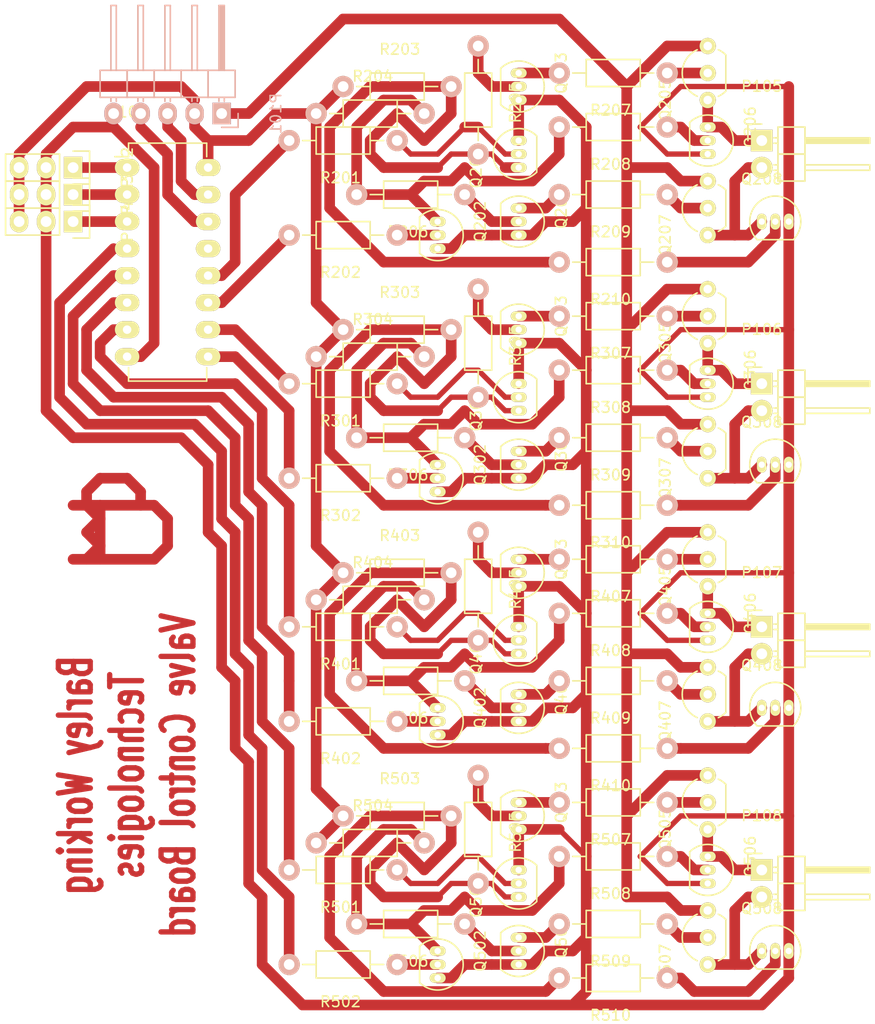
<source format=kicad_pcb>
(kicad_pcb (version 4) (host pcbnew 4.0.0-rc1-stable)

  (general
    (links 141)
    (no_connects 1)
    (area 48.804999 62.784999 242.015001 168.30512)
    (thickness 1.6)
    (drawings 1)
    (tracks 523)
    (zones 0)
    (modules 81)
    (nets 74)
  )

  (page USLetter)
  (layers
    (0 F.Cu signal)
    (31 B.Cu signal)
    (32 B.Adhes user)
    (33 F.Adhes user)
    (34 B.Paste user)
    (35 F.Paste user)
    (36 B.SilkS user)
    (37 F.SilkS user)
    (38 B.Mask user)
    (39 F.Mask user)
    (40 Dwgs.User user)
    (41 Cmts.User user)
    (42 Eco1.User user)
    (43 Eco2.User user)
    (44 Edge.Cuts user)
    (45 Margin user)
    (46 B.CrtYd user)
    (47 F.CrtYd user)
    (48 B.Fab user)
    (49 F.Fab user)
  )

  (setup
    (last_trace_width 1)
    (trace_clearance 0.2)
    (zone_clearance 0.508)
    (zone_45_only no)
    (trace_min 0.2)
    (segment_width 0.2)
    (edge_width 0.1)
    (via_size 0.6)
    (via_drill 0.4)
    (via_min_size 0.4)
    (via_min_drill 0.3)
    (uvia_size 0.3)
    (uvia_drill 0.1)
    (uvias_allowed no)
    (uvia_min_size 0.2)
    (uvia_min_drill 0.1)
    (pcb_text_width 0.3)
    (pcb_text_size 1.5 1.5)
    (mod_edge_width 0.15)
    (mod_text_size 1 1)
    (mod_text_width 0.15)
    (pad_size 1.5 1.5)
    (pad_drill 0.6)
    (pad_to_mask_clearance 0)
    (aux_axis_origin 0 0)
    (visible_elements FFFFF77F)
    (pcbplotparams
      (layerselection 0x00030_80000001)
      (usegerberextensions false)
      (excludeedgelayer true)
      (linewidth 0.100000)
      (plotframeref false)
      (viasonmask false)
      (mode 1)
      (useauxorigin false)
      (hpglpennumber 1)
      (hpglpenspeed 20)
      (hpglpendiameter 15)
      (hpglpenoverlay 2)
      (psnegative false)
      (psa4output false)
      (plotreference true)
      (plotvalue true)
      (plotinvisibletext false)
      (padsonsilk false)
      (subtractmaskfromsilk false)
      (outputformat 1)
      (mirror false)
      (drillshape 1)
      (scaleselection 1)
      (outputdirectory ""))
  )

  (net 0 "")
  (net 1 GND)
  (net 2 +12V)
  (net 3 +3V3)
  (net 4 /Valve1/Output_A)
  (net 5 /Valve1/Output_B)
  (net 6 /Valve1/Input_1)
  (net 7 /Valve1/Input_2)
  (net 8 "Net-(Q201-Pad2)")
  (net 9 "Net-(Q201-Pad1)")
  (net 10 "Net-(Q202-Pad2)")
  (net 11 "Net-(Q202-Pad1)")
  (net 12 "Net-(Q203-Pad2)")
  (net 13 "Net-(Q203-Pad1)")
  (net 14 "Net-(Q204-Pad2)")
  (net 15 "Net-(Q204-Pad1)")
  (net 16 "Net-(Q205-Pad2)")
  (net 17 "Net-(Q206-Pad2)")
  (net 18 "Net-(Q207-Pad2)")
  (net 19 "Net-(Q208-Pad2)")
  (net 20 "Net-(Q301-Pad2)")
  (net 21 "Net-(Q301-Pad1)")
  (net 22 "Net-(Q302-Pad2)")
  (net 23 "Net-(Q302-Pad1)")
  (net 24 "Net-(Q303-Pad2)")
  (net 25 "Net-(Q303-Pad1)")
  (net 26 "Net-(Q304-Pad2)")
  (net 27 "Net-(Q304-Pad1)")
  (net 28 "Net-(Q305-Pad2)")
  (net 29 /Valve2/Output_A)
  (net 30 "Net-(Q306-Pad2)")
  (net 31 "Net-(Q307-Pad2)")
  (net 32 /Valve2/Output_B)
  (net 33 "Net-(Q308-Pad2)")
  (net 34 /Valve2/Input_1)
  (net 35 /Valve2/Input_2)
  (net 36 "Net-(Q401-Pad2)")
  (net 37 "Net-(Q401-Pad1)")
  (net 38 "Net-(Q402-Pad2)")
  (net 39 "Net-(Q402-Pad1)")
  (net 40 "Net-(Q403-Pad2)")
  (net 41 "Net-(Q403-Pad1)")
  (net 42 "Net-(Q404-Pad2)")
  (net 43 "Net-(Q404-Pad1)")
  (net 44 "Net-(Q405-Pad2)")
  (net 45 /Valve3/Output_A)
  (net 46 "Net-(Q406-Pad2)")
  (net 47 "Net-(Q407-Pad2)")
  (net 48 /Valve3/Output_B)
  (net 49 "Net-(Q408-Pad2)")
  (net 50 /Valve3/Input_1)
  (net 51 /Valve3/Input_2)
  (net 52 "Net-(Q501-Pad2)")
  (net 53 "Net-(Q501-Pad1)")
  (net 54 "Net-(Q502-Pad2)")
  (net 55 "Net-(Q502-Pad1)")
  (net 56 "Net-(Q503-Pad2)")
  (net 57 "Net-(Q503-Pad1)")
  (net 58 "Net-(Q504-Pad2)")
  (net 59 "Net-(Q504-Pad1)")
  (net 60 "Net-(Q505-Pad2)")
  (net 61 /Valve4/Output_A)
  (net 62 "Net-(Q506-Pad2)")
  (net 63 "Net-(Q507-Pad2)")
  (net 64 /Valve4/Output_B)
  (net 65 "Net-(Q508-Pad2)")
  (net 66 /Valve4/Input_1)
  (net 67 /Valve4/Input_2)
  (net 68 "Net-(P102-Pad1)")
  (net 69 "Net-(P103-Pad1)")
  (net 70 "Net-(P104-Pad1)")
  (net 71 "Net-(U101-Pad13)")
  (net 72 "Net-(P101-Pad3)")
  (net 73 "Net-(P101-Pad4)")

  (net_class Default "This is the default net class."
    (clearance 0.2)
    (trace_width 1)
    (via_dia 0.6)
    (via_drill 0.4)
    (uvia_dia 0.3)
    (uvia_drill 0.1)
    (add_net +12V)
    (add_net +3V3)
    (add_net /Valve1/Input_1)
    (add_net /Valve1/Input_2)
    (add_net /Valve1/Output_A)
    (add_net /Valve1/Output_B)
    (add_net /Valve2/Input_1)
    (add_net /Valve2/Input_2)
    (add_net /Valve2/Output_A)
    (add_net /Valve2/Output_B)
    (add_net /Valve3/Input_1)
    (add_net /Valve3/Input_2)
    (add_net /Valve3/Output_A)
    (add_net /Valve3/Output_B)
    (add_net /Valve4/Input_1)
    (add_net /Valve4/Input_2)
    (add_net /Valve4/Output_A)
    (add_net /Valve4/Output_B)
    (add_net GND)
    (add_net "Net-(P101-Pad3)")
    (add_net "Net-(P101-Pad4)")
    (add_net "Net-(P102-Pad1)")
    (add_net "Net-(P103-Pad1)")
    (add_net "Net-(P104-Pad1)")
    (add_net "Net-(Q201-Pad1)")
    (add_net "Net-(Q201-Pad2)")
    (add_net "Net-(Q202-Pad1)")
    (add_net "Net-(Q202-Pad2)")
    (add_net "Net-(Q203-Pad1)")
    (add_net "Net-(Q203-Pad2)")
    (add_net "Net-(Q204-Pad1)")
    (add_net "Net-(Q204-Pad2)")
    (add_net "Net-(Q205-Pad2)")
    (add_net "Net-(Q206-Pad2)")
    (add_net "Net-(Q207-Pad2)")
    (add_net "Net-(Q208-Pad2)")
    (add_net "Net-(Q301-Pad1)")
    (add_net "Net-(Q301-Pad2)")
    (add_net "Net-(Q302-Pad1)")
    (add_net "Net-(Q302-Pad2)")
    (add_net "Net-(Q303-Pad1)")
    (add_net "Net-(Q303-Pad2)")
    (add_net "Net-(Q304-Pad1)")
    (add_net "Net-(Q304-Pad2)")
    (add_net "Net-(Q305-Pad2)")
    (add_net "Net-(Q306-Pad2)")
    (add_net "Net-(Q307-Pad2)")
    (add_net "Net-(Q308-Pad2)")
    (add_net "Net-(Q401-Pad1)")
    (add_net "Net-(Q401-Pad2)")
    (add_net "Net-(Q402-Pad1)")
    (add_net "Net-(Q402-Pad2)")
    (add_net "Net-(Q403-Pad1)")
    (add_net "Net-(Q403-Pad2)")
    (add_net "Net-(Q404-Pad1)")
    (add_net "Net-(Q404-Pad2)")
    (add_net "Net-(Q405-Pad2)")
    (add_net "Net-(Q406-Pad2)")
    (add_net "Net-(Q407-Pad2)")
    (add_net "Net-(Q408-Pad2)")
    (add_net "Net-(Q501-Pad1)")
    (add_net "Net-(Q501-Pad2)")
    (add_net "Net-(Q502-Pad1)")
    (add_net "Net-(Q502-Pad2)")
    (add_net "Net-(Q503-Pad1)")
    (add_net "Net-(Q503-Pad2)")
    (add_net "Net-(Q504-Pad1)")
    (add_net "Net-(Q504-Pad2)")
    (add_net "Net-(Q505-Pad2)")
    (add_net "Net-(Q506-Pad2)")
    (add_net "Net-(Q507-Pad2)")
    (add_net "Net-(Q508-Pad2)")
    (add_net "Net-(U101-Pad13)")
  )

  (net_class Thin ""
    (clearance 0.2)
    (trace_width 0.5)
    (via_dia 0.6)
    (via_drill 0.4)
    (uvia_dia 0.3)
    (uvia_drill 0.1)
  )

  (module Housings_TO-92:TO-92_Inline_Narrow_Oval (layer F.Cu) (tedit 54F24281) (tstamp 563A602E)
    (at 97.79 78.74 90)
    (descr "TO-92 leads in-line, narrow, oval pads, drill 0.6mm (see NXP sot054_po.pdf)")
    (tags "to-92 sc-43 sc-43a sot54 PA33 transistor")
    (path /563A8614/563A476B)
    (fp_text reference Q201 (at 0 -4 90) (layer F.SilkS)
      (effects (font (size 1 1) (thickness 0.15)))
    )
    (fp_text value BC547 (at 0 3 90) (layer F.Fab)
      (effects (font (size 1 1) (thickness 0.15)))
    )
    (fp_line (start -1.4 1.95) (end -1.4 -2.65) (layer F.CrtYd) (width 0.05))
    (fp_line (start -1.4 1.95) (end 3.95 1.95) (layer F.CrtYd) (width 0.05))
    (fp_line (start -0.43 1.7) (end 2.97 1.7) (layer F.SilkS) (width 0.15))
    (fp_arc (start 1.27 0) (end 1.27 -2.4) (angle -135) (layer F.SilkS) (width 0.15))
    (fp_arc (start 1.27 0) (end 1.27 -2.4) (angle 135) (layer F.SilkS) (width 0.15))
    (fp_line (start -1.4 -2.65) (end 3.95 -2.65) (layer F.CrtYd) (width 0.05))
    (fp_line (start 3.95 1.95) (end 3.95 -2.65) (layer F.CrtYd) (width 0.05))
    (pad 2 thru_hole oval (at 1.27 0 270) (size 0.89916 1.50114) (drill 0.6) (layers *.Cu *.Mask F.SilkS)
      (net 8 "Net-(Q201-Pad2)"))
    (pad 3 thru_hole oval (at 2.54 0 270) (size 0.89916 1.50114) (drill 0.6) (layers *.Cu *.Mask F.SilkS)
      (net 1 GND))
    (pad 1 thru_hole oval (at 0 0 270) (size 0.89916 1.50114) (drill 0.6) (layers *.Cu *.Mask F.SilkS)
      (net 9 "Net-(Q201-Pad1)"))
    (model Housings_TO-92.3dshapes/TO-92_Inline_Narrow_Oval.wrl
      (at (xyz 0.05 0 0))
      (scale (xyz 1 1 1))
      (rotate (xyz 0 0 -90))
    )
  )

  (module Housings_TO-92:TO-92_Inline_Narrow_Oval (layer F.Cu) (tedit 54F24281) (tstamp 563A603C)
    (at 90.17 83.82 270)
    (descr "TO-92 leads in-line, narrow, oval pads, drill 0.6mm (see NXP sot054_po.pdf)")
    (tags "to-92 sc-43 sc-43a sot54 PA33 transistor")
    (path /563A8614/563A4772)
    (fp_text reference Q202 (at 0 -4 270) (layer F.SilkS)
      (effects (font (size 1 1) (thickness 0.15)))
    )
    (fp_text value BC547 (at 0 3 270) (layer F.Fab)
      (effects (font (size 1 1) (thickness 0.15)))
    )
    (fp_line (start -1.4 1.95) (end -1.4 -2.65) (layer F.CrtYd) (width 0.05))
    (fp_line (start -1.4 1.95) (end 3.95 1.95) (layer F.CrtYd) (width 0.05))
    (fp_line (start -0.43 1.7) (end 2.97 1.7) (layer F.SilkS) (width 0.15))
    (fp_arc (start 1.27 0) (end 1.27 -2.4) (angle -135) (layer F.SilkS) (width 0.15))
    (fp_arc (start 1.27 0) (end 1.27 -2.4) (angle 135) (layer F.SilkS) (width 0.15))
    (fp_line (start -1.4 -2.65) (end 3.95 -2.65) (layer F.CrtYd) (width 0.05))
    (fp_line (start 3.95 1.95) (end 3.95 -2.65) (layer F.CrtYd) (width 0.05))
    (pad 2 thru_hole oval (at 1.27 0 90) (size 0.89916 1.50114) (drill 0.6) (layers *.Cu *.Mask F.SilkS)
      (net 10 "Net-(Q202-Pad2)"))
    (pad 3 thru_hole oval (at 2.54 0 90) (size 0.89916 1.50114) (drill 0.6) (layers *.Cu *.Mask F.SilkS)
      (net 1 GND))
    (pad 1 thru_hole oval (at 0 0 90) (size 0.89916 1.50114) (drill 0.6) (layers *.Cu *.Mask F.SilkS)
      (net 11 "Net-(Q202-Pad1)"))
    (model Housings_TO-92.3dshapes/TO-92_Inline_Narrow_Oval.wrl
      (at (xyz 0.05 0 0))
      (scale (xyz 1 1 1))
      (rotate (xyz 0 0 -90))
    )
  )

  (module Housings_TO-92:TO-92_Inline_Narrow_Oval (layer F.Cu) (tedit 54F24281) (tstamp 563A604A)
    (at 97.79 69.85 270)
    (descr "TO-92 leads in-line, narrow, oval pads, drill 0.6mm (see NXP sot054_po.pdf)")
    (tags "to-92 sc-43 sc-43a sot54 PA33 transistor")
    (path /563A8614/563A473A)
    (fp_text reference Q203 (at 0 -4 270) (layer F.SilkS)
      (effects (font (size 1 1) (thickness 0.15)))
    )
    (fp_text value BC547 (at 0 3 270) (layer F.Fab)
      (effects (font (size 1 1) (thickness 0.15)))
    )
    (fp_line (start -1.4 1.95) (end -1.4 -2.65) (layer F.CrtYd) (width 0.05))
    (fp_line (start -1.4 1.95) (end 3.95 1.95) (layer F.CrtYd) (width 0.05))
    (fp_line (start -0.43 1.7) (end 2.97 1.7) (layer F.SilkS) (width 0.15))
    (fp_arc (start 1.27 0) (end 1.27 -2.4) (angle -135) (layer F.SilkS) (width 0.15))
    (fp_arc (start 1.27 0) (end 1.27 -2.4) (angle 135) (layer F.SilkS) (width 0.15))
    (fp_line (start -1.4 -2.65) (end 3.95 -2.65) (layer F.CrtYd) (width 0.05))
    (fp_line (start 3.95 1.95) (end 3.95 -2.65) (layer F.CrtYd) (width 0.05))
    (pad 2 thru_hole oval (at 1.27 0 90) (size 0.89916 1.50114) (drill 0.6) (layers *.Cu *.Mask F.SilkS)
      (net 12 "Net-(Q203-Pad2)"))
    (pad 3 thru_hole oval (at 2.54 0 90) (size 0.89916 1.50114) (drill 0.6) (layers *.Cu *.Mask F.SilkS)
      (net 1 GND))
    (pad 1 thru_hole oval (at 0 0 90) (size 0.89916 1.50114) (drill 0.6) (layers *.Cu *.Mask F.SilkS)
      (net 13 "Net-(Q203-Pad1)"))
    (model Housings_TO-92.3dshapes/TO-92_Inline_Narrow_Oval.wrl
      (at (xyz 0.05 0 0))
      (scale (xyz 1 1 1))
      (rotate (xyz 0 0 -90))
    )
  )

  (module Housings_TO-92:TO-92_Inline_Narrow_Oval (layer F.Cu) (tedit 54F24281) (tstamp 563A6058)
    (at 97.79 82.55 270)
    (descr "TO-92 leads in-line, narrow, oval pads, drill 0.6mm (see NXP sot054_po.pdf)")
    (tags "to-92 sc-43 sc-43a sot54 PA33 transistor")
    (path /563A8614/563A46FB)
    (fp_text reference Q204 (at 0 -4 270) (layer F.SilkS)
      (effects (font (size 1 1) (thickness 0.15)))
    )
    (fp_text value BC547 (at 0 3 270) (layer F.Fab)
      (effects (font (size 1 1) (thickness 0.15)))
    )
    (fp_line (start -1.4 1.95) (end -1.4 -2.65) (layer F.CrtYd) (width 0.05))
    (fp_line (start -1.4 1.95) (end 3.95 1.95) (layer F.CrtYd) (width 0.05))
    (fp_line (start -0.43 1.7) (end 2.97 1.7) (layer F.SilkS) (width 0.15))
    (fp_arc (start 1.27 0) (end 1.27 -2.4) (angle -135) (layer F.SilkS) (width 0.15))
    (fp_arc (start 1.27 0) (end 1.27 -2.4) (angle 135) (layer F.SilkS) (width 0.15))
    (fp_line (start -1.4 -2.65) (end 3.95 -2.65) (layer F.CrtYd) (width 0.05))
    (fp_line (start 3.95 1.95) (end 3.95 -2.65) (layer F.CrtYd) (width 0.05))
    (pad 2 thru_hole oval (at 1.27 0 90) (size 0.89916 1.50114) (drill 0.6) (layers *.Cu *.Mask F.SilkS)
      (net 14 "Net-(Q204-Pad2)"))
    (pad 3 thru_hole oval (at 2.54 0 90) (size 0.89916 1.50114) (drill 0.6) (layers *.Cu *.Mask F.SilkS)
      (net 1 GND))
    (pad 1 thru_hole oval (at 0 0 90) (size 0.89916 1.50114) (drill 0.6) (layers *.Cu *.Mask F.SilkS)
      (net 15 "Net-(Q204-Pad1)"))
    (model Housings_TO-92.3dshapes/TO-92_Inline_Narrow_Oval.wrl
      (at (xyz 0.05 0 0))
      (scale (xyz 1 1 1))
      (rotate (xyz 0 0 -90))
    )
  )

  (module Housings_TO-92:TO-92_Inline_Wide (layer F.Cu) (tedit 54F242B4) (tstamp 563A6068)
    (at 115.57 72.39 90)
    (descr "TO-92 leads in-line, wide, drill 0.8mm (see NXP sot054_po.pdf)")
    (tags "to-92 sc-43 sc-43a sot54 PA33 transistor")
    (path /563A8614/563A471E)
    (fp_text reference Q205 (at 0 -4 270) (layer F.SilkS)
      (effects (font (size 1 1) (thickness 0.15)))
    )
    (fp_text value BC557 (at 0 3 90) (layer F.Fab)
      (effects (font (size 1 1) (thickness 0.15)))
    )
    (fp_arc (start 2.54 0) (end 0.84 1.7) (angle 20.5) (layer F.SilkS) (width 0.15))
    (fp_arc (start 2.54 0) (end 4.24 1.7) (angle -20.5) (layer F.SilkS) (width 0.15))
    (fp_line (start -1 1.95) (end -1 -2.65) (layer F.CrtYd) (width 0.05))
    (fp_line (start -1 1.95) (end 6.1 1.95) (layer F.CrtYd) (width 0.05))
    (fp_line (start 0.84 1.7) (end 4.24 1.7) (layer F.SilkS) (width 0.15))
    (fp_arc (start 2.54 0) (end 2.54 -2.4) (angle -65.55604127) (layer F.SilkS) (width 0.15))
    (fp_arc (start 2.54 0) (end 2.54 -2.4) (angle 65.55604127) (layer F.SilkS) (width 0.15))
    (fp_line (start -1 -2.65) (end 6.1 -2.65) (layer F.CrtYd) (width 0.05))
    (fp_line (start 6.1 1.95) (end 6.1 -2.65) (layer F.CrtYd) (width 0.05))
    (pad 2 thru_hole circle (at 2.54 0 180) (size 1.524 1.524) (drill 0.8) (layers *.Cu *.Mask F.SilkS)
      (net 16 "Net-(Q205-Pad2)"))
    (pad 3 thru_hole circle (at 5.08 0 180) (size 1.524 1.524) (drill 0.8) (layers *.Cu *.Mask F.SilkS)
      (net 2 +12V))
    (pad 1 thru_hole circle (at 0 0 180) (size 1.524 1.524) (drill 0.8) (layers *.Cu *.Mask F.SilkS)
      (net 4 /Valve1/Output_A))
    (model Housings_TO-92.3dshapes/TO-92_Inline_Wide.wrl
      (at (xyz 0.1 0 0))
      (scale (xyz 1 1 1))
      (rotate (xyz 0 0 -90))
    )
  )

  (module Housings_TO-92:TO-92_Inline_Narrow_Oval (layer F.Cu) (tedit 54F24281) (tstamp 563A6076)
    (at 115.57 74.93 270)
    (descr "TO-92 leads in-line, narrow, oval pads, drill 0.6mm (see NXP sot054_po.pdf)")
    (tags "to-92 sc-43 sc-43a sot54 PA33 transistor")
    (path /563A8614/563A4725)
    (fp_text reference Q206 (at 0 -4 270) (layer F.SilkS)
      (effects (font (size 1 1) (thickness 0.15)))
    )
    (fp_text value BC547 (at 0 3 270) (layer F.Fab)
      (effects (font (size 1 1) (thickness 0.15)))
    )
    (fp_line (start -1.4 1.95) (end -1.4 -2.65) (layer F.CrtYd) (width 0.05))
    (fp_line (start -1.4 1.95) (end 3.95 1.95) (layer F.CrtYd) (width 0.05))
    (fp_line (start -0.43 1.7) (end 2.97 1.7) (layer F.SilkS) (width 0.15))
    (fp_arc (start 1.27 0) (end 1.27 -2.4) (angle -135) (layer F.SilkS) (width 0.15))
    (fp_arc (start 1.27 0) (end 1.27 -2.4) (angle 135) (layer F.SilkS) (width 0.15))
    (fp_line (start -1.4 -2.65) (end 3.95 -2.65) (layer F.CrtYd) (width 0.05))
    (fp_line (start 3.95 1.95) (end 3.95 -2.65) (layer F.CrtYd) (width 0.05))
    (pad 2 thru_hole oval (at 1.27 0 90) (size 0.89916 1.50114) (drill 0.6) (layers *.Cu *.Mask F.SilkS)
      (net 17 "Net-(Q206-Pad2)"))
    (pad 3 thru_hole oval (at 2.54 0 90) (size 0.89916 1.50114) (drill 0.6) (layers *.Cu *.Mask F.SilkS)
      (net 1 GND))
    (pad 1 thru_hole oval (at 0 0 90) (size 0.89916 1.50114) (drill 0.6) (layers *.Cu *.Mask F.SilkS)
      (net 4 /Valve1/Output_A))
    (model Housings_TO-92.3dshapes/TO-92_Inline_Narrow_Oval.wrl
      (at (xyz 0.05 0 0))
      (scale (xyz 1 1 1))
      (rotate (xyz 0 0 -90))
    )
  )

  (module Housings_TO-92:TO-92_Inline_Wide (layer F.Cu) (tedit 54F242B4) (tstamp 563A6086)
    (at 115.57 85.09 90)
    (descr "TO-92 leads in-line, wide, drill 0.8mm (see NXP sot054_po.pdf)")
    (tags "to-92 sc-43 sc-43a sot54 PA33 transistor")
    (path /563A8614/563A46DF)
    (fp_text reference Q207 (at 0 -4 270) (layer F.SilkS)
      (effects (font (size 1 1) (thickness 0.15)))
    )
    (fp_text value BC557 (at 0 3 90) (layer F.Fab)
      (effects (font (size 1 1) (thickness 0.15)))
    )
    (fp_arc (start 2.54 0) (end 0.84 1.7) (angle 20.5) (layer F.SilkS) (width 0.15))
    (fp_arc (start 2.54 0) (end 4.24 1.7) (angle -20.5) (layer F.SilkS) (width 0.15))
    (fp_line (start -1 1.95) (end -1 -2.65) (layer F.CrtYd) (width 0.05))
    (fp_line (start -1 1.95) (end 6.1 1.95) (layer F.CrtYd) (width 0.05))
    (fp_line (start 0.84 1.7) (end 4.24 1.7) (layer F.SilkS) (width 0.15))
    (fp_arc (start 2.54 0) (end 2.54 -2.4) (angle -65.55604127) (layer F.SilkS) (width 0.15))
    (fp_arc (start 2.54 0) (end 2.54 -2.4) (angle 65.55604127) (layer F.SilkS) (width 0.15))
    (fp_line (start -1 -2.65) (end 6.1 -2.65) (layer F.CrtYd) (width 0.05))
    (fp_line (start 6.1 1.95) (end 6.1 -2.65) (layer F.CrtYd) (width 0.05))
    (pad 2 thru_hole circle (at 2.54 0 180) (size 1.524 1.524) (drill 0.8) (layers *.Cu *.Mask F.SilkS)
      (net 18 "Net-(Q207-Pad2)"))
    (pad 3 thru_hole circle (at 5.08 0 180) (size 1.524 1.524) (drill 0.8) (layers *.Cu *.Mask F.SilkS)
      (net 2 +12V))
    (pad 1 thru_hole circle (at 0 0 180) (size 1.524 1.524) (drill 0.8) (layers *.Cu *.Mask F.SilkS)
      (net 5 /Valve1/Output_B))
    (model Housings_TO-92.3dshapes/TO-92_Inline_Wide.wrl
      (at (xyz 0.1 0 0))
      (scale (xyz 1 1 1))
      (rotate (xyz 0 0 -90))
    )
  )

  (module Housings_TO-92:TO-92_Inline_Narrow_Oval (layer F.Cu) (tedit 54F24281) (tstamp 563A6094)
    (at 120.65 83.82)
    (descr "TO-92 leads in-line, narrow, oval pads, drill 0.6mm (see NXP sot054_po.pdf)")
    (tags "to-92 sc-43 sc-43a sot54 PA33 transistor")
    (path /563A8614/563A46E6)
    (fp_text reference Q208 (at 0 -4) (layer F.SilkS)
      (effects (font (size 1 1) (thickness 0.15)))
    )
    (fp_text value BC547 (at 0 3) (layer F.Fab)
      (effects (font (size 1 1) (thickness 0.15)))
    )
    (fp_line (start -1.4 1.95) (end -1.4 -2.65) (layer F.CrtYd) (width 0.05))
    (fp_line (start -1.4 1.95) (end 3.95 1.95) (layer F.CrtYd) (width 0.05))
    (fp_line (start -0.43 1.7) (end 2.97 1.7) (layer F.SilkS) (width 0.15))
    (fp_arc (start 1.27 0) (end 1.27 -2.4) (angle -135) (layer F.SilkS) (width 0.15))
    (fp_arc (start 1.27 0) (end 1.27 -2.4) (angle 135) (layer F.SilkS) (width 0.15))
    (fp_line (start -1.4 -2.65) (end 3.95 -2.65) (layer F.CrtYd) (width 0.05))
    (fp_line (start 3.95 1.95) (end 3.95 -2.65) (layer F.CrtYd) (width 0.05))
    (pad 2 thru_hole oval (at 1.27 0 180) (size 0.89916 1.50114) (drill 0.6) (layers *.Cu *.Mask F.SilkS)
      (net 19 "Net-(Q208-Pad2)"))
    (pad 3 thru_hole oval (at 2.54 0 180) (size 0.89916 1.50114) (drill 0.6) (layers *.Cu *.Mask F.SilkS)
      (net 1 GND))
    (pad 1 thru_hole oval (at 0 0 180) (size 0.89916 1.50114) (drill 0.6) (layers *.Cu *.Mask F.SilkS)
      (net 5 /Valve1/Output_B))
    (model Housings_TO-92.3dshapes/TO-92_Inline_Narrow_Oval.wrl
      (at (xyz 0.05 0 0))
      (scale (xyz 1 1 1))
      (rotate (xyz 0 0 -90))
    )
  )

  (module Resistors_ThroughHole:Resistor_Horizontal_RM10mm (layer F.Cu) (tedit 53F56209) (tstamp 563A6114)
    (at 81.28 76.2 180)
    (descr "Resistor, Axial,  RM 10mm, 1/3W,")
    (tags "Resistor, Axial, RM 10mm, 1/3W,")
    (path /563A8614/563A47A4)
    (fp_text reference R201 (at 0.24892 -3.50012 180) (layer F.SilkS)
      (effects (font (size 1 1) (thickness 0.15)))
    )
    (fp_text value 10K (at 3.81 3.81 180) (layer F.Fab)
      (effects (font (size 1 1) (thickness 0.15)))
    )
    (fp_line (start -2.54 -1.27) (end 2.54 -1.27) (layer F.SilkS) (width 0.15))
    (fp_line (start 2.54 -1.27) (end 2.54 1.27) (layer F.SilkS) (width 0.15))
    (fp_line (start 2.54 1.27) (end -2.54 1.27) (layer F.SilkS) (width 0.15))
    (fp_line (start -2.54 1.27) (end -2.54 -1.27) (layer F.SilkS) (width 0.15))
    (fp_line (start -2.54 0) (end -3.81 0) (layer F.SilkS) (width 0.15))
    (fp_line (start 2.54 0) (end 3.81 0) (layer F.SilkS) (width 0.15))
    (pad 1 thru_hole circle (at -5.08 0 180) (size 1.99898 1.99898) (drill 1.00076) (layers *.Cu *.SilkS *.Mask)
      (net 8 "Net-(Q201-Pad2)"))
    (pad 2 thru_hole circle (at 5.08 0 180) (size 1.99898 1.99898) (drill 1.00076) (layers *.Cu *.SilkS *.Mask)
      (net 6 /Valve1/Input_1))
    (model Resistors_ThroughHole.3dshapes/Resistor_Horizontal_RM10mm.wrl
      (at (xyz 0 0 0))
      (scale (xyz 0.4 0.4 0.4))
      (rotate (xyz 0 0 0))
    )
  )

  (module Resistors_ThroughHole:Resistor_Horizontal_RM10mm (layer F.Cu) (tedit 53F56209) (tstamp 563A6120)
    (at 81.28 85.09 180)
    (descr "Resistor, Axial,  RM 10mm, 1/3W,")
    (tags "Resistor, Axial, RM 10mm, 1/3W,")
    (path /563A8614/563A47AB)
    (fp_text reference R202 (at 0.24892 -3.50012 180) (layer F.SilkS)
      (effects (font (size 1 1) (thickness 0.15)))
    )
    (fp_text value 10K (at 3.81 3.81 180) (layer F.Fab)
      (effects (font (size 1 1) (thickness 0.15)))
    )
    (fp_line (start -2.54 -1.27) (end 2.54 -1.27) (layer F.SilkS) (width 0.15))
    (fp_line (start 2.54 -1.27) (end 2.54 1.27) (layer F.SilkS) (width 0.15))
    (fp_line (start 2.54 1.27) (end -2.54 1.27) (layer F.SilkS) (width 0.15))
    (fp_line (start -2.54 1.27) (end -2.54 -1.27) (layer F.SilkS) (width 0.15))
    (fp_line (start -2.54 0) (end -3.81 0) (layer F.SilkS) (width 0.15))
    (fp_line (start 2.54 0) (end 3.81 0) (layer F.SilkS) (width 0.15))
    (pad 1 thru_hole circle (at -5.08 0 180) (size 1.99898 1.99898) (drill 1.00076) (layers *.Cu *.SilkS *.Mask)
      (net 10 "Net-(Q202-Pad2)"))
    (pad 2 thru_hole circle (at 5.08 0 180) (size 1.99898 1.99898) (drill 1.00076) (layers *.Cu *.SilkS *.Mask)
      (net 7 /Valve1/Input_2))
    (model Resistors_ThroughHole.3dshapes/Resistor_Horizontal_RM10mm.wrl
      (at (xyz 0 0 0))
      (scale (xyz 0.4 0.4 0.4))
      (rotate (xyz 0 0 0))
    )
  )

  (module Resistors_ThroughHole:Resistor_Horizontal_RM10mm (layer F.Cu) (tedit 53F56209) (tstamp 563A612C)
    (at 86.36 71.12)
    (descr "Resistor, Axial,  RM 10mm, 1/3W,")
    (tags "Resistor, Axial, RM 10mm, 1/3W,")
    (path /563A8614/563A4780)
    (fp_text reference R203 (at 0.24892 -3.50012) (layer F.SilkS)
      (effects (font (size 1 1) (thickness 0.15)))
    )
    (fp_text value 1K (at 3.81 3.81) (layer F.Fab)
      (effects (font (size 1 1) (thickness 0.15)))
    )
    (fp_line (start -2.54 -1.27) (end 2.54 -1.27) (layer F.SilkS) (width 0.15))
    (fp_line (start 2.54 -1.27) (end 2.54 1.27) (layer F.SilkS) (width 0.15))
    (fp_line (start 2.54 1.27) (end -2.54 1.27) (layer F.SilkS) (width 0.15))
    (fp_line (start -2.54 1.27) (end -2.54 -1.27) (layer F.SilkS) (width 0.15))
    (fp_line (start -2.54 0) (end -3.81 0) (layer F.SilkS) (width 0.15))
    (fp_line (start 2.54 0) (end 3.81 0) (layer F.SilkS) (width 0.15))
    (pad 1 thru_hole circle (at -5.08 0) (size 1.99898 1.99898) (drill 1.00076) (layers *.Cu *.SilkS *.Mask)
      (net 3 +3V3))
    (pad 2 thru_hole circle (at 5.08 0) (size 1.99898 1.99898) (drill 1.00076) (layers *.Cu *.SilkS *.Mask)
      (net 9 "Net-(Q201-Pad1)"))
    (model Resistors_ThroughHole.3dshapes/Resistor_Horizontal_RM10mm.wrl
      (at (xyz 0 0 0))
      (scale (xyz 0.4 0.4 0.4))
      (rotate (xyz 0 0 0))
    )
  )

  (module Resistors_ThroughHole:Resistor_Horizontal_RM10mm (layer F.Cu) (tedit 53F56209) (tstamp 563A6138)
    (at 83.82 73.66)
    (descr "Resistor, Axial,  RM 10mm, 1/3W,")
    (tags "Resistor, Axial, RM 10mm, 1/3W,")
    (path /563A8614/563A4779)
    (fp_text reference R204 (at 0.24892 -3.50012) (layer F.SilkS)
      (effects (font (size 1 1) (thickness 0.15)))
    )
    (fp_text value 1K (at 3.81 3.81) (layer F.Fab)
      (effects (font (size 1 1) (thickness 0.15)))
    )
    (fp_line (start -2.54 -1.27) (end 2.54 -1.27) (layer F.SilkS) (width 0.15))
    (fp_line (start 2.54 -1.27) (end 2.54 1.27) (layer F.SilkS) (width 0.15))
    (fp_line (start 2.54 1.27) (end -2.54 1.27) (layer F.SilkS) (width 0.15))
    (fp_line (start -2.54 1.27) (end -2.54 -1.27) (layer F.SilkS) (width 0.15))
    (fp_line (start -2.54 0) (end -3.81 0) (layer F.SilkS) (width 0.15))
    (fp_line (start 2.54 0) (end 3.81 0) (layer F.SilkS) (width 0.15))
    (pad 1 thru_hole circle (at -5.08 0) (size 1.99898 1.99898) (drill 1.00076) (layers *.Cu *.SilkS *.Mask)
      (net 3 +3V3))
    (pad 2 thru_hole circle (at 5.08 0) (size 1.99898 1.99898) (drill 1.00076) (layers *.Cu *.SilkS *.Mask)
      (net 11 "Net-(Q202-Pad1)"))
    (model Resistors_ThroughHole.3dshapes/Resistor_Horizontal_RM10mm.wrl
      (at (xyz 0 0 0))
      (scale (xyz 0.4 0.4 0.4))
      (rotate (xyz 0 0 0))
    )
  )

  (module Resistors_ThroughHole:Resistor_Horizontal_RM10mm (layer F.Cu) (tedit 53F56209) (tstamp 563A6144)
    (at 93.98 72.39 270)
    (descr "Resistor, Axial,  RM 10mm, 1/3W,")
    (tags "Resistor, Axial, RM 10mm, 1/3W,")
    (path /563A8614/563A4744)
    (fp_text reference R205 (at 0.24892 -3.50012 270) (layer F.SilkS)
      (effects (font (size 1 1) (thickness 0.15)))
    )
    (fp_text value 10K (at 3.81 3.81 270) (layer F.Fab)
      (effects (font (size 1 1) (thickness 0.15)))
    )
    (fp_line (start -2.54 -1.27) (end 2.54 -1.27) (layer F.SilkS) (width 0.15))
    (fp_line (start 2.54 -1.27) (end 2.54 1.27) (layer F.SilkS) (width 0.15))
    (fp_line (start 2.54 1.27) (end -2.54 1.27) (layer F.SilkS) (width 0.15))
    (fp_line (start -2.54 1.27) (end -2.54 -1.27) (layer F.SilkS) (width 0.15))
    (fp_line (start -2.54 0) (end -3.81 0) (layer F.SilkS) (width 0.15))
    (fp_line (start 2.54 0) (end 3.81 0) (layer F.SilkS) (width 0.15))
    (pad 1 thru_hole circle (at -5.08 0 270) (size 1.99898 1.99898) (drill 1.00076) (layers *.Cu *.SilkS *.Mask)
      (net 12 "Net-(Q203-Pad2)"))
    (pad 2 thru_hole circle (at 5.08 0 270) (size 1.99898 1.99898) (drill 1.00076) (layers *.Cu *.SilkS *.Mask)
      (net 9 "Net-(Q201-Pad1)"))
    (model Resistors_ThroughHole.3dshapes/Resistor_Horizontal_RM10mm.wrl
      (at (xyz 0 0 0))
      (scale (xyz 0.4 0.4 0.4))
      (rotate (xyz 0 0 0))
    )
  )

  (module Resistors_ThroughHole:Resistor_Horizontal_RM10mm (layer F.Cu) (tedit 53F56209) (tstamp 563A6150)
    (at 87.63 81.28 180)
    (descr "Resistor, Axial,  RM 10mm, 1/3W,")
    (tags "Resistor, Axial, RM 10mm, 1/3W,")
    (path /563A8614/563A4705)
    (fp_text reference R206 (at 0.24892 -3.50012 180) (layer F.SilkS)
      (effects (font (size 1 1) (thickness 0.15)))
    )
    (fp_text value 10K (at 3.81 3.81 180) (layer F.Fab)
      (effects (font (size 1 1) (thickness 0.15)))
    )
    (fp_line (start -2.54 -1.27) (end 2.54 -1.27) (layer F.SilkS) (width 0.15))
    (fp_line (start 2.54 -1.27) (end 2.54 1.27) (layer F.SilkS) (width 0.15))
    (fp_line (start 2.54 1.27) (end -2.54 1.27) (layer F.SilkS) (width 0.15))
    (fp_line (start -2.54 1.27) (end -2.54 -1.27) (layer F.SilkS) (width 0.15))
    (fp_line (start -2.54 0) (end -3.81 0) (layer F.SilkS) (width 0.15))
    (fp_line (start 2.54 0) (end 3.81 0) (layer F.SilkS) (width 0.15))
    (pad 1 thru_hole circle (at -5.08 0 180) (size 1.99898 1.99898) (drill 1.00076) (layers *.Cu *.SilkS *.Mask)
      (net 14 "Net-(Q204-Pad2)"))
    (pad 2 thru_hole circle (at 5.08 0 180) (size 1.99898 1.99898) (drill 1.00076) (layers *.Cu *.SilkS *.Mask)
      (net 11 "Net-(Q202-Pad1)"))
    (model Resistors_ThroughHole.3dshapes/Resistor_Horizontal_RM10mm.wrl
      (at (xyz 0 0 0))
      (scale (xyz 0.4 0.4 0.4))
      (rotate (xyz 0 0 0))
    )
  )

  (module Resistors_ThroughHole:Resistor_Horizontal_RM10mm (layer F.Cu) (tedit 53F56209) (tstamp 563A615C)
    (at 106.68 69.85 180)
    (descr "Resistor, Axial,  RM 10mm, 1/3W,")
    (tags "Resistor, Axial, RM 10mm, 1/3W,")
    (path /563A8614/563A472C)
    (fp_text reference R207 (at 0.24892 -3.50012 180) (layer F.SilkS)
      (effects (font (size 1 1) (thickness 0.15)))
    )
    (fp_text value 1K (at 3.81 3.81 180) (layer F.Fab)
      (effects (font (size 1 1) (thickness 0.15)))
    )
    (fp_line (start -2.54 -1.27) (end 2.54 -1.27) (layer F.SilkS) (width 0.15))
    (fp_line (start 2.54 -1.27) (end 2.54 1.27) (layer F.SilkS) (width 0.15))
    (fp_line (start 2.54 1.27) (end -2.54 1.27) (layer F.SilkS) (width 0.15))
    (fp_line (start -2.54 1.27) (end -2.54 -1.27) (layer F.SilkS) (width 0.15))
    (fp_line (start -2.54 0) (end -3.81 0) (layer F.SilkS) (width 0.15))
    (fp_line (start 2.54 0) (end 3.81 0) (layer F.SilkS) (width 0.15))
    (pad 1 thru_hole circle (at -5.08 0 180) (size 1.99898 1.99898) (drill 1.00076) (layers *.Cu *.SilkS *.Mask)
      (net 16 "Net-(Q205-Pad2)"))
    (pad 2 thru_hole circle (at 5.08 0 180) (size 1.99898 1.99898) (drill 1.00076) (layers *.Cu *.SilkS *.Mask)
      (net 13 "Net-(Q203-Pad1)"))
    (model Resistors_ThroughHole.3dshapes/Resistor_Horizontal_RM10mm.wrl
      (at (xyz 0 0 0))
      (scale (xyz 0.4 0.4 0.4))
      (rotate (xyz 0 0 0))
    )
  )

  (module Resistors_ThroughHole:Resistor_Horizontal_RM10mm (layer F.Cu) (tedit 53F56209) (tstamp 563A6168)
    (at 106.68 74.93 180)
    (descr "Resistor, Axial,  RM 10mm, 1/3W,")
    (tags "Resistor, Axial, RM 10mm, 1/3W,")
    (path /563A8614/563A4733)
    (fp_text reference R208 (at 0.24892 -3.50012 180) (layer F.SilkS)
      (effects (font (size 1 1) (thickness 0.15)))
    )
    (fp_text value 1K (at 3.81 3.81 180) (layer F.Fab)
      (effects (font (size 1 1) (thickness 0.15)))
    )
    (fp_line (start -2.54 -1.27) (end 2.54 -1.27) (layer F.SilkS) (width 0.15))
    (fp_line (start 2.54 -1.27) (end 2.54 1.27) (layer F.SilkS) (width 0.15))
    (fp_line (start 2.54 1.27) (end -2.54 1.27) (layer F.SilkS) (width 0.15))
    (fp_line (start -2.54 1.27) (end -2.54 -1.27) (layer F.SilkS) (width 0.15))
    (fp_line (start -2.54 0) (end -3.81 0) (layer F.SilkS) (width 0.15))
    (fp_line (start 2.54 0) (end 3.81 0) (layer F.SilkS) (width 0.15))
    (pad 1 thru_hole circle (at -5.08 0 180) (size 1.99898 1.99898) (drill 1.00076) (layers *.Cu *.SilkS *.Mask)
      (net 17 "Net-(Q206-Pad2)"))
    (pad 2 thru_hole circle (at 5.08 0 180) (size 1.99898 1.99898) (drill 1.00076) (layers *.Cu *.SilkS *.Mask)
      (net 11 "Net-(Q202-Pad1)"))
    (model Resistors_ThroughHole.3dshapes/Resistor_Horizontal_RM10mm.wrl
      (at (xyz 0 0 0))
      (scale (xyz 0.4 0.4 0.4))
      (rotate (xyz 0 0 0))
    )
  )

  (module Resistors_ThroughHole:Resistor_Horizontal_RM10mm (layer F.Cu) (tedit 53F56209) (tstamp 563A6174)
    (at 106.68 81.28 180)
    (descr "Resistor, Axial,  RM 10mm, 1/3W,")
    (tags "Resistor, Axial, RM 10mm, 1/3W,")
    (path /563A8614/563A46ED)
    (fp_text reference R209 (at 0.24892 -3.50012 180) (layer F.SilkS)
      (effects (font (size 1 1) (thickness 0.15)))
    )
    (fp_text value 1K (at 3.81 3.81 180) (layer F.Fab)
      (effects (font (size 1 1) (thickness 0.15)))
    )
    (fp_line (start -2.54 -1.27) (end 2.54 -1.27) (layer F.SilkS) (width 0.15))
    (fp_line (start 2.54 -1.27) (end 2.54 1.27) (layer F.SilkS) (width 0.15))
    (fp_line (start 2.54 1.27) (end -2.54 1.27) (layer F.SilkS) (width 0.15))
    (fp_line (start -2.54 1.27) (end -2.54 -1.27) (layer F.SilkS) (width 0.15))
    (fp_line (start -2.54 0) (end -3.81 0) (layer F.SilkS) (width 0.15))
    (fp_line (start 2.54 0) (end 3.81 0) (layer F.SilkS) (width 0.15))
    (pad 1 thru_hole circle (at -5.08 0 180) (size 1.99898 1.99898) (drill 1.00076) (layers *.Cu *.SilkS *.Mask)
      (net 18 "Net-(Q207-Pad2)"))
    (pad 2 thru_hole circle (at 5.08 0 180) (size 1.99898 1.99898) (drill 1.00076) (layers *.Cu *.SilkS *.Mask)
      (net 15 "Net-(Q204-Pad1)"))
    (model Resistors_ThroughHole.3dshapes/Resistor_Horizontal_RM10mm.wrl
      (at (xyz 0 0 0))
      (scale (xyz 0.4 0.4 0.4))
      (rotate (xyz 0 0 0))
    )
  )

  (module Resistors_ThroughHole:Resistor_Horizontal_RM10mm (layer F.Cu) (tedit 53F56209) (tstamp 563A6180)
    (at 106.68 87.63 180)
    (descr "Resistor, Axial,  RM 10mm, 1/3W,")
    (tags "Resistor, Axial, RM 10mm, 1/3W,")
    (path /563A8614/563A46F4)
    (fp_text reference R210 (at 0.24892 -3.50012 180) (layer F.SilkS)
      (effects (font (size 1 1) (thickness 0.15)))
    )
    (fp_text value 1K (at 3.81 3.81 180) (layer F.Fab)
      (effects (font (size 1 1) (thickness 0.15)))
    )
    (fp_line (start -2.54 -1.27) (end 2.54 -1.27) (layer F.SilkS) (width 0.15))
    (fp_line (start 2.54 -1.27) (end 2.54 1.27) (layer F.SilkS) (width 0.15))
    (fp_line (start 2.54 1.27) (end -2.54 1.27) (layer F.SilkS) (width 0.15))
    (fp_line (start -2.54 1.27) (end -2.54 -1.27) (layer F.SilkS) (width 0.15))
    (fp_line (start -2.54 0) (end -3.81 0) (layer F.SilkS) (width 0.15))
    (fp_line (start 2.54 0) (end 3.81 0) (layer F.SilkS) (width 0.15))
    (pad 1 thru_hole circle (at -5.08 0 180) (size 1.99898 1.99898) (drill 1.00076) (layers *.Cu *.SilkS *.Mask)
      (net 19 "Net-(Q208-Pad2)"))
    (pad 2 thru_hole circle (at 5.08 0 180) (size 1.99898 1.99898) (drill 1.00076) (layers *.Cu *.SilkS *.Mask)
      (net 9 "Net-(Q201-Pad1)"))
    (model Resistors_ThroughHole.3dshapes/Resistor_Horizontal_RM10mm.wrl
      (at (xyz 0 0 0))
      (scale (xyz 0.4 0.4 0.4))
      (rotate (xyz 0 0 0))
    )
  )

  (module Housings_TO-92:TO-92_Inline_Narrow_Oval (layer F.Cu) (tedit 54F24281) (tstamp 563A66AD)
    (at 97.79 101.6 90)
    (descr "TO-92 leads in-line, narrow, oval pads, drill 0.6mm (see NXP sot054_po.pdf)")
    (tags "to-92 sc-43 sc-43a sot54 PA33 transistor")
    (path /563A6BDC/563A476B)
    (fp_text reference Q301 (at 0 -4 90) (layer F.SilkS)
      (effects (font (size 1 1) (thickness 0.15)))
    )
    (fp_text value BC547 (at 0 3 90) (layer F.Fab)
      (effects (font (size 1 1) (thickness 0.15)))
    )
    (fp_line (start -1.4 1.95) (end -1.4 -2.65) (layer F.CrtYd) (width 0.05))
    (fp_line (start -1.4 1.95) (end 3.95 1.95) (layer F.CrtYd) (width 0.05))
    (fp_line (start -0.43 1.7) (end 2.97 1.7) (layer F.SilkS) (width 0.15))
    (fp_arc (start 1.27 0) (end 1.27 -2.4) (angle -135) (layer F.SilkS) (width 0.15))
    (fp_arc (start 1.27 0) (end 1.27 -2.4) (angle 135) (layer F.SilkS) (width 0.15))
    (fp_line (start -1.4 -2.65) (end 3.95 -2.65) (layer F.CrtYd) (width 0.05))
    (fp_line (start 3.95 1.95) (end 3.95 -2.65) (layer F.CrtYd) (width 0.05))
    (pad 2 thru_hole oval (at 1.27 0 270) (size 0.89916 1.50114) (drill 0.6) (layers *.Cu *.Mask F.SilkS)
      (net 20 "Net-(Q301-Pad2)"))
    (pad 3 thru_hole oval (at 2.54 0 270) (size 0.89916 1.50114) (drill 0.6) (layers *.Cu *.Mask F.SilkS)
      (net 1 GND))
    (pad 1 thru_hole oval (at 0 0 270) (size 0.89916 1.50114) (drill 0.6) (layers *.Cu *.Mask F.SilkS)
      (net 21 "Net-(Q301-Pad1)"))
    (model Housings_TO-92.3dshapes/TO-92_Inline_Narrow_Oval.wrl
      (at (xyz 0.05 0 0))
      (scale (xyz 1 1 1))
      (rotate (xyz 0 0 -90))
    )
  )

  (module Housings_TO-92:TO-92_Inline_Narrow_Oval (layer F.Cu) (tedit 54F24281) (tstamp 563A66BB)
    (at 90.17 106.68 270)
    (descr "TO-92 leads in-line, narrow, oval pads, drill 0.6mm (see NXP sot054_po.pdf)")
    (tags "to-92 sc-43 sc-43a sot54 PA33 transistor")
    (path /563A6BDC/563A4772)
    (fp_text reference Q302 (at 0 -4 270) (layer F.SilkS)
      (effects (font (size 1 1) (thickness 0.15)))
    )
    (fp_text value BC547 (at 0 3 270) (layer F.Fab)
      (effects (font (size 1 1) (thickness 0.15)))
    )
    (fp_line (start -1.4 1.95) (end -1.4 -2.65) (layer F.CrtYd) (width 0.05))
    (fp_line (start -1.4 1.95) (end 3.95 1.95) (layer F.CrtYd) (width 0.05))
    (fp_line (start -0.43 1.7) (end 2.97 1.7) (layer F.SilkS) (width 0.15))
    (fp_arc (start 1.27 0) (end 1.27 -2.4) (angle -135) (layer F.SilkS) (width 0.15))
    (fp_arc (start 1.27 0) (end 1.27 -2.4) (angle 135) (layer F.SilkS) (width 0.15))
    (fp_line (start -1.4 -2.65) (end 3.95 -2.65) (layer F.CrtYd) (width 0.05))
    (fp_line (start 3.95 1.95) (end 3.95 -2.65) (layer F.CrtYd) (width 0.05))
    (pad 2 thru_hole oval (at 1.27 0 90) (size 0.89916 1.50114) (drill 0.6) (layers *.Cu *.Mask F.SilkS)
      (net 22 "Net-(Q302-Pad2)"))
    (pad 3 thru_hole oval (at 2.54 0 90) (size 0.89916 1.50114) (drill 0.6) (layers *.Cu *.Mask F.SilkS)
      (net 1 GND))
    (pad 1 thru_hole oval (at 0 0 90) (size 0.89916 1.50114) (drill 0.6) (layers *.Cu *.Mask F.SilkS)
      (net 23 "Net-(Q302-Pad1)"))
    (model Housings_TO-92.3dshapes/TO-92_Inline_Narrow_Oval.wrl
      (at (xyz 0.05 0 0))
      (scale (xyz 1 1 1))
      (rotate (xyz 0 0 -90))
    )
  )

  (module Housings_TO-92:TO-92_Inline_Narrow_Oval (layer F.Cu) (tedit 54F24281) (tstamp 563A66C9)
    (at 97.79 92.71 270)
    (descr "TO-92 leads in-line, narrow, oval pads, drill 0.6mm (see NXP sot054_po.pdf)")
    (tags "to-92 sc-43 sc-43a sot54 PA33 transistor")
    (path /563A6BDC/563A473A)
    (fp_text reference Q303 (at 0 -4 270) (layer F.SilkS)
      (effects (font (size 1 1) (thickness 0.15)))
    )
    (fp_text value BC547 (at 0 3 270) (layer F.Fab)
      (effects (font (size 1 1) (thickness 0.15)))
    )
    (fp_line (start -1.4 1.95) (end -1.4 -2.65) (layer F.CrtYd) (width 0.05))
    (fp_line (start -1.4 1.95) (end 3.95 1.95) (layer F.CrtYd) (width 0.05))
    (fp_line (start -0.43 1.7) (end 2.97 1.7) (layer F.SilkS) (width 0.15))
    (fp_arc (start 1.27 0) (end 1.27 -2.4) (angle -135) (layer F.SilkS) (width 0.15))
    (fp_arc (start 1.27 0) (end 1.27 -2.4) (angle 135) (layer F.SilkS) (width 0.15))
    (fp_line (start -1.4 -2.65) (end 3.95 -2.65) (layer F.CrtYd) (width 0.05))
    (fp_line (start 3.95 1.95) (end 3.95 -2.65) (layer F.CrtYd) (width 0.05))
    (pad 2 thru_hole oval (at 1.27 0 90) (size 0.89916 1.50114) (drill 0.6) (layers *.Cu *.Mask F.SilkS)
      (net 24 "Net-(Q303-Pad2)"))
    (pad 3 thru_hole oval (at 2.54 0 90) (size 0.89916 1.50114) (drill 0.6) (layers *.Cu *.Mask F.SilkS)
      (net 1 GND))
    (pad 1 thru_hole oval (at 0 0 90) (size 0.89916 1.50114) (drill 0.6) (layers *.Cu *.Mask F.SilkS)
      (net 25 "Net-(Q303-Pad1)"))
    (model Housings_TO-92.3dshapes/TO-92_Inline_Narrow_Oval.wrl
      (at (xyz 0.05 0 0))
      (scale (xyz 1 1 1))
      (rotate (xyz 0 0 -90))
    )
  )

  (module Housings_TO-92:TO-92_Inline_Narrow_Oval (layer F.Cu) (tedit 54F24281) (tstamp 563A66D7)
    (at 97.79 105.41 270)
    (descr "TO-92 leads in-line, narrow, oval pads, drill 0.6mm (see NXP sot054_po.pdf)")
    (tags "to-92 sc-43 sc-43a sot54 PA33 transistor")
    (path /563A6BDC/563A46FB)
    (fp_text reference Q304 (at 0 -4 270) (layer F.SilkS)
      (effects (font (size 1 1) (thickness 0.15)))
    )
    (fp_text value BC547 (at 0 3 270) (layer F.Fab)
      (effects (font (size 1 1) (thickness 0.15)))
    )
    (fp_line (start -1.4 1.95) (end -1.4 -2.65) (layer F.CrtYd) (width 0.05))
    (fp_line (start -1.4 1.95) (end 3.95 1.95) (layer F.CrtYd) (width 0.05))
    (fp_line (start -0.43 1.7) (end 2.97 1.7) (layer F.SilkS) (width 0.15))
    (fp_arc (start 1.27 0) (end 1.27 -2.4) (angle -135) (layer F.SilkS) (width 0.15))
    (fp_arc (start 1.27 0) (end 1.27 -2.4) (angle 135) (layer F.SilkS) (width 0.15))
    (fp_line (start -1.4 -2.65) (end 3.95 -2.65) (layer F.CrtYd) (width 0.05))
    (fp_line (start 3.95 1.95) (end 3.95 -2.65) (layer F.CrtYd) (width 0.05))
    (pad 2 thru_hole oval (at 1.27 0 90) (size 0.89916 1.50114) (drill 0.6) (layers *.Cu *.Mask F.SilkS)
      (net 26 "Net-(Q304-Pad2)"))
    (pad 3 thru_hole oval (at 2.54 0 90) (size 0.89916 1.50114) (drill 0.6) (layers *.Cu *.Mask F.SilkS)
      (net 1 GND))
    (pad 1 thru_hole oval (at 0 0 90) (size 0.89916 1.50114) (drill 0.6) (layers *.Cu *.Mask F.SilkS)
      (net 27 "Net-(Q304-Pad1)"))
    (model Housings_TO-92.3dshapes/TO-92_Inline_Narrow_Oval.wrl
      (at (xyz 0.05 0 0))
      (scale (xyz 1 1 1))
      (rotate (xyz 0 0 -90))
    )
  )

  (module Housings_TO-92:TO-92_Inline_Wide (layer F.Cu) (tedit 54F242B4) (tstamp 563A66E7)
    (at 115.57 95.25 90)
    (descr "TO-92 leads in-line, wide, drill 0.8mm (see NXP sot054_po.pdf)")
    (tags "to-92 sc-43 sc-43a sot54 PA33 transistor")
    (path /563A6BDC/563A471E)
    (fp_text reference Q305 (at 0 -4 270) (layer F.SilkS)
      (effects (font (size 1 1) (thickness 0.15)))
    )
    (fp_text value BC557 (at 0 3 90) (layer F.Fab)
      (effects (font (size 1 1) (thickness 0.15)))
    )
    (fp_arc (start 2.54 0) (end 0.84 1.7) (angle 20.5) (layer F.SilkS) (width 0.15))
    (fp_arc (start 2.54 0) (end 4.24 1.7) (angle -20.5) (layer F.SilkS) (width 0.15))
    (fp_line (start -1 1.95) (end -1 -2.65) (layer F.CrtYd) (width 0.05))
    (fp_line (start -1 1.95) (end 6.1 1.95) (layer F.CrtYd) (width 0.05))
    (fp_line (start 0.84 1.7) (end 4.24 1.7) (layer F.SilkS) (width 0.15))
    (fp_arc (start 2.54 0) (end 2.54 -2.4) (angle -65.55604127) (layer F.SilkS) (width 0.15))
    (fp_arc (start 2.54 0) (end 2.54 -2.4) (angle 65.55604127) (layer F.SilkS) (width 0.15))
    (fp_line (start -1 -2.65) (end 6.1 -2.65) (layer F.CrtYd) (width 0.05))
    (fp_line (start 6.1 1.95) (end 6.1 -2.65) (layer F.CrtYd) (width 0.05))
    (pad 2 thru_hole circle (at 2.54 0 180) (size 1.524 1.524) (drill 0.8) (layers *.Cu *.Mask F.SilkS)
      (net 28 "Net-(Q305-Pad2)"))
    (pad 3 thru_hole circle (at 5.08 0 180) (size 1.524 1.524) (drill 0.8) (layers *.Cu *.Mask F.SilkS)
      (net 2 +12V))
    (pad 1 thru_hole circle (at 0 0 180) (size 1.524 1.524) (drill 0.8) (layers *.Cu *.Mask F.SilkS)
      (net 29 /Valve2/Output_A))
    (model Housings_TO-92.3dshapes/TO-92_Inline_Wide.wrl
      (at (xyz 0.1 0 0))
      (scale (xyz 1 1 1))
      (rotate (xyz 0 0 -90))
    )
  )

  (module Housings_TO-92:TO-92_Inline_Narrow_Oval (layer F.Cu) (tedit 54F24281) (tstamp 563A66F5)
    (at 115.57 97.79 270)
    (descr "TO-92 leads in-line, narrow, oval pads, drill 0.6mm (see NXP sot054_po.pdf)")
    (tags "to-92 sc-43 sc-43a sot54 PA33 transistor")
    (path /563A6BDC/563A4725)
    (fp_text reference Q306 (at 0 -4 270) (layer F.SilkS)
      (effects (font (size 1 1) (thickness 0.15)))
    )
    (fp_text value BC547 (at 0 3 270) (layer F.Fab)
      (effects (font (size 1 1) (thickness 0.15)))
    )
    (fp_line (start -1.4 1.95) (end -1.4 -2.65) (layer F.CrtYd) (width 0.05))
    (fp_line (start -1.4 1.95) (end 3.95 1.95) (layer F.CrtYd) (width 0.05))
    (fp_line (start -0.43 1.7) (end 2.97 1.7) (layer F.SilkS) (width 0.15))
    (fp_arc (start 1.27 0) (end 1.27 -2.4) (angle -135) (layer F.SilkS) (width 0.15))
    (fp_arc (start 1.27 0) (end 1.27 -2.4) (angle 135) (layer F.SilkS) (width 0.15))
    (fp_line (start -1.4 -2.65) (end 3.95 -2.65) (layer F.CrtYd) (width 0.05))
    (fp_line (start 3.95 1.95) (end 3.95 -2.65) (layer F.CrtYd) (width 0.05))
    (pad 2 thru_hole oval (at 1.27 0 90) (size 0.89916 1.50114) (drill 0.6) (layers *.Cu *.Mask F.SilkS)
      (net 30 "Net-(Q306-Pad2)"))
    (pad 3 thru_hole oval (at 2.54 0 90) (size 0.89916 1.50114) (drill 0.6) (layers *.Cu *.Mask F.SilkS)
      (net 1 GND))
    (pad 1 thru_hole oval (at 0 0 90) (size 0.89916 1.50114) (drill 0.6) (layers *.Cu *.Mask F.SilkS)
      (net 29 /Valve2/Output_A))
    (model Housings_TO-92.3dshapes/TO-92_Inline_Narrow_Oval.wrl
      (at (xyz 0.05 0 0))
      (scale (xyz 1 1 1))
      (rotate (xyz 0 0 -90))
    )
  )

  (module Housings_TO-92:TO-92_Inline_Wide (layer F.Cu) (tedit 54F242B4) (tstamp 563A6705)
    (at 115.57 107.95 90)
    (descr "TO-92 leads in-line, wide, drill 0.8mm (see NXP sot054_po.pdf)")
    (tags "to-92 sc-43 sc-43a sot54 PA33 transistor")
    (path /563A6BDC/563A46DF)
    (fp_text reference Q307 (at 0 -4 270) (layer F.SilkS)
      (effects (font (size 1 1) (thickness 0.15)))
    )
    (fp_text value BC557 (at 0 3 90) (layer F.Fab)
      (effects (font (size 1 1) (thickness 0.15)))
    )
    (fp_arc (start 2.54 0) (end 0.84 1.7) (angle 20.5) (layer F.SilkS) (width 0.15))
    (fp_arc (start 2.54 0) (end 4.24 1.7) (angle -20.5) (layer F.SilkS) (width 0.15))
    (fp_line (start -1 1.95) (end -1 -2.65) (layer F.CrtYd) (width 0.05))
    (fp_line (start -1 1.95) (end 6.1 1.95) (layer F.CrtYd) (width 0.05))
    (fp_line (start 0.84 1.7) (end 4.24 1.7) (layer F.SilkS) (width 0.15))
    (fp_arc (start 2.54 0) (end 2.54 -2.4) (angle -65.55604127) (layer F.SilkS) (width 0.15))
    (fp_arc (start 2.54 0) (end 2.54 -2.4) (angle 65.55604127) (layer F.SilkS) (width 0.15))
    (fp_line (start -1 -2.65) (end 6.1 -2.65) (layer F.CrtYd) (width 0.05))
    (fp_line (start 6.1 1.95) (end 6.1 -2.65) (layer F.CrtYd) (width 0.05))
    (pad 2 thru_hole circle (at 2.54 0 180) (size 1.524 1.524) (drill 0.8) (layers *.Cu *.Mask F.SilkS)
      (net 31 "Net-(Q307-Pad2)"))
    (pad 3 thru_hole circle (at 5.08 0 180) (size 1.524 1.524) (drill 0.8) (layers *.Cu *.Mask F.SilkS)
      (net 2 +12V))
    (pad 1 thru_hole circle (at 0 0 180) (size 1.524 1.524) (drill 0.8) (layers *.Cu *.Mask F.SilkS)
      (net 32 /Valve2/Output_B))
    (model Housings_TO-92.3dshapes/TO-92_Inline_Wide.wrl
      (at (xyz 0.1 0 0))
      (scale (xyz 1 1 1))
      (rotate (xyz 0 0 -90))
    )
  )

  (module Housings_TO-92:TO-92_Inline_Narrow_Oval (layer F.Cu) (tedit 54F24281) (tstamp 563A6713)
    (at 120.65 106.68)
    (descr "TO-92 leads in-line, narrow, oval pads, drill 0.6mm (see NXP sot054_po.pdf)")
    (tags "to-92 sc-43 sc-43a sot54 PA33 transistor")
    (path /563A6BDC/563A46E6)
    (fp_text reference Q308 (at 0 -4) (layer F.SilkS)
      (effects (font (size 1 1) (thickness 0.15)))
    )
    (fp_text value BC547 (at 0 3) (layer F.Fab)
      (effects (font (size 1 1) (thickness 0.15)))
    )
    (fp_line (start -1.4 1.95) (end -1.4 -2.65) (layer F.CrtYd) (width 0.05))
    (fp_line (start -1.4 1.95) (end 3.95 1.95) (layer F.CrtYd) (width 0.05))
    (fp_line (start -0.43 1.7) (end 2.97 1.7) (layer F.SilkS) (width 0.15))
    (fp_arc (start 1.27 0) (end 1.27 -2.4) (angle -135) (layer F.SilkS) (width 0.15))
    (fp_arc (start 1.27 0) (end 1.27 -2.4) (angle 135) (layer F.SilkS) (width 0.15))
    (fp_line (start -1.4 -2.65) (end 3.95 -2.65) (layer F.CrtYd) (width 0.05))
    (fp_line (start 3.95 1.95) (end 3.95 -2.65) (layer F.CrtYd) (width 0.05))
    (pad 2 thru_hole oval (at 1.27 0 180) (size 0.89916 1.50114) (drill 0.6) (layers *.Cu *.Mask F.SilkS)
      (net 33 "Net-(Q308-Pad2)"))
    (pad 3 thru_hole oval (at 2.54 0 180) (size 0.89916 1.50114) (drill 0.6) (layers *.Cu *.Mask F.SilkS)
      (net 1 GND))
    (pad 1 thru_hole oval (at 0 0 180) (size 0.89916 1.50114) (drill 0.6) (layers *.Cu *.Mask F.SilkS)
      (net 32 /Valve2/Output_B))
    (model Housings_TO-92.3dshapes/TO-92_Inline_Narrow_Oval.wrl
      (at (xyz 0.05 0 0))
      (scale (xyz 1 1 1))
      (rotate (xyz 0 0 -90))
    )
  )

  (module Housings_TO-92:TO-92_Inline_Narrow_Oval (layer F.Cu) (tedit 54F24281) (tstamp 563A6721)
    (at 97.79 124.46 90)
    (descr "TO-92 leads in-line, narrow, oval pads, drill 0.6mm (see NXP sot054_po.pdf)")
    (tags "to-92 sc-43 sc-43a sot54 PA33 transistor")
    (path /563A7438/563A476B)
    (fp_text reference Q401 (at 0 -4 90) (layer F.SilkS)
      (effects (font (size 1 1) (thickness 0.15)))
    )
    (fp_text value BC547 (at 0 3 90) (layer F.Fab)
      (effects (font (size 1 1) (thickness 0.15)))
    )
    (fp_line (start -1.4 1.95) (end -1.4 -2.65) (layer F.CrtYd) (width 0.05))
    (fp_line (start -1.4 1.95) (end 3.95 1.95) (layer F.CrtYd) (width 0.05))
    (fp_line (start -0.43 1.7) (end 2.97 1.7) (layer F.SilkS) (width 0.15))
    (fp_arc (start 1.27 0) (end 1.27 -2.4) (angle -135) (layer F.SilkS) (width 0.15))
    (fp_arc (start 1.27 0) (end 1.27 -2.4) (angle 135) (layer F.SilkS) (width 0.15))
    (fp_line (start -1.4 -2.65) (end 3.95 -2.65) (layer F.CrtYd) (width 0.05))
    (fp_line (start 3.95 1.95) (end 3.95 -2.65) (layer F.CrtYd) (width 0.05))
    (pad 2 thru_hole oval (at 1.27 0 270) (size 0.89916 1.50114) (drill 0.6) (layers *.Cu *.Mask F.SilkS)
      (net 36 "Net-(Q401-Pad2)"))
    (pad 3 thru_hole oval (at 2.54 0 270) (size 0.89916 1.50114) (drill 0.6) (layers *.Cu *.Mask F.SilkS)
      (net 1 GND))
    (pad 1 thru_hole oval (at 0 0 270) (size 0.89916 1.50114) (drill 0.6) (layers *.Cu *.Mask F.SilkS)
      (net 37 "Net-(Q401-Pad1)"))
    (model Housings_TO-92.3dshapes/TO-92_Inline_Narrow_Oval.wrl
      (at (xyz 0.05 0 0))
      (scale (xyz 1 1 1))
      (rotate (xyz 0 0 -90))
    )
  )

  (module Housings_TO-92:TO-92_Inline_Narrow_Oval (layer F.Cu) (tedit 54F24281) (tstamp 563A672F)
    (at 90.17 129.54 270)
    (descr "TO-92 leads in-line, narrow, oval pads, drill 0.6mm (see NXP sot054_po.pdf)")
    (tags "to-92 sc-43 sc-43a sot54 PA33 transistor")
    (path /563A7438/563A4772)
    (fp_text reference Q402 (at 0 -4 270) (layer F.SilkS)
      (effects (font (size 1 1) (thickness 0.15)))
    )
    (fp_text value BC547 (at 0 3 270) (layer F.Fab)
      (effects (font (size 1 1) (thickness 0.15)))
    )
    (fp_line (start -1.4 1.95) (end -1.4 -2.65) (layer F.CrtYd) (width 0.05))
    (fp_line (start -1.4 1.95) (end 3.95 1.95) (layer F.CrtYd) (width 0.05))
    (fp_line (start -0.43 1.7) (end 2.97 1.7) (layer F.SilkS) (width 0.15))
    (fp_arc (start 1.27 0) (end 1.27 -2.4) (angle -135) (layer F.SilkS) (width 0.15))
    (fp_arc (start 1.27 0) (end 1.27 -2.4) (angle 135) (layer F.SilkS) (width 0.15))
    (fp_line (start -1.4 -2.65) (end 3.95 -2.65) (layer F.CrtYd) (width 0.05))
    (fp_line (start 3.95 1.95) (end 3.95 -2.65) (layer F.CrtYd) (width 0.05))
    (pad 2 thru_hole oval (at 1.27 0 90) (size 0.89916 1.50114) (drill 0.6) (layers *.Cu *.Mask F.SilkS)
      (net 38 "Net-(Q402-Pad2)"))
    (pad 3 thru_hole oval (at 2.54 0 90) (size 0.89916 1.50114) (drill 0.6) (layers *.Cu *.Mask F.SilkS)
      (net 1 GND))
    (pad 1 thru_hole oval (at 0 0 90) (size 0.89916 1.50114) (drill 0.6) (layers *.Cu *.Mask F.SilkS)
      (net 39 "Net-(Q402-Pad1)"))
    (model Housings_TO-92.3dshapes/TO-92_Inline_Narrow_Oval.wrl
      (at (xyz 0.05 0 0))
      (scale (xyz 1 1 1))
      (rotate (xyz 0 0 -90))
    )
  )

  (module Housings_TO-92:TO-92_Inline_Narrow_Oval (layer F.Cu) (tedit 54F24281) (tstamp 563A673D)
    (at 97.79 115.57 270)
    (descr "TO-92 leads in-line, narrow, oval pads, drill 0.6mm (see NXP sot054_po.pdf)")
    (tags "to-92 sc-43 sc-43a sot54 PA33 transistor")
    (path /563A7438/563A473A)
    (fp_text reference Q403 (at 0 -4 270) (layer F.SilkS)
      (effects (font (size 1 1) (thickness 0.15)))
    )
    (fp_text value BC547 (at 0 3 270) (layer F.Fab)
      (effects (font (size 1 1) (thickness 0.15)))
    )
    (fp_line (start -1.4 1.95) (end -1.4 -2.65) (layer F.CrtYd) (width 0.05))
    (fp_line (start -1.4 1.95) (end 3.95 1.95) (layer F.CrtYd) (width 0.05))
    (fp_line (start -0.43 1.7) (end 2.97 1.7) (layer F.SilkS) (width 0.15))
    (fp_arc (start 1.27 0) (end 1.27 -2.4) (angle -135) (layer F.SilkS) (width 0.15))
    (fp_arc (start 1.27 0) (end 1.27 -2.4) (angle 135) (layer F.SilkS) (width 0.15))
    (fp_line (start -1.4 -2.65) (end 3.95 -2.65) (layer F.CrtYd) (width 0.05))
    (fp_line (start 3.95 1.95) (end 3.95 -2.65) (layer F.CrtYd) (width 0.05))
    (pad 2 thru_hole oval (at 1.27 0 90) (size 0.89916 1.50114) (drill 0.6) (layers *.Cu *.Mask F.SilkS)
      (net 40 "Net-(Q403-Pad2)"))
    (pad 3 thru_hole oval (at 2.54 0 90) (size 0.89916 1.50114) (drill 0.6) (layers *.Cu *.Mask F.SilkS)
      (net 1 GND))
    (pad 1 thru_hole oval (at 0 0 90) (size 0.89916 1.50114) (drill 0.6) (layers *.Cu *.Mask F.SilkS)
      (net 41 "Net-(Q403-Pad1)"))
    (model Housings_TO-92.3dshapes/TO-92_Inline_Narrow_Oval.wrl
      (at (xyz 0.05 0 0))
      (scale (xyz 1 1 1))
      (rotate (xyz 0 0 -90))
    )
  )

  (module Housings_TO-92:TO-92_Inline_Narrow_Oval (layer F.Cu) (tedit 54F24281) (tstamp 563A674B)
    (at 97.79 128.27 270)
    (descr "TO-92 leads in-line, narrow, oval pads, drill 0.6mm (see NXP sot054_po.pdf)")
    (tags "to-92 sc-43 sc-43a sot54 PA33 transistor")
    (path /563A7438/563A46FB)
    (fp_text reference Q404 (at 0 -4 270) (layer F.SilkS)
      (effects (font (size 1 1) (thickness 0.15)))
    )
    (fp_text value BC547 (at 0 3 270) (layer F.Fab)
      (effects (font (size 1 1) (thickness 0.15)))
    )
    (fp_line (start -1.4 1.95) (end -1.4 -2.65) (layer F.CrtYd) (width 0.05))
    (fp_line (start -1.4 1.95) (end 3.95 1.95) (layer F.CrtYd) (width 0.05))
    (fp_line (start -0.43 1.7) (end 2.97 1.7) (layer F.SilkS) (width 0.15))
    (fp_arc (start 1.27 0) (end 1.27 -2.4) (angle -135) (layer F.SilkS) (width 0.15))
    (fp_arc (start 1.27 0) (end 1.27 -2.4) (angle 135) (layer F.SilkS) (width 0.15))
    (fp_line (start -1.4 -2.65) (end 3.95 -2.65) (layer F.CrtYd) (width 0.05))
    (fp_line (start 3.95 1.95) (end 3.95 -2.65) (layer F.CrtYd) (width 0.05))
    (pad 2 thru_hole oval (at 1.27 0 90) (size 0.89916 1.50114) (drill 0.6) (layers *.Cu *.Mask F.SilkS)
      (net 42 "Net-(Q404-Pad2)"))
    (pad 3 thru_hole oval (at 2.54 0 90) (size 0.89916 1.50114) (drill 0.6) (layers *.Cu *.Mask F.SilkS)
      (net 1 GND))
    (pad 1 thru_hole oval (at 0 0 90) (size 0.89916 1.50114) (drill 0.6) (layers *.Cu *.Mask F.SilkS)
      (net 43 "Net-(Q404-Pad1)"))
    (model Housings_TO-92.3dshapes/TO-92_Inline_Narrow_Oval.wrl
      (at (xyz 0.05 0 0))
      (scale (xyz 1 1 1))
      (rotate (xyz 0 0 -90))
    )
  )

  (module Housings_TO-92:TO-92_Inline_Wide (layer F.Cu) (tedit 54F242B4) (tstamp 563A675B)
    (at 115.57 118.11 90)
    (descr "TO-92 leads in-line, wide, drill 0.8mm (see NXP sot054_po.pdf)")
    (tags "to-92 sc-43 sc-43a sot54 PA33 transistor")
    (path /563A7438/563A471E)
    (fp_text reference Q405 (at 0 -4 270) (layer F.SilkS)
      (effects (font (size 1 1) (thickness 0.15)))
    )
    (fp_text value BC557 (at 0 3 90) (layer F.Fab)
      (effects (font (size 1 1) (thickness 0.15)))
    )
    (fp_arc (start 2.54 0) (end 0.84 1.7) (angle 20.5) (layer F.SilkS) (width 0.15))
    (fp_arc (start 2.54 0) (end 4.24 1.7) (angle -20.5) (layer F.SilkS) (width 0.15))
    (fp_line (start -1 1.95) (end -1 -2.65) (layer F.CrtYd) (width 0.05))
    (fp_line (start -1 1.95) (end 6.1 1.95) (layer F.CrtYd) (width 0.05))
    (fp_line (start 0.84 1.7) (end 4.24 1.7) (layer F.SilkS) (width 0.15))
    (fp_arc (start 2.54 0) (end 2.54 -2.4) (angle -65.55604127) (layer F.SilkS) (width 0.15))
    (fp_arc (start 2.54 0) (end 2.54 -2.4) (angle 65.55604127) (layer F.SilkS) (width 0.15))
    (fp_line (start -1 -2.65) (end 6.1 -2.65) (layer F.CrtYd) (width 0.05))
    (fp_line (start 6.1 1.95) (end 6.1 -2.65) (layer F.CrtYd) (width 0.05))
    (pad 2 thru_hole circle (at 2.54 0 180) (size 1.524 1.524) (drill 0.8) (layers *.Cu *.Mask F.SilkS)
      (net 44 "Net-(Q405-Pad2)"))
    (pad 3 thru_hole circle (at 5.08 0 180) (size 1.524 1.524) (drill 0.8) (layers *.Cu *.Mask F.SilkS)
      (net 2 +12V))
    (pad 1 thru_hole circle (at 0 0 180) (size 1.524 1.524) (drill 0.8) (layers *.Cu *.Mask F.SilkS)
      (net 45 /Valve3/Output_A))
    (model Housings_TO-92.3dshapes/TO-92_Inline_Wide.wrl
      (at (xyz 0.1 0 0))
      (scale (xyz 1 1 1))
      (rotate (xyz 0 0 -90))
    )
  )

  (module Housings_TO-92:TO-92_Inline_Narrow_Oval (layer F.Cu) (tedit 54F24281) (tstamp 563A6769)
    (at 115.57 120.65 270)
    (descr "TO-92 leads in-line, narrow, oval pads, drill 0.6mm (see NXP sot054_po.pdf)")
    (tags "to-92 sc-43 sc-43a sot54 PA33 transistor")
    (path /563A7438/563A4725)
    (fp_text reference Q406 (at 0 -4 270) (layer F.SilkS)
      (effects (font (size 1 1) (thickness 0.15)))
    )
    (fp_text value BC547 (at 0 3 270) (layer F.Fab)
      (effects (font (size 1 1) (thickness 0.15)))
    )
    (fp_line (start -1.4 1.95) (end -1.4 -2.65) (layer F.CrtYd) (width 0.05))
    (fp_line (start -1.4 1.95) (end 3.95 1.95) (layer F.CrtYd) (width 0.05))
    (fp_line (start -0.43 1.7) (end 2.97 1.7) (layer F.SilkS) (width 0.15))
    (fp_arc (start 1.27 0) (end 1.27 -2.4) (angle -135) (layer F.SilkS) (width 0.15))
    (fp_arc (start 1.27 0) (end 1.27 -2.4) (angle 135) (layer F.SilkS) (width 0.15))
    (fp_line (start -1.4 -2.65) (end 3.95 -2.65) (layer F.CrtYd) (width 0.05))
    (fp_line (start 3.95 1.95) (end 3.95 -2.65) (layer F.CrtYd) (width 0.05))
    (pad 2 thru_hole oval (at 1.27 0 90) (size 0.89916 1.50114) (drill 0.6) (layers *.Cu *.Mask F.SilkS)
      (net 46 "Net-(Q406-Pad2)"))
    (pad 3 thru_hole oval (at 2.54 0 90) (size 0.89916 1.50114) (drill 0.6) (layers *.Cu *.Mask F.SilkS)
      (net 1 GND))
    (pad 1 thru_hole oval (at 0 0 90) (size 0.89916 1.50114) (drill 0.6) (layers *.Cu *.Mask F.SilkS)
      (net 45 /Valve3/Output_A))
    (model Housings_TO-92.3dshapes/TO-92_Inline_Narrow_Oval.wrl
      (at (xyz 0.05 0 0))
      (scale (xyz 1 1 1))
      (rotate (xyz 0 0 -90))
    )
  )

  (module Housings_TO-92:TO-92_Inline_Wide (layer F.Cu) (tedit 54F242B4) (tstamp 563A6779)
    (at 115.57 130.81 90)
    (descr "TO-92 leads in-line, wide, drill 0.8mm (see NXP sot054_po.pdf)")
    (tags "to-92 sc-43 sc-43a sot54 PA33 transistor")
    (path /563A7438/563A46DF)
    (fp_text reference Q407 (at 0 -4 270) (layer F.SilkS)
      (effects (font (size 1 1) (thickness 0.15)))
    )
    (fp_text value BC557 (at 0 3 90) (layer F.Fab)
      (effects (font (size 1 1) (thickness 0.15)))
    )
    (fp_arc (start 2.54 0) (end 0.84 1.7) (angle 20.5) (layer F.SilkS) (width 0.15))
    (fp_arc (start 2.54 0) (end 4.24 1.7) (angle -20.5) (layer F.SilkS) (width 0.15))
    (fp_line (start -1 1.95) (end -1 -2.65) (layer F.CrtYd) (width 0.05))
    (fp_line (start -1 1.95) (end 6.1 1.95) (layer F.CrtYd) (width 0.05))
    (fp_line (start 0.84 1.7) (end 4.24 1.7) (layer F.SilkS) (width 0.15))
    (fp_arc (start 2.54 0) (end 2.54 -2.4) (angle -65.55604127) (layer F.SilkS) (width 0.15))
    (fp_arc (start 2.54 0) (end 2.54 -2.4) (angle 65.55604127) (layer F.SilkS) (width 0.15))
    (fp_line (start -1 -2.65) (end 6.1 -2.65) (layer F.CrtYd) (width 0.05))
    (fp_line (start 6.1 1.95) (end 6.1 -2.65) (layer F.CrtYd) (width 0.05))
    (pad 2 thru_hole circle (at 2.54 0 180) (size 1.524 1.524) (drill 0.8) (layers *.Cu *.Mask F.SilkS)
      (net 47 "Net-(Q407-Pad2)"))
    (pad 3 thru_hole circle (at 5.08 0 180) (size 1.524 1.524) (drill 0.8) (layers *.Cu *.Mask F.SilkS)
      (net 2 +12V))
    (pad 1 thru_hole circle (at 0 0 180) (size 1.524 1.524) (drill 0.8) (layers *.Cu *.Mask F.SilkS)
      (net 48 /Valve3/Output_B))
    (model Housings_TO-92.3dshapes/TO-92_Inline_Wide.wrl
      (at (xyz 0.1 0 0))
      (scale (xyz 1 1 1))
      (rotate (xyz 0 0 -90))
    )
  )

  (module Housings_TO-92:TO-92_Inline_Narrow_Oval (layer F.Cu) (tedit 54F24281) (tstamp 563A6787)
    (at 120.65 129.54)
    (descr "TO-92 leads in-line, narrow, oval pads, drill 0.6mm (see NXP sot054_po.pdf)")
    (tags "to-92 sc-43 sc-43a sot54 PA33 transistor")
    (path /563A7438/563A46E6)
    (fp_text reference Q408 (at 0 -4) (layer F.SilkS)
      (effects (font (size 1 1) (thickness 0.15)))
    )
    (fp_text value BC547 (at 0 3) (layer F.Fab)
      (effects (font (size 1 1) (thickness 0.15)))
    )
    (fp_line (start -1.4 1.95) (end -1.4 -2.65) (layer F.CrtYd) (width 0.05))
    (fp_line (start -1.4 1.95) (end 3.95 1.95) (layer F.CrtYd) (width 0.05))
    (fp_line (start -0.43 1.7) (end 2.97 1.7) (layer F.SilkS) (width 0.15))
    (fp_arc (start 1.27 0) (end 1.27 -2.4) (angle -135) (layer F.SilkS) (width 0.15))
    (fp_arc (start 1.27 0) (end 1.27 -2.4) (angle 135) (layer F.SilkS) (width 0.15))
    (fp_line (start -1.4 -2.65) (end 3.95 -2.65) (layer F.CrtYd) (width 0.05))
    (fp_line (start 3.95 1.95) (end 3.95 -2.65) (layer F.CrtYd) (width 0.05))
    (pad 2 thru_hole oval (at 1.27 0 180) (size 0.89916 1.50114) (drill 0.6) (layers *.Cu *.Mask F.SilkS)
      (net 49 "Net-(Q408-Pad2)"))
    (pad 3 thru_hole oval (at 2.54 0 180) (size 0.89916 1.50114) (drill 0.6) (layers *.Cu *.Mask F.SilkS)
      (net 1 GND))
    (pad 1 thru_hole oval (at 0 0 180) (size 0.89916 1.50114) (drill 0.6) (layers *.Cu *.Mask F.SilkS)
      (net 48 /Valve3/Output_B))
    (model Housings_TO-92.3dshapes/TO-92_Inline_Narrow_Oval.wrl
      (at (xyz 0.05 0 0))
      (scale (xyz 1 1 1))
      (rotate (xyz 0 0 -90))
    )
  )

  (module Resistors_ThroughHole:Resistor_Horizontal_RM10mm (layer F.Cu) (tedit 53F56209) (tstamp 563A6793)
    (at 81.28 99.06 180)
    (descr "Resistor, Axial,  RM 10mm, 1/3W,")
    (tags "Resistor, Axial, RM 10mm, 1/3W,")
    (path /563A6BDC/563A47A4)
    (fp_text reference R301 (at 0.24892 -3.50012 180) (layer F.SilkS)
      (effects (font (size 1 1) (thickness 0.15)))
    )
    (fp_text value 10K (at 3.81 3.81 180) (layer F.Fab)
      (effects (font (size 1 1) (thickness 0.15)))
    )
    (fp_line (start -2.54 -1.27) (end 2.54 -1.27) (layer F.SilkS) (width 0.15))
    (fp_line (start 2.54 -1.27) (end 2.54 1.27) (layer F.SilkS) (width 0.15))
    (fp_line (start 2.54 1.27) (end -2.54 1.27) (layer F.SilkS) (width 0.15))
    (fp_line (start -2.54 1.27) (end -2.54 -1.27) (layer F.SilkS) (width 0.15))
    (fp_line (start -2.54 0) (end -3.81 0) (layer F.SilkS) (width 0.15))
    (fp_line (start 2.54 0) (end 3.81 0) (layer F.SilkS) (width 0.15))
    (pad 1 thru_hole circle (at -5.08 0 180) (size 1.99898 1.99898) (drill 1.00076) (layers *.Cu *.SilkS *.Mask)
      (net 20 "Net-(Q301-Pad2)"))
    (pad 2 thru_hole circle (at 5.08 0 180) (size 1.99898 1.99898) (drill 1.00076) (layers *.Cu *.SilkS *.Mask)
      (net 34 /Valve2/Input_1))
    (model Resistors_ThroughHole.3dshapes/Resistor_Horizontal_RM10mm.wrl
      (at (xyz 0 0 0))
      (scale (xyz 0.4 0.4 0.4))
      (rotate (xyz 0 0 0))
    )
  )

  (module Resistors_ThroughHole:Resistor_Horizontal_RM10mm (layer F.Cu) (tedit 53F56209) (tstamp 563A679F)
    (at 81.28 107.95 180)
    (descr "Resistor, Axial,  RM 10mm, 1/3W,")
    (tags "Resistor, Axial, RM 10mm, 1/3W,")
    (path /563A6BDC/563A47AB)
    (fp_text reference R302 (at 0.24892 -3.50012 180) (layer F.SilkS)
      (effects (font (size 1 1) (thickness 0.15)))
    )
    (fp_text value 10K (at 3.81 3.81 180) (layer F.Fab)
      (effects (font (size 1 1) (thickness 0.15)))
    )
    (fp_line (start -2.54 -1.27) (end 2.54 -1.27) (layer F.SilkS) (width 0.15))
    (fp_line (start 2.54 -1.27) (end 2.54 1.27) (layer F.SilkS) (width 0.15))
    (fp_line (start 2.54 1.27) (end -2.54 1.27) (layer F.SilkS) (width 0.15))
    (fp_line (start -2.54 1.27) (end -2.54 -1.27) (layer F.SilkS) (width 0.15))
    (fp_line (start -2.54 0) (end -3.81 0) (layer F.SilkS) (width 0.15))
    (fp_line (start 2.54 0) (end 3.81 0) (layer F.SilkS) (width 0.15))
    (pad 1 thru_hole circle (at -5.08 0 180) (size 1.99898 1.99898) (drill 1.00076) (layers *.Cu *.SilkS *.Mask)
      (net 22 "Net-(Q302-Pad2)"))
    (pad 2 thru_hole circle (at 5.08 0 180) (size 1.99898 1.99898) (drill 1.00076) (layers *.Cu *.SilkS *.Mask)
      (net 35 /Valve2/Input_2))
    (model Resistors_ThroughHole.3dshapes/Resistor_Horizontal_RM10mm.wrl
      (at (xyz 0 0 0))
      (scale (xyz 0.4 0.4 0.4))
      (rotate (xyz 0 0 0))
    )
  )

  (module Resistors_ThroughHole:Resistor_Horizontal_RM10mm (layer F.Cu) (tedit 53F56209) (tstamp 563A67AB)
    (at 86.36 93.98)
    (descr "Resistor, Axial,  RM 10mm, 1/3W,")
    (tags "Resistor, Axial, RM 10mm, 1/3W,")
    (path /563A6BDC/563A4780)
    (fp_text reference R303 (at 0.24892 -3.50012) (layer F.SilkS)
      (effects (font (size 1 1) (thickness 0.15)))
    )
    (fp_text value 1K (at 3.81 3.81) (layer F.Fab)
      (effects (font (size 1 1) (thickness 0.15)))
    )
    (fp_line (start -2.54 -1.27) (end 2.54 -1.27) (layer F.SilkS) (width 0.15))
    (fp_line (start 2.54 -1.27) (end 2.54 1.27) (layer F.SilkS) (width 0.15))
    (fp_line (start 2.54 1.27) (end -2.54 1.27) (layer F.SilkS) (width 0.15))
    (fp_line (start -2.54 1.27) (end -2.54 -1.27) (layer F.SilkS) (width 0.15))
    (fp_line (start -2.54 0) (end -3.81 0) (layer F.SilkS) (width 0.15))
    (fp_line (start 2.54 0) (end 3.81 0) (layer F.SilkS) (width 0.15))
    (pad 1 thru_hole circle (at -5.08 0) (size 1.99898 1.99898) (drill 1.00076) (layers *.Cu *.SilkS *.Mask)
      (net 3 +3V3))
    (pad 2 thru_hole circle (at 5.08 0) (size 1.99898 1.99898) (drill 1.00076) (layers *.Cu *.SilkS *.Mask)
      (net 21 "Net-(Q301-Pad1)"))
    (model Resistors_ThroughHole.3dshapes/Resistor_Horizontal_RM10mm.wrl
      (at (xyz 0 0 0))
      (scale (xyz 0.4 0.4 0.4))
      (rotate (xyz 0 0 0))
    )
  )

  (module Resistors_ThroughHole:Resistor_Horizontal_RM10mm (layer F.Cu) (tedit 53F56209) (tstamp 563A67B7)
    (at 83.82 96.52)
    (descr "Resistor, Axial,  RM 10mm, 1/3W,")
    (tags "Resistor, Axial, RM 10mm, 1/3W,")
    (path /563A6BDC/563A4779)
    (fp_text reference R304 (at 0.24892 -3.50012) (layer F.SilkS)
      (effects (font (size 1 1) (thickness 0.15)))
    )
    (fp_text value 1K (at 3.81 3.81) (layer F.Fab)
      (effects (font (size 1 1) (thickness 0.15)))
    )
    (fp_line (start -2.54 -1.27) (end 2.54 -1.27) (layer F.SilkS) (width 0.15))
    (fp_line (start 2.54 -1.27) (end 2.54 1.27) (layer F.SilkS) (width 0.15))
    (fp_line (start 2.54 1.27) (end -2.54 1.27) (layer F.SilkS) (width 0.15))
    (fp_line (start -2.54 1.27) (end -2.54 -1.27) (layer F.SilkS) (width 0.15))
    (fp_line (start -2.54 0) (end -3.81 0) (layer F.SilkS) (width 0.15))
    (fp_line (start 2.54 0) (end 3.81 0) (layer F.SilkS) (width 0.15))
    (pad 1 thru_hole circle (at -5.08 0) (size 1.99898 1.99898) (drill 1.00076) (layers *.Cu *.SilkS *.Mask)
      (net 3 +3V3))
    (pad 2 thru_hole circle (at 5.08 0) (size 1.99898 1.99898) (drill 1.00076) (layers *.Cu *.SilkS *.Mask)
      (net 23 "Net-(Q302-Pad1)"))
    (model Resistors_ThroughHole.3dshapes/Resistor_Horizontal_RM10mm.wrl
      (at (xyz 0 0 0))
      (scale (xyz 0.4 0.4 0.4))
      (rotate (xyz 0 0 0))
    )
  )

  (module Resistors_ThroughHole:Resistor_Horizontal_RM10mm (layer F.Cu) (tedit 53F56209) (tstamp 563A67C3)
    (at 93.98 95.25 270)
    (descr "Resistor, Axial,  RM 10mm, 1/3W,")
    (tags "Resistor, Axial, RM 10mm, 1/3W,")
    (path /563A6BDC/563A4744)
    (fp_text reference R305 (at 0.24892 -3.50012 270) (layer F.SilkS)
      (effects (font (size 1 1) (thickness 0.15)))
    )
    (fp_text value 10K (at 3.81 3.81 270) (layer F.Fab)
      (effects (font (size 1 1) (thickness 0.15)))
    )
    (fp_line (start -2.54 -1.27) (end 2.54 -1.27) (layer F.SilkS) (width 0.15))
    (fp_line (start 2.54 -1.27) (end 2.54 1.27) (layer F.SilkS) (width 0.15))
    (fp_line (start 2.54 1.27) (end -2.54 1.27) (layer F.SilkS) (width 0.15))
    (fp_line (start -2.54 1.27) (end -2.54 -1.27) (layer F.SilkS) (width 0.15))
    (fp_line (start -2.54 0) (end -3.81 0) (layer F.SilkS) (width 0.15))
    (fp_line (start 2.54 0) (end 3.81 0) (layer F.SilkS) (width 0.15))
    (pad 1 thru_hole circle (at -5.08 0 270) (size 1.99898 1.99898) (drill 1.00076) (layers *.Cu *.SilkS *.Mask)
      (net 24 "Net-(Q303-Pad2)"))
    (pad 2 thru_hole circle (at 5.08 0 270) (size 1.99898 1.99898) (drill 1.00076) (layers *.Cu *.SilkS *.Mask)
      (net 21 "Net-(Q301-Pad1)"))
    (model Resistors_ThroughHole.3dshapes/Resistor_Horizontal_RM10mm.wrl
      (at (xyz 0 0 0))
      (scale (xyz 0.4 0.4 0.4))
      (rotate (xyz 0 0 0))
    )
  )

  (module Resistors_ThroughHole:Resistor_Horizontal_RM10mm (layer F.Cu) (tedit 53F56209) (tstamp 563A67CF)
    (at 87.63 104.14 180)
    (descr "Resistor, Axial,  RM 10mm, 1/3W,")
    (tags "Resistor, Axial, RM 10mm, 1/3W,")
    (path /563A6BDC/563A4705)
    (fp_text reference R306 (at 0.24892 -3.50012 180) (layer F.SilkS)
      (effects (font (size 1 1) (thickness 0.15)))
    )
    (fp_text value 10K (at 3.81 3.81 180) (layer F.Fab)
      (effects (font (size 1 1) (thickness 0.15)))
    )
    (fp_line (start -2.54 -1.27) (end 2.54 -1.27) (layer F.SilkS) (width 0.15))
    (fp_line (start 2.54 -1.27) (end 2.54 1.27) (layer F.SilkS) (width 0.15))
    (fp_line (start 2.54 1.27) (end -2.54 1.27) (layer F.SilkS) (width 0.15))
    (fp_line (start -2.54 1.27) (end -2.54 -1.27) (layer F.SilkS) (width 0.15))
    (fp_line (start -2.54 0) (end -3.81 0) (layer F.SilkS) (width 0.15))
    (fp_line (start 2.54 0) (end 3.81 0) (layer F.SilkS) (width 0.15))
    (pad 1 thru_hole circle (at -5.08 0 180) (size 1.99898 1.99898) (drill 1.00076) (layers *.Cu *.SilkS *.Mask)
      (net 26 "Net-(Q304-Pad2)"))
    (pad 2 thru_hole circle (at 5.08 0 180) (size 1.99898 1.99898) (drill 1.00076) (layers *.Cu *.SilkS *.Mask)
      (net 23 "Net-(Q302-Pad1)"))
    (model Resistors_ThroughHole.3dshapes/Resistor_Horizontal_RM10mm.wrl
      (at (xyz 0 0 0))
      (scale (xyz 0.4 0.4 0.4))
      (rotate (xyz 0 0 0))
    )
  )

  (module Resistors_ThroughHole:Resistor_Horizontal_RM10mm (layer F.Cu) (tedit 53F56209) (tstamp 563A67DB)
    (at 106.68 92.71 180)
    (descr "Resistor, Axial,  RM 10mm, 1/3W,")
    (tags "Resistor, Axial, RM 10mm, 1/3W,")
    (path /563A6BDC/563A472C)
    (fp_text reference R307 (at 0.24892 -3.50012 180) (layer F.SilkS)
      (effects (font (size 1 1) (thickness 0.15)))
    )
    (fp_text value 1K (at 3.81 3.81 180) (layer F.Fab)
      (effects (font (size 1 1) (thickness 0.15)))
    )
    (fp_line (start -2.54 -1.27) (end 2.54 -1.27) (layer F.SilkS) (width 0.15))
    (fp_line (start 2.54 -1.27) (end 2.54 1.27) (layer F.SilkS) (width 0.15))
    (fp_line (start 2.54 1.27) (end -2.54 1.27) (layer F.SilkS) (width 0.15))
    (fp_line (start -2.54 1.27) (end -2.54 -1.27) (layer F.SilkS) (width 0.15))
    (fp_line (start -2.54 0) (end -3.81 0) (layer F.SilkS) (width 0.15))
    (fp_line (start 2.54 0) (end 3.81 0) (layer F.SilkS) (width 0.15))
    (pad 1 thru_hole circle (at -5.08 0 180) (size 1.99898 1.99898) (drill 1.00076) (layers *.Cu *.SilkS *.Mask)
      (net 28 "Net-(Q305-Pad2)"))
    (pad 2 thru_hole circle (at 5.08 0 180) (size 1.99898 1.99898) (drill 1.00076) (layers *.Cu *.SilkS *.Mask)
      (net 25 "Net-(Q303-Pad1)"))
    (model Resistors_ThroughHole.3dshapes/Resistor_Horizontal_RM10mm.wrl
      (at (xyz 0 0 0))
      (scale (xyz 0.4 0.4 0.4))
      (rotate (xyz 0 0 0))
    )
  )

  (module Resistors_ThroughHole:Resistor_Horizontal_RM10mm (layer F.Cu) (tedit 53F56209) (tstamp 563A67E7)
    (at 106.68 97.79 180)
    (descr "Resistor, Axial,  RM 10mm, 1/3W,")
    (tags "Resistor, Axial, RM 10mm, 1/3W,")
    (path /563A6BDC/563A4733)
    (fp_text reference R308 (at 0.24892 -3.50012 180) (layer F.SilkS)
      (effects (font (size 1 1) (thickness 0.15)))
    )
    (fp_text value 1K (at 3.81 3.81 180) (layer F.Fab)
      (effects (font (size 1 1) (thickness 0.15)))
    )
    (fp_line (start -2.54 -1.27) (end 2.54 -1.27) (layer F.SilkS) (width 0.15))
    (fp_line (start 2.54 -1.27) (end 2.54 1.27) (layer F.SilkS) (width 0.15))
    (fp_line (start 2.54 1.27) (end -2.54 1.27) (layer F.SilkS) (width 0.15))
    (fp_line (start -2.54 1.27) (end -2.54 -1.27) (layer F.SilkS) (width 0.15))
    (fp_line (start -2.54 0) (end -3.81 0) (layer F.SilkS) (width 0.15))
    (fp_line (start 2.54 0) (end 3.81 0) (layer F.SilkS) (width 0.15))
    (pad 1 thru_hole circle (at -5.08 0 180) (size 1.99898 1.99898) (drill 1.00076) (layers *.Cu *.SilkS *.Mask)
      (net 30 "Net-(Q306-Pad2)"))
    (pad 2 thru_hole circle (at 5.08 0 180) (size 1.99898 1.99898) (drill 1.00076) (layers *.Cu *.SilkS *.Mask)
      (net 23 "Net-(Q302-Pad1)"))
    (model Resistors_ThroughHole.3dshapes/Resistor_Horizontal_RM10mm.wrl
      (at (xyz 0 0 0))
      (scale (xyz 0.4 0.4 0.4))
      (rotate (xyz 0 0 0))
    )
  )

  (module Resistors_ThroughHole:Resistor_Horizontal_RM10mm (layer F.Cu) (tedit 53F56209) (tstamp 563A67F3)
    (at 106.68 104.14 180)
    (descr "Resistor, Axial,  RM 10mm, 1/3W,")
    (tags "Resistor, Axial, RM 10mm, 1/3W,")
    (path /563A6BDC/563A46ED)
    (fp_text reference R309 (at 0.24892 -3.50012 180) (layer F.SilkS)
      (effects (font (size 1 1) (thickness 0.15)))
    )
    (fp_text value 1K (at 3.81 3.81 180) (layer F.Fab)
      (effects (font (size 1 1) (thickness 0.15)))
    )
    (fp_line (start -2.54 -1.27) (end 2.54 -1.27) (layer F.SilkS) (width 0.15))
    (fp_line (start 2.54 -1.27) (end 2.54 1.27) (layer F.SilkS) (width 0.15))
    (fp_line (start 2.54 1.27) (end -2.54 1.27) (layer F.SilkS) (width 0.15))
    (fp_line (start -2.54 1.27) (end -2.54 -1.27) (layer F.SilkS) (width 0.15))
    (fp_line (start -2.54 0) (end -3.81 0) (layer F.SilkS) (width 0.15))
    (fp_line (start 2.54 0) (end 3.81 0) (layer F.SilkS) (width 0.15))
    (pad 1 thru_hole circle (at -5.08 0 180) (size 1.99898 1.99898) (drill 1.00076) (layers *.Cu *.SilkS *.Mask)
      (net 31 "Net-(Q307-Pad2)"))
    (pad 2 thru_hole circle (at 5.08 0 180) (size 1.99898 1.99898) (drill 1.00076) (layers *.Cu *.SilkS *.Mask)
      (net 27 "Net-(Q304-Pad1)"))
    (model Resistors_ThroughHole.3dshapes/Resistor_Horizontal_RM10mm.wrl
      (at (xyz 0 0 0))
      (scale (xyz 0.4 0.4 0.4))
      (rotate (xyz 0 0 0))
    )
  )

  (module Resistors_ThroughHole:Resistor_Horizontal_RM10mm (layer F.Cu) (tedit 53F56209) (tstamp 563A67FF)
    (at 106.68 110.49 180)
    (descr "Resistor, Axial,  RM 10mm, 1/3W,")
    (tags "Resistor, Axial, RM 10mm, 1/3W,")
    (path /563A6BDC/563A46F4)
    (fp_text reference R310 (at 0.24892 -3.50012 180) (layer F.SilkS)
      (effects (font (size 1 1) (thickness 0.15)))
    )
    (fp_text value 1K (at 3.81 3.81 180) (layer F.Fab)
      (effects (font (size 1 1) (thickness 0.15)))
    )
    (fp_line (start -2.54 -1.27) (end 2.54 -1.27) (layer F.SilkS) (width 0.15))
    (fp_line (start 2.54 -1.27) (end 2.54 1.27) (layer F.SilkS) (width 0.15))
    (fp_line (start 2.54 1.27) (end -2.54 1.27) (layer F.SilkS) (width 0.15))
    (fp_line (start -2.54 1.27) (end -2.54 -1.27) (layer F.SilkS) (width 0.15))
    (fp_line (start -2.54 0) (end -3.81 0) (layer F.SilkS) (width 0.15))
    (fp_line (start 2.54 0) (end 3.81 0) (layer F.SilkS) (width 0.15))
    (pad 1 thru_hole circle (at -5.08 0 180) (size 1.99898 1.99898) (drill 1.00076) (layers *.Cu *.SilkS *.Mask)
      (net 33 "Net-(Q308-Pad2)"))
    (pad 2 thru_hole circle (at 5.08 0 180) (size 1.99898 1.99898) (drill 1.00076) (layers *.Cu *.SilkS *.Mask)
      (net 21 "Net-(Q301-Pad1)"))
    (model Resistors_ThroughHole.3dshapes/Resistor_Horizontal_RM10mm.wrl
      (at (xyz 0 0 0))
      (scale (xyz 0.4 0.4 0.4))
      (rotate (xyz 0 0 0))
    )
  )

  (module Resistors_ThroughHole:Resistor_Horizontal_RM10mm (layer F.Cu) (tedit 53F56209) (tstamp 563A680B)
    (at 81.28 121.92 180)
    (descr "Resistor, Axial,  RM 10mm, 1/3W,")
    (tags "Resistor, Axial, RM 10mm, 1/3W,")
    (path /563A7438/563A47A4)
    (fp_text reference R401 (at 0.24892 -3.50012 180) (layer F.SilkS)
      (effects (font (size 1 1) (thickness 0.15)))
    )
    (fp_text value 10K (at 3.81 3.81 180) (layer F.Fab)
      (effects (font (size 1 1) (thickness 0.15)))
    )
    (fp_line (start -2.54 -1.27) (end 2.54 -1.27) (layer F.SilkS) (width 0.15))
    (fp_line (start 2.54 -1.27) (end 2.54 1.27) (layer F.SilkS) (width 0.15))
    (fp_line (start 2.54 1.27) (end -2.54 1.27) (layer F.SilkS) (width 0.15))
    (fp_line (start -2.54 1.27) (end -2.54 -1.27) (layer F.SilkS) (width 0.15))
    (fp_line (start -2.54 0) (end -3.81 0) (layer F.SilkS) (width 0.15))
    (fp_line (start 2.54 0) (end 3.81 0) (layer F.SilkS) (width 0.15))
    (pad 1 thru_hole circle (at -5.08 0 180) (size 1.99898 1.99898) (drill 1.00076) (layers *.Cu *.SilkS *.Mask)
      (net 36 "Net-(Q401-Pad2)"))
    (pad 2 thru_hole circle (at 5.08 0 180) (size 1.99898 1.99898) (drill 1.00076) (layers *.Cu *.SilkS *.Mask)
      (net 50 /Valve3/Input_1))
    (model Resistors_ThroughHole.3dshapes/Resistor_Horizontal_RM10mm.wrl
      (at (xyz 0 0 0))
      (scale (xyz 0.4 0.4 0.4))
      (rotate (xyz 0 0 0))
    )
  )

  (module Resistors_ThroughHole:Resistor_Horizontal_RM10mm (layer F.Cu) (tedit 53F56209) (tstamp 563A6817)
    (at 81.28 130.81 180)
    (descr "Resistor, Axial,  RM 10mm, 1/3W,")
    (tags "Resistor, Axial, RM 10mm, 1/3W,")
    (path /563A7438/563A47AB)
    (fp_text reference R402 (at 0.24892 -3.50012 180) (layer F.SilkS)
      (effects (font (size 1 1) (thickness 0.15)))
    )
    (fp_text value 10K (at 3.81 3.81 180) (layer F.Fab)
      (effects (font (size 1 1) (thickness 0.15)))
    )
    (fp_line (start -2.54 -1.27) (end 2.54 -1.27) (layer F.SilkS) (width 0.15))
    (fp_line (start 2.54 -1.27) (end 2.54 1.27) (layer F.SilkS) (width 0.15))
    (fp_line (start 2.54 1.27) (end -2.54 1.27) (layer F.SilkS) (width 0.15))
    (fp_line (start -2.54 1.27) (end -2.54 -1.27) (layer F.SilkS) (width 0.15))
    (fp_line (start -2.54 0) (end -3.81 0) (layer F.SilkS) (width 0.15))
    (fp_line (start 2.54 0) (end 3.81 0) (layer F.SilkS) (width 0.15))
    (pad 1 thru_hole circle (at -5.08 0 180) (size 1.99898 1.99898) (drill 1.00076) (layers *.Cu *.SilkS *.Mask)
      (net 38 "Net-(Q402-Pad2)"))
    (pad 2 thru_hole circle (at 5.08 0 180) (size 1.99898 1.99898) (drill 1.00076) (layers *.Cu *.SilkS *.Mask)
      (net 51 /Valve3/Input_2))
    (model Resistors_ThroughHole.3dshapes/Resistor_Horizontal_RM10mm.wrl
      (at (xyz 0 0 0))
      (scale (xyz 0.4 0.4 0.4))
      (rotate (xyz 0 0 0))
    )
  )

  (module Resistors_ThroughHole:Resistor_Horizontal_RM10mm (layer F.Cu) (tedit 53F56209) (tstamp 563A6823)
    (at 86.36 116.84)
    (descr "Resistor, Axial,  RM 10mm, 1/3W,")
    (tags "Resistor, Axial, RM 10mm, 1/3W,")
    (path /563A7438/563A4780)
    (fp_text reference R403 (at 0.24892 -3.50012) (layer F.SilkS)
      (effects (font (size 1 1) (thickness 0.15)))
    )
    (fp_text value 1K (at 3.81 3.81) (layer F.Fab)
      (effects (font (size 1 1) (thickness 0.15)))
    )
    (fp_line (start -2.54 -1.27) (end 2.54 -1.27) (layer F.SilkS) (width 0.15))
    (fp_line (start 2.54 -1.27) (end 2.54 1.27) (layer F.SilkS) (width 0.15))
    (fp_line (start 2.54 1.27) (end -2.54 1.27) (layer F.SilkS) (width 0.15))
    (fp_line (start -2.54 1.27) (end -2.54 -1.27) (layer F.SilkS) (width 0.15))
    (fp_line (start -2.54 0) (end -3.81 0) (layer F.SilkS) (width 0.15))
    (fp_line (start 2.54 0) (end 3.81 0) (layer F.SilkS) (width 0.15))
    (pad 1 thru_hole circle (at -5.08 0) (size 1.99898 1.99898) (drill 1.00076) (layers *.Cu *.SilkS *.Mask)
      (net 3 +3V3))
    (pad 2 thru_hole circle (at 5.08 0) (size 1.99898 1.99898) (drill 1.00076) (layers *.Cu *.SilkS *.Mask)
      (net 37 "Net-(Q401-Pad1)"))
    (model Resistors_ThroughHole.3dshapes/Resistor_Horizontal_RM10mm.wrl
      (at (xyz 0 0 0))
      (scale (xyz 0.4 0.4 0.4))
      (rotate (xyz 0 0 0))
    )
  )

  (module Resistors_ThroughHole:Resistor_Horizontal_RM10mm (layer F.Cu) (tedit 53F56209) (tstamp 563A682F)
    (at 83.82 119.38)
    (descr "Resistor, Axial,  RM 10mm, 1/3W,")
    (tags "Resistor, Axial, RM 10mm, 1/3W,")
    (path /563A7438/563A4779)
    (fp_text reference R404 (at 0.24892 -3.50012) (layer F.SilkS)
      (effects (font (size 1 1) (thickness 0.15)))
    )
    (fp_text value 1K (at 3.81 3.81) (layer F.Fab)
      (effects (font (size 1 1) (thickness 0.15)))
    )
    (fp_line (start -2.54 -1.27) (end 2.54 -1.27) (layer F.SilkS) (width 0.15))
    (fp_line (start 2.54 -1.27) (end 2.54 1.27) (layer F.SilkS) (width 0.15))
    (fp_line (start 2.54 1.27) (end -2.54 1.27) (layer F.SilkS) (width 0.15))
    (fp_line (start -2.54 1.27) (end -2.54 -1.27) (layer F.SilkS) (width 0.15))
    (fp_line (start -2.54 0) (end -3.81 0) (layer F.SilkS) (width 0.15))
    (fp_line (start 2.54 0) (end 3.81 0) (layer F.SilkS) (width 0.15))
    (pad 1 thru_hole circle (at -5.08 0) (size 1.99898 1.99898) (drill 1.00076) (layers *.Cu *.SilkS *.Mask)
      (net 3 +3V3))
    (pad 2 thru_hole circle (at 5.08 0) (size 1.99898 1.99898) (drill 1.00076) (layers *.Cu *.SilkS *.Mask)
      (net 39 "Net-(Q402-Pad1)"))
    (model Resistors_ThroughHole.3dshapes/Resistor_Horizontal_RM10mm.wrl
      (at (xyz 0 0 0))
      (scale (xyz 0.4 0.4 0.4))
      (rotate (xyz 0 0 0))
    )
  )

  (module Resistors_ThroughHole:Resistor_Horizontal_RM10mm (layer F.Cu) (tedit 53F56209) (tstamp 563A683B)
    (at 93.98 118.11 270)
    (descr "Resistor, Axial,  RM 10mm, 1/3W,")
    (tags "Resistor, Axial, RM 10mm, 1/3W,")
    (path /563A7438/563A4744)
    (fp_text reference R405 (at 0.24892 -3.50012 270) (layer F.SilkS)
      (effects (font (size 1 1) (thickness 0.15)))
    )
    (fp_text value 10K (at 3.81 3.81 270) (layer F.Fab)
      (effects (font (size 1 1) (thickness 0.15)))
    )
    (fp_line (start -2.54 -1.27) (end 2.54 -1.27) (layer F.SilkS) (width 0.15))
    (fp_line (start 2.54 -1.27) (end 2.54 1.27) (layer F.SilkS) (width 0.15))
    (fp_line (start 2.54 1.27) (end -2.54 1.27) (layer F.SilkS) (width 0.15))
    (fp_line (start -2.54 1.27) (end -2.54 -1.27) (layer F.SilkS) (width 0.15))
    (fp_line (start -2.54 0) (end -3.81 0) (layer F.SilkS) (width 0.15))
    (fp_line (start 2.54 0) (end 3.81 0) (layer F.SilkS) (width 0.15))
    (pad 1 thru_hole circle (at -5.08 0 270) (size 1.99898 1.99898) (drill 1.00076) (layers *.Cu *.SilkS *.Mask)
      (net 40 "Net-(Q403-Pad2)"))
    (pad 2 thru_hole circle (at 5.08 0 270) (size 1.99898 1.99898) (drill 1.00076) (layers *.Cu *.SilkS *.Mask)
      (net 37 "Net-(Q401-Pad1)"))
    (model Resistors_ThroughHole.3dshapes/Resistor_Horizontal_RM10mm.wrl
      (at (xyz 0 0 0))
      (scale (xyz 0.4 0.4 0.4))
      (rotate (xyz 0 0 0))
    )
  )

  (module Resistors_ThroughHole:Resistor_Horizontal_RM10mm (layer F.Cu) (tedit 53F56209) (tstamp 563A6847)
    (at 87.63 127 180)
    (descr "Resistor, Axial,  RM 10mm, 1/3W,")
    (tags "Resistor, Axial, RM 10mm, 1/3W,")
    (path /563A7438/563A4705)
    (fp_text reference R406 (at 0.24892 -3.50012 180) (layer F.SilkS)
      (effects (font (size 1 1) (thickness 0.15)))
    )
    (fp_text value 10K (at 3.81 3.81 180) (layer F.Fab)
      (effects (font (size 1 1) (thickness 0.15)))
    )
    (fp_line (start -2.54 -1.27) (end 2.54 -1.27) (layer F.SilkS) (width 0.15))
    (fp_line (start 2.54 -1.27) (end 2.54 1.27) (layer F.SilkS) (width 0.15))
    (fp_line (start 2.54 1.27) (end -2.54 1.27) (layer F.SilkS) (width 0.15))
    (fp_line (start -2.54 1.27) (end -2.54 -1.27) (layer F.SilkS) (width 0.15))
    (fp_line (start -2.54 0) (end -3.81 0) (layer F.SilkS) (width 0.15))
    (fp_line (start 2.54 0) (end 3.81 0) (layer F.SilkS) (width 0.15))
    (pad 1 thru_hole circle (at -5.08 0 180) (size 1.99898 1.99898) (drill 1.00076) (layers *.Cu *.SilkS *.Mask)
      (net 42 "Net-(Q404-Pad2)"))
    (pad 2 thru_hole circle (at 5.08 0 180) (size 1.99898 1.99898) (drill 1.00076) (layers *.Cu *.SilkS *.Mask)
      (net 39 "Net-(Q402-Pad1)"))
    (model Resistors_ThroughHole.3dshapes/Resistor_Horizontal_RM10mm.wrl
      (at (xyz 0 0 0))
      (scale (xyz 0.4 0.4 0.4))
      (rotate (xyz 0 0 0))
    )
  )

  (module Resistors_ThroughHole:Resistor_Horizontal_RM10mm (layer F.Cu) (tedit 53F56209) (tstamp 563A6853)
    (at 106.68 115.57 180)
    (descr "Resistor, Axial,  RM 10mm, 1/3W,")
    (tags "Resistor, Axial, RM 10mm, 1/3W,")
    (path /563A7438/563A472C)
    (fp_text reference R407 (at 0.24892 -3.50012 180) (layer F.SilkS)
      (effects (font (size 1 1) (thickness 0.15)))
    )
    (fp_text value 1K (at 3.81 3.81 180) (layer F.Fab)
      (effects (font (size 1 1) (thickness 0.15)))
    )
    (fp_line (start -2.54 -1.27) (end 2.54 -1.27) (layer F.SilkS) (width 0.15))
    (fp_line (start 2.54 -1.27) (end 2.54 1.27) (layer F.SilkS) (width 0.15))
    (fp_line (start 2.54 1.27) (end -2.54 1.27) (layer F.SilkS) (width 0.15))
    (fp_line (start -2.54 1.27) (end -2.54 -1.27) (layer F.SilkS) (width 0.15))
    (fp_line (start -2.54 0) (end -3.81 0) (layer F.SilkS) (width 0.15))
    (fp_line (start 2.54 0) (end 3.81 0) (layer F.SilkS) (width 0.15))
    (pad 1 thru_hole circle (at -5.08 0 180) (size 1.99898 1.99898) (drill 1.00076) (layers *.Cu *.SilkS *.Mask)
      (net 44 "Net-(Q405-Pad2)"))
    (pad 2 thru_hole circle (at 5.08 0 180) (size 1.99898 1.99898) (drill 1.00076) (layers *.Cu *.SilkS *.Mask)
      (net 41 "Net-(Q403-Pad1)"))
    (model Resistors_ThroughHole.3dshapes/Resistor_Horizontal_RM10mm.wrl
      (at (xyz 0 0 0))
      (scale (xyz 0.4 0.4 0.4))
      (rotate (xyz 0 0 0))
    )
  )

  (module Resistors_ThroughHole:Resistor_Horizontal_RM10mm (layer F.Cu) (tedit 53F56209) (tstamp 563A685F)
    (at 106.68 120.65 180)
    (descr "Resistor, Axial,  RM 10mm, 1/3W,")
    (tags "Resistor, Axial, RM 10mm, 1/3W,")
    (path /563A7438/563A4733)
    (fp_text reference R408 (at 0.24892 -3.50012 180) (layer F.SilkS)
      (effects (font (size 1 1) (thickness 0.15)))
    )
    (fp_text value 1K (at 3.81 3.81 180) (layer F.Fab)
      (effects (font (size 1 1) (thickness 0.15)))
    )
    (fp_line (start -2.54 -1.27) (end 2.54 -1.27) (layer F.SilkS) (width 0.15))
    (fp_line (start 2.54 -1.27) (end 2.54 1.27) (layer F.SilkS) (width 0.15))
    (fp_line (start 2.54 1.27) (end -2.54 1.27) (layer F.SilkS) (width 0.15))
    (fp_line (start -2.54 1.27) (end -2.54 -1.27) (layer F.SilkS) (width 0.15))
    (fp_line (start -2.54 0) (end -3.81 0) (layer F.SilkS) (width 0.15))
    (fp_line (start 2.54 0) (end 3.81 0) (layer F.SilkS) (width 0.15))
    (pad 1 thru_hole circle (at -5.08 0 180) (size 1.99898 1.99898) (drill 1.00076) (layers *.Cu *.SilkS *.Mask)
      (net 46 "Net-(Q406-Pad2)"))
    (pad 2 thru_hole circle (at 5.08 0 180) (size 1.99898 1.99898) (drill 1.00076) (layers *.Cu *.SilkS *.Mask)
      (net 39 "Net-(Q402-Pad1)"))
    (model Resistors_ThroughHole.3dshapes/Resistor_Horizontal_RM10mm.wrl
      (at (xyz 0 0 0))
      (scale (xyz 0.4 0.4 0.4))
      (rotate (xyz 0 0 0))
    )
  )

  (module Resistors_ThroughHole:Resistor_Horizontal_RM10mm (layer F.Cu) (tedit 53F56209) (tstamp 563A686B)
    (at 106.68 127 180)
    (descr "Resistor, Axial,  RM 10mm, 1/3W,")
    (tags "Resistor, Axial, RM 10mm, 1/3W,")
    (path /563A7438/563A46ED)
    (fp_text reference R409 (at 0.24892 -3.50012 180) (layer F.SilkS)
      (effects (font (size 1 1) (thickness 0.15)))
    )
    (fp_text value 1K (at 3.81 3.81 180) (layer F.Fab)
      (effects (font (size 1 1) (thickness 0.15)))
    )
    (fp_line (start -2.54 -1.27) (end 2.54 -1.27) (layer F.SilkS) (width 0.15))
    (fp_line (start 2.54 -1.27) (end 2.54 1.27) (layer F.SilkS) (width 0.15))
    (fp_line (start 2.54 1.27) (end -2.54 1.27) (layer F.SilkS) (width 0.15))
    (fp_line (start -2.54 1.27) (end -2.54 -1.27) (layer F.SilkS) (width 0.15))
    (fp_line (start -2.54 0) (end -3.81 0) (layer F.SilkS) (width 0.15))
    (fp_line (start 2.54 0) (end 3.81 0) (layer F.SilkS) (width 0.15))
    (pad 1 thru_hole circle (at -5.08 0 180) (size 1.99898 1.99898) (drill 1.00076) (layers *.Cu *.SilkS *.Mask)
      (net 47 "Net-(Q407-Pad2)"))
    (pad 2 thru_hole circle (at 5.08 0 180) (size 1.99898 1.99898) (drill 1.00076) (layers *.Cu *.SilkS *.Mask)
      (net 43 "Net-(Q404-Pad1)"))
    (model Resistors_ThroughHole.3dshapes/Resistor_Horizontal_RM10mm.wrl
      (at (xyz 0 0 0))
      (scale (xyz 0.4 0.4 0.4))
      (rotate (xyz 0 0 0))
    )
  )

  (module Resistors_ThroughHole:Resistor_Horizontal_RM10mm (layer F.Cu) (tedit 53F56209) (tstamp 563A6877)
    (at 106.68 133.35 180)
    (descr "Resistor, Axial,  RM 10mm, 1/3W,")
    (tags "Resistor, Axial, RM 10mm, 1/3W,")
    (path /563A7438/563A46F4)
    (fp_text reference R410 (at 0.24892 -3.50012 180) (layer F.SilkS)
      (effects (font (size 1 1) (thickness 0.15)))
    )
    (fp_text value 1K (at 3.81 3.81 180) (layer F.Fab)
      (effects (font (size 1 1) (thickness 0.15)))
    )
    (fp_line (start -2.54 -1.27) (end 2.54 -1.27) (layer F.SilkS) (width 0.15))
    (fp_line (start 2.54 -1.27) (end 2.54 1.27) (layer F.SilkS) (width 0.15))
    (fp_line (start 2.54 1.27) (end -2.54 1.27) (layer F.SilkS) (width 0.15))
    (fp_line (start -2.54 1.27) (end -2.54 -1.27) (layer F.SilkS) (width 0.15))
    (fp_line (start -2.54 0) (end -3.81 0) (layer F.SilkS) (width 0.15))
    (fp_line (start 2.54 0) (end 3.81 0) (layer F.SilkS) (width 0.15))
    (pad 1 thru_hole circle (at -5.08 0 180) (size 1.99898 1.99898) (drill 1.00076) (layers *.Cu *.SilkS *.Mask)
      (net 49 "Net-(Q408-Pad2)"))
    (pad 2 thru_hole circle (at 5.08 0 180) (size 1.99898 1.99898) (drill 1.00076) (layers *.Cu *.SilkS *.Mask)
      (net 37 "Net-(Q401-Pad1)"))
    (model Resistors_ThroughHole.3dshapes/Resistor_Horizontal_RM10mm.wrl
      (at (xyz 0 0 0))
      (scale (xyz 0.4 0.4 0.4))
      (rotate (xyz 0 0 0))
    )
  )

  (module Housings_TO-92:TO-92_Inline_Narrow_Oval (layer F.Cu) (tedit 54F24281) (tstamp 563A6E9D)
    (at 97.79 147.32 90)
    (descr "TO-92 leads in-line, narrow, oval pads, drill 0.6mm (see NXP sot054_po.pdf)")
    (tags "to-92 sc-43 sc-43a sot54 PA33 transistor")
    (path /563A83B0/563A476B)
    (fp_text reference Q501 (at 0 -4 90) (layer F.SilkS)
      (effects (font (size 1 1) (thickness 0.15)))
    )
    (fp_text value BC547 (at 0 3 90) (layer F.Fab)
      (effects (font (size 1 1) (thickness 0.15)))
    )
    (fp_line (start -1.4 1.95) (end -1.4 -2.65) (layer F.CrtYd) (width 0.05))
    (fp_line (start -1.4 1.95) (end 3.95 1.95) (layer F.CrtYd) (width 0.05))
    (fp_line (start -0.43 1.7) (end 2.97 1.7) (layer F.SilkS) (width 0.15))
    (fp_arc (start 1.27 0) (end 1.27 -2.4) (angle -135) (layer F.SilkS) (width 0.15))
    (fp_arc (start 1.27 0) (end 1.27 -2.4) (angle 135) (layer F.SilkS) (width 0.15))
    (fp_line (start -1.4 -2.65) (end 3.95 -2.65) (layer F.CrtYd) (width 0.05))
    (fp_line (start 3.95 1.95) (end 3.95 -2.65) (layer F.CrtYd) (width 0.05))
    (pad 2 thru_hole oval (at 1.27 0 270) (size 0.89916 1.50114) (drill 0.6) (layers *.Cu *.Mask F.SilkS)
      (net 52 "Net-(Q501-Pad2)"))
    (pad 3 thru_hole oval (at 2.54 0 270) (size 0.89916 1.50114) (drill 0.6) (layers *.Cu *.Mask F.SilkS)
      (net 1 GND))
    (pad 1 thru_hole oval (at 0 0 270) (size 0.89916 1.50114) (drill 0.6) (layers *.Cu *.Mask F.SilkS)
      (net 53 "Net-(Q501-Pad1)"))
    (model Housings_TO-92.3dshapes/TO-92_Inline_Narrow_Oval.wrl
      (at (xyz 0.05 0 0))
      (scale (xyz 1 1 1))
      (rotate (xyz 0 0 -90))
    )
  )

  (module Housings_TO-92:TO-92_Inline_Narrow_Oval (layer F.Cu) (tedit 54F24281) (tstamp 563A6EAB)
    (at 90.17 152.4 270)
    (descr "TO-92 leads in-line, narrow, oval pads, drill 0.6mm (see NXP sot054_po.pdf)")
    (tags "to-92 sc-43 sc-43a sot54 PA33 transistor")
    (path /563A83B0/563A4772)
    (fp_text reference Q502 (at 0 -4 270) (layer F.SilkS)
      (effects (font (size 1 1) (thickness 0.15)))
    )
    (fp_text value BC547 (at 0 3 270) (layer F.Fab)
      (effects (font (size 1 1) (thickness 0.15)))
    )
    (fp_line (start -1.4 1.95) (end -1.4 -2.65) (layer F.CrtYd) (width 0.05))
    (fp_line (start -1.4 1.95) (end 3.95 1.95) (layer F.CrtYd) (width 0.05))
    (fp_line (start -0.43 1.7) (end 2.97 1.7) (layer F.SilkS) (width 0.15))
    (fp_arc (start 1.27 0) (end 1.27 -2.4) (angle -135) (layer F.SilkS) (width 0.15))
    (fp_arc (start 1.27 0) (end 1.27 -2.4) (angle 135) (layer F.SilkS) (width 0.15))
    (fp_line (start -1.4 -2.65) (end 3.95 -2.65) (layer F.CrtYd) (width 0.05))
    (fp_line (start 3.95 1.95) (end 3.95 -2.65) (layer F.CrtYd) (width 0.05))
    (pad 2 thru_hole oval (at 1.27 0 90) (size 0.89916 1.50114) (drill 0.6) (layers *.Cu *.Mask F.SilkS)
      (net 54 "Net-(Q502-Pad2)"))
    (pad 3 thru_hole oval (at 2.54 0 90) (size 0.89916 1.50114) (drill 0.6) (layers *.Cu *.Mask F.SilkS)
      (net 1 GND))
    (pad 1 thru_hole oval (at 0 0 90) (size 0.89916 1.50114) (drill 0.6) (layers *.Cu *.Mask F.SilkS)
      (net 55 "Net-(Q502-Pad1)"))
    (model Housings_TO-92.3dshapes/TO-92_Inline_Narrow_Oval.wrl
      (at (xyz 0.05 0 0))
      (scale (xyz 1 1 1))
      (rotate (xyz 0 0 -90))
    )
  )

  (module Housings_TO-92:TO-92_Inline_Narrow_Oval (layer F.Cu) (tedit 54F24281) (tstamp 563A6EB9)
    (at 97.79 138.43 270)
    (descr "TO-92 leads in-line, narrow, oval pads, drill 0.6mm (see NXP sot054_po.pdf)")
    (tags "to-92 sc-43 sc-43a sot54 PA33 transistor")
    (path /563A83B0/563A473A)
    (fp_text reference Q503 (at 0 -4 270) (layer F.SilkS)
      (effects (font (size 1 1) (thickness 0.15)))
    )
    (fp_text value BC547 (at 0 3 270) (layer F.Fab)
      (effects (font (size 1 1) (thickness 0.15)))
    )
    (fp_line (start -1.4 1.95) (end -1.4 -2.65) (layer F.CrtYd) (width 0.05))
    (fp_line (start -1.4 1.95) (end 3.95 1.95) (layer F.CrtYd) (width 0.05))
    (fp_line (start -0.43 1.7) (end 2.97 1.7) (layer F.SilkS) (width 0.15))
    (fp_arc (start 1.27 0) (end 1.27 -2.4) (angle -135) (layer F.SilkS) (width 0.15))
    (fp_arc (start 1.27 0) (end 1.27 -2.4) (angle 135) (layer F.SilkS) (width 0.15))
    (fp_line (start -1.4 -2.65) (end 3.95 -2.65) (layer F.CrtYd) (width 0.05))
    (fp_line (start 3.95 1.95) (end 3.95 -2.65) (layer F.CrtYd) (width 0.05))
    (pad 2 thru_hole oval (at 1.27 0 90) (size 0.89916 1.50114) (drill 0.6) (layers *.Cu *.Mask F.SilkS)
      (net 56 "Net-(Q503-Pad2)"))
    (pad 3 thru_hole oval (at 2.54 0 90) (size 0.89916 1.50114) (drill 0.6) (layers *.Cu *.Mask F.SilkS)
      (net 1 GND))
    (pad 1 thru_hole oval (at 0 0 90) (size 0.89916 1.50114) (drill 0.6) (layers *.Cu *.Mask F.SilkS)
      (net 57 "Net-(Q503-Pad1)"))
    (model Housings_TO-92.3dshapes/TO-92_Inline_Narrow_Oval.wrl
      (at (xyz 0.05 0 0))
      (scale (xyz 1 1 1))
      (rotate (xyz 0 0 -90))
    )
  )

  (module Housings_TO-92:TO-92_Inline_Narrow_Oval (layer F.Cu) (tedit 54F24281) (tstamp 563A6EC7)
    (at 97.79 151.13 270)
    (descr "TO-92 leads in-line, narrow, oval pads, drill 0.6mm (see NXP sot054_po.pdf)")
    (tags "to-92 sc-43 sc-43a sot54 PA33 transistor")
    (path /563A83B0/563A46FB)
    (fp_text reference Q504 (at 0 -4 270) (layer F.SilkS)
      (effects (font (size 1 1) (thickness 0.15)))
    )
    (fp_text value BC547 (at 0 3 270) (layer F.Fab)
      (effects (font (size 1 1) (thickness 0.15)))
    )
    (fp_line (start -1.4 1.95) (end -1.4 -2.65) (layer F.CrtYd) (width 0.05))
    (fp_line (start -1.4 1.95) (end 3.95 1.95) (layer F.CrtYd) (width 0.05))
    (fp_line (start -0.43 1.7) (end 2.97 1.7) (layer F.SilkS) (width 0.15))
    (fp_arc (start 1.27 0) (end 1.27 -2.4) (angle -135) (layer F.SilkS) (width 0.15))
    (fp_arc (start 1.27 0) (end 1.27 -2.4) (angle 135) (layer F.SilkS) (width 0.15))
    (fp_line (start -1.4 -2.65) (end 3.95 -2.65) (layer F.CrtYd) (width 0.05))
    (fp_line (start 3.95 1.95) (end 3.95 -2.65) (layer F.CrtYd) (width 0.05))
    (pad 2 thru_hole oval (at 1.27 0 90) (size 0.89916 1.50114) (drill 0.6) (layers *.Cu *.Mask F.SilkS)
      (net 58 "Net-(Q504-Pad2)"))
    (pad 3 thru_hole oval (at 2.54 0 90) (size 0.89916 1.50114) (drill 0.6) (layers *.Cu *.Mask F.SilkS)
      (net 1 GND))
    (pad 1 thru_hole oval (at 0 0 90) (size 0.89916 1.50114) (drill 0.6) (layers *.Cu *.Mask F.SilkS)
      (net 59 "Net-(Q504-Pad1)"))
    (model Housings_TO-92.3dshapes/TO-92_Inline_Narrow_Oval.wrl
      (at (xyz 0.05 0 0))
      (scale (xyz 1 1 1))
      (rotate (xyz 0 0 -90))
    )
  )

  (module Housings_TO-92:TO-92_Inline_Wide (layer F.Cu) (tedit 54F242B4) (tstamp 563A6ED7)
    (at 115.57 140.97 90)
    (descr "TO-92 leads in-line, wide, drill 0.8mm (see NXP sot054_po.pdf)")
    (tags "to-92 sc-43 sc-43a sot54 PA33 transistor")
    (path /563A83B0/563A471E)
    (fp_text reference Q505 (at 0 -4 270) (layer F.SilkS)
      (effects (font (size 1 1) (thickness 0.15)))
    )
    (fp_text value BC557 (at 0 3 90) (layer F.Fab)
      (effects (font (size 1 1) (thickness 0.15)))
    )
    (fp_arc (start 2.54 0) (end 0.84 1.7) (angle 20.5) (layer F.SilkS) (width 0.15))
    (fp_arc (start 2.54 0) (end 4.24 1.7) (angle -20.5) (layer F.SilkS) (width 0.15))
    (fp_line (start -1 1.95) (end -1 -2.65) (layer F.CrtYd) (width 0.05))
    (fp_line (start -1 1.95) (end 6.1 1.95) (layer F.CrtYd) (width 0.05))
    (fp_line (start 0.84 1.7) (end 4.24 1.7) (layer F.SilkS) (width 0.15))
    (fp_arc (start 2.54 0) (end 2.54 -2.4) (angle -65.55604127) (layer F.SilkS) (width 0.15))
    (fp_arc (start 2.54 0) (end 2.54 -2.4) (angle 65.55604127) (layer F.SilkS) (width 0.15))
    (fp_line (start -1 -2.65) (end 6.1 -2.65) (layer F.CrtYd) (width 0.05))
    (fp_line (start 6.1 1.95) (end 6.1 -2.65) (layer F.CrtYd) (width 0.05))
    (pad 2 thru_hole circle (at 2.54 0 180) (size 1.524 1.524) (drill 0.8) (layers *.Cu *.Mask F.SilkS)
      (net 60 "Net-(Q505-Pad2)"))
    (pad 3 thru_hole circle (at 5.08 0 180) (size 1.524 1.524) (drill 0.8) (layers *.Cu *.Mask F.SilkS)
      (net 2 +12V))
    (pad 1 thru_hole circle (at 0 0 180) (size 1.524 1.524) (drill 0.8) (layers *.Cu *.Mask F.SilkS)
      (net 61 /Valve4/Output_A))
    (model Housings_TO-92.3dshapes/TO-92_Inline_Wide.wrl
      (at (xyz 0.1 0 0))
      (scale (xyz 1 1 1))
      (rotate (xyz 0 0 -90))
    )
  )

  (module Housings_TO-92:TO-92_Inline_Narrow_Oval (layer F.Cu) (tedit 54F24281) (tstamp 563A6EE5)
    (at 115.57 143.51 270)
    (descr "TO-92 leads in-line, narrow, oval pads, drill 0.6mm (see NXP sot054_po.pdf)")
    (tags "to-92 sc-43 sc-43a sot54 PA33 transistor")
    (path /563A83B0/563A4725)
    (fp_text reference Q506 (at 0 -4 270) (layer F.SilkS)
      (effects (font (size 1 1) (thickness 0.15)))
    )
    (fp_text value BC547 (at 0 3 270) (layer F.Fab)
      (effects (font (size 1 1) (thickness 0.15)))
    )
    (fp_line (start -1.4 1.95) (end -1.4 -2.65) (layer F.CrtYd) (width 0.05))
    (fp_line (start -1.4 1.95) (end 3.95 1.95) (layer F.CrtYd) (width 0.05))
    (fp_line (start -0.43 1.7) (end 2.97 1.7) (layer F.SilkS) (width 0.15))
    (fp_arc (start 1.27 0) (end 1.27 -2.4) (angle -135) (layer F.SilkS) (width 0.15))
    (fp_arc (start 1.27 0) (end 1.27 -2.4) (angle 135) (layer F.SilkS) (width 0.15))
    (fp_line (start -1.4 -2.65) (end 3.95 -2.65) (layer F.CrtYd) (width 0.05))
    (fp_line (start 3.95 1.95) (end 3.95 -2.65) (layer F.CrtYd) (width 0.05))
    (pad 2 thru_hole oval (at 1.27 0 90) (size 0.89916 1.50114) (drill 0.6) (layers *.Cu *.Mask F.SilkS)
      (net 62 "Net-(Q506-Pad2)"))
    (pad 3 thru_hole oval (at 2.54 0 90) (size 0.89916 1.50114) (drill 0.6) (layers *.Cu *.Mask F.SilkS)
      (net 1 GND))
    (pad 1 thru_hole oval (at 0 0 90) (size 0.89916 1.50114) (drill 0.6) (layers *.Cu *.Mask F.SilkS)
      (net 61 /Valve4/Output_A))
    (model Housings_TO-92.3dshapes/TO-92_Inline_Narrow_Oval.wrl
      (at (xyz 0.05 0 0))
      (scale (xyz 1 1 1))
      (rotate (xyz 0 0 -90))
    )
  )

  (module Housings_TO-92:TO-92_Inline_Wide (layer F.Cu) (tedit 54F242B4) (tstamp 563A6EF5)
    (at 115.57 153.67 90)
    (descr "TO-92 leads in-line, wide, drill 0.8mm (see NXP sot054_po.pdf)")
    (tags "to-92 sc-43 sc-43a sot54 PA33 transistor")
    (path /563A83B0/563A46DF)
    (fp_text reference Q507 (at 0 -4 270) (layer F.SilkS)
      (effects (font (size 1 1) (thickness 0.15)))
    )
    (fp_text value BC557 (at 0 3 90) (layer F.Fab)
      (effects (font (size 1 1) (thickness 0.15)))
    )
    (fp_arc (start 2.54 0) (end 0.84 1.7) (angle 20.5) (layer F.SilkS) (width 0.15))
    (fp_arc (start 2.54 0) (end 4.24 1.7) (angle -20.5) (layer F.SilkS) (width 0.15))
    (fp_line (start -1 1.95) (end -1 -2.65) (layer F.CrtYd) (width 0.05))
    (fp_line (start -1 1.95) (end 6.1 1.95) (layer F.CrtYd) (width 0.05))
    (fp_line (start 0.84 1.7) (end 4.24 1.7) (layer F.SilkS) (width 0.15))
    (fp_arc (start 2.54 0) (end 2.54 -2.4) (angle -65.55604127) (layer F.SilkS) (width 0.15))
    (fp_arc (start 2.54 0) (end 2.54 -2.4) (angle 65.55604127) (layer F.SilkS) (width 0.15))
    (fp_line (start -1 -2.65) (end 6.1 -2.65) (layer F.CrtYd) (width 0.05))
    (fp_line (start 6.1 1.95) (end 6.1 -2.65) (layer F.CrtYd) (width 0.05))
    (pad 2 thru_hole circle (at 2.54 0 180) (size 1.524 1.524) (drill 0.8) (layers *.Cu *.Mask F.SilkS)
      (net 63 "Net-(Q507-Pad2)"))
    (pad 3 thru_hole circle (at 5.08 0 180) (size 1.524 1.524) (drill 0.8) (layers *.Cu *.Mask F.SilkS)
      (net 2 +12V))
    (pad 1 thru_hole circle (at 0 0 180) (size 1.524 1.524) (drill 0.8) (layers *.Cu *.Mask F.SilkS)
      (net 64 /Valve4/Output_B))
    (model Housings_TO-92.3dshapes/TO-92_Inline_Wide.wrl
      (at (xyz 0.1 0 0))
      (scale (xyz 1 1 1))
      (rotate (xyz 0 0 -90))
    )
  )

  (module Housings_TO-92:TO-92_Inline_Narrow_Oval (layer F.Cu) (tedit 54F24281) (tstamp 563A6F03)
    (at 120.65 152.4)
    (descr "TO-92 leads in-line, narrow, oval pads, drill 0.6mm (see NXP sot054_po.pdf)")
    (tags "to-92 sc-43 sc-43a sot54 PA33 transistor")
    (path /563A83B0/563A46E6)
    (fp_text reference Q508 (at 0 -4) (layer F.SilkS)
      (effects (font (size 1 1) (thickness 0.15)))
    )
    (fp_text value BC547 (at 0 3) (layer F.Fab)
      (effects (font (size 1 1) (thickness 0.15)))
    )
    (fp_line (start -1.4 1.95) (end -1.4 -2.65) (layer F.CrtYd) (width 0.05))
    (fp_line (start -1.4 1.95) (end 3.95 1.95) (layer F.CrtYd) (width 0.05))
    (fp_line (start -0.43 1.7) (end 2.97 1.7) (layer F.SilkS) (width 0.15))
    (fp_arc (start 1.27 0) (end 1.27 -2.4) (angle -135) (layer F.SilkS) (width 0.15))
    (fp_arc (start 1.27 0) (end 1.27 -2.4) (angle 135) (layer F.SilkS) (width 0.15))
    (fp_line (start -1.4 -2.65) (end 3.95 -2.65) (layer F.CrtYd) (width 0.05))
    (fp_line (start 3.95 1.95) (end 3.95 -2.65) (layer F.CrtYd) (width 0.05))
    (pad 2 thru_hole oval (at 1.27 0 180) (size 0.89916 1.50114) (drill 0.6) (layers *.Cu *.Mask F.SilkS)
      (net 65 "Net-(Q508-Pad2)"))
    (pad 3 thru_hole oval (at 2.54 0 180) (size 0.89916 1.50114) (drill 0.6) (layers *.Cu *.Mask F.SilkS)
      (net 1 GND))
    (pad 1 thru_hole oval (at 0 0 180) (size 0.89916 1.50114) (drill 0.6) (layers *.Cu *.Mask F.SilkS)
      (net 64 /Valve4/Output_B))
    (model Housings_TO-92.3dshapes/TO-92_Inline_Narrow_Oval.wrl
      (at (xyz 0.05 0 0))
      (scale (xyz 1 1 1))
      (rotate (xyz 0 0 -90))
    )
  )

  (module Resistors_ThroughHole:Resistor_Horizontal_RM10mm (layer F.Cu) (tedit 53F56209) (tstamp 563A6F0F)
    (at 81.28 144.78 180)
    (descr "Resistor, Axial,  RM 10mm, 1/3W,")
    (tags "Resistor, Axial, RM 10mm, 1/3W,")
    (path /563A83B0/563A47A4)
    (fp_text reference R501 (at 0.24892 -3.50012 180) (layer F.SilkS)
      (effects (font (size 1 1) (thickness 0.15)))
    )
    (fp_text value 10K (at 3.81 3.81 180) (layer F.Fab)
      (effects (font (size 1 1) (thickness 0.15)))
    )
    (fp_line (start -2.54 -1.27) (end 2.54 -1.27) (layer F.SilkS) (width 0.15))
    (fp_line (start 2.54 -1.27) (end 2.54 1.27) (layer F.SilkS) (width 0.15))
    (fp_line (start 2.54 1.27) (end -2.54 1.27) (layer F.SilkS) (width 0.15))
    (fp_line (start -2.54 1.27) (end -2.54 -1.27) (layer F.SilkS) (width 0.15))
    (fp_line (start -2.54 0) (end -3.81 0) (layer F.SilkS) (width 0.15))
    (fp_line (start 2.54 0) (end 3.81 0) (layer F.SilkS) (width 0.15))
    (pad 1 thru_hole circle (at -5.08 0 180) (size 1.99898 1.99898) (drill 1.00076) (layers *.Cu *.SilkS *.Mask)
      (net 52 "Net-(Q501-Pad2)"))
    (pad 2 thru_hole circle (at 5.08 0 180) (size 1.99898 1.99898) (drill 1.00076) (layers *.Cu *.SilkS *.Mask)
      (net 66 /Valve4/Input_1))
    (model Resistors_ThroughHole.3dshapes/Resistor_Horizontal_RM10mm.wrl
      (at (xyz 0 0 0))
      (scale (xyz 0.4 0.4 0.4))
      (rotate (xyz 0 0 0))
    )
  )

  (module Resistors_ThroughHole:Resistor_Horizontal_RM10mm (layer F.Cu) (tedit 53F56209) (tstamp 563A6F1B)
    (at 81.28 153.67 180)
    (descr "Resistor, Axial,  RM 10mm, 1/3W,")
    (tags "Resistor, Axial, RM 10mm, 1/3W,")
    (path /563A83B0/563A47AB)
    (fp_text reference R502 (at 0.24892 -3.50012 180) (layer F.SilkS)
      (effects (font (size 1 1) (thickness 0.15)))
    )
    (fp_text value 10K (at 3.81 3.81 180) (layer F.Fab)
      (effects (font (size 1 1) (thickness 0.15)))
    )
    (fp_line (start -2.54 -1.27) (end 2.54 -1.27) (layer F.SilkS) (width 0.15))
    (fp_line (start 2.54 -1.27) (end 2.54 1.27) (layer F.SilkS) (width 0.15))
    (fp_line (start 2.54 1.27) (end -2.54 1.27) (layer F.SilkS) (width 0.15))
    (fp_line (start -2.54 1.27) (end -2.54 -1.27) (layer F.SilkS) (width 0.15))
    (fp_line (start -2.54 0) (end -3.81 0) (layer F.SilkS) (width 0.15))
    (fp_line (start 2.54 0) (end 3.81 0) (layer F.SilkS) (width 0.15))
    (pad 1 thru_hole circle (at -5.08 0 180) (size 1.99898 1.99898) (drill 1.00076) (layers *.Cu *.SilkS *.Mask)
      (net 54 "Net-(Q502-Pad2)"))
    (pad 2 thru_hole circle (at 5.08 0 180) (size 1.99898 1.99898) (drill 1.00076) (layers *.Cu *.SilkS *.Mask)
      (net 67 /Valve4/Input_2))
    (model Resistors_ThroughHole.3dshapes/Resistor_Horizontal_RM10mm.wrl
      (at (xyz 0 0 0))
      (scale (xyz 0.4 0.4 0.4))
      (rotate (xyz 0 0 0))
    )
  )

  (module Resistors_ThroughHole:Resistor_Horizontal_RM10mm (layer F.Cu) (tedit 53F56209) (tstamp 563A6F27)
    (at 86.36 139.7)
    (descr "Resistor, Axial,  RM 10mm, 1/3W,")
    (tags "Resistor, Axial, RM 10mm, 1/3W,")
    (path /563A83B0/563A4780)
    (fp_text reference R503 (at 0.24892 -3.50012) (layer F.SilkS)
      (effects (font (size 1 1) (thickness 0.15)))
    )
    (fp_text value 1K (at 3.81 3.81) (layer F.Fab)
      (effects (font (size 1 1) (thickness 0.15)))
    )
    (fp_line (start -2.54 -1.27) (end 2.54 -1.27) (layer F.SilkS) (width 0.15))
    (fp_line (start 2.54 -1.27) (end 2.54 1.27) (layer F.SilkS) (width 0.15))
    (fp_line (start 2.54 1.27) (end -2.54 1.27) (layer F.SilkS) (width 0.15))
    (fp_line (start -2.54 1.27) (end -2.54 -1.27) (layer F.SilkS) (width 0.15))
    (fp_line (start -2.54 0) (end -3.81 0) (layer F.SilkS) (width 0.15))
    (fp_line (start 2.54 0) (end 3.81 0) (layer F.SilkS) (width 0.15))
    (pad 1 thru_hole circle (at -5.08 0) (size 1.99898 1.99898) (drill 1.00076) (layers *.Cu *.SilkS *.Mask)
      (net 3 +3V3))
    (pad 2 thru_hole circle (at 5.08 0) (size 1.99898 1.99898) (drill 1.00076) (layers *.Cu *.SilkS *.Mask)
      (net 53 "Net-(Q501-Pad1)"))
    (model Resistors_ThroughHole.3dshapes/Resistor_Horizontal_RM10mm.wrl
      (at (xyz 0 0 0))
      (scale (xyz 0.4 0.4 0.4))
      (rotate (xyz 0 0 0))
    )
  )

  (module Resistors_ThroughHole:Resistor_Horizontal_RM10mm (layer F.Cu) (tedit 53F56209) (tstamp 563A6F33)
    (at 83.82 142.24)
    (descr "Resistor, Axial,  RM 10mm, 1/3W,")
    (tags "Resistor, Axial, RM 10mm, 1/3W,")
    (path /563A83B0/563A4779)
    (fp_text reference R504 (at 0.24892 -3.50012) (layer F.SilkS)
      (effects (font (size 1 1) (thickness 0.15)))
    )
    (fp_text value 1K (at 3.81 3.81) (layer F.Fab)
      (effects (font (size 1 1) (thickness 0.15)))
    )
    (fp_line (start -2.54 -1.27) (end 2.54 -1.27) (layer F.SilkS) (width 0.15))
    (fp_line (start 2.54 -1.27) (end 2.54 1.27) (layer F.SilkS) (width 0.15))
    (fp_line (start 2.54 1.27) (end -2.54 1.27) (layer F.SilkS) (width 0.15))
    (fp_line (start -2.54 1.27) (end -2.54 -1.27) (layer F.SilkS) (width 0.15))
    (fp_line (start -2.54 0) (end -3.81 0) (layer F.SilkS) (width 0.15))
    (fp_line (start 2.54 0) (end 3.81 0) (layer F.SilkS) (width 0.15))
    (pad 1 thru_hole circle (at -5.08 0) (size 1.99898 1.99898) (drill 1.00076) (layers *.Cu *.SilkS *.Mask)
      (net 3 +3V3))
    (pad 2 thru_hole circle (at 5.08 0) (size 1.99898 1.99898) (drill 1.00076) (layers *.Cu *.SilkS *.Mask)
      (net 55 "Net-(Q502-Pad1)"))
    (model Resistors_ThroughHole.3dshapes/Resistor_Horizontal_RM10mm.wrl
      (at (xyz 0 0 0))
      (scale (xyz 0.4 0.4 0.4))
      (rotate (xyz 0 0 0))
    )
  )

  (module Resistors_ThroughHole:Resistor_Horizontal_RM10mm (layer F.Cu) (tedit 53F56209) (tstamp 563A6F3F)
    (at 93.98 140.97 270)
    (descr "Resistor, Axial,  RM 10mm, 1/3W,")
    (tags "Resistor, Axial, RM 10mm, 1/3W,")
    (path /563A83B0/563A4744)
    (fp_text reference R505 (at 0.24892 -3.50012 270) (layer F.SilkS)
      (effects (font (size 1 1) (thickness 0.15)))
    )
    (fp_text value 10K (at 3.81 3.81 270) (layer F.Fab)
      (effects (font (size 1 1) (thickness 0.15)))
    )
    (fp_line (start -2.54 -1.27) (end 2.54 -1.27) (layer F.SilkS) (width 0.15))
    (fp_line (start 2.54 -1.27) (end 2.54 1.27) (layer F.SilkS) (width 0.15))
    (fp_line (start 2.54 1.27) (end -2.54 1.27) (layer F.SilkS) (width 0.15))
    (fp_line (start -2.54 1.27) (end -2.54 -1.27) (layer F.SilkS) (width 0.15))
    (fp_line (start -2.54 0) (end -3.81 0) (layer F.SilkS) (width 0.15))
    (fp_line (start 2.54 0) (end 3.81 0) (layer F.SilkS) (width 0.15))
    (pad 1 thru_hole circle (at -5.08 0 270) (size 1.99898 1.99898) (drill 1.00076) (layers *.Cu *.SilkS *.Mask)
      (net 56 "Net-(Q503-Pad2)"))
    (pad 2 thru_hole circle (at 5.08 0 270) (size 1.99898 1.99898) (drill 1.00076) (layers *.Cu *.SilkS *.Mask)
      (net 53 "Net-(Q501-Pad1)"))
    (model Resistors_ThroughHole.3dshapes/Resistor_Horizontal_RM10mm.wrl
      (at (xyz 0 0 0))
      (scale (xyz 0.4 0.4 0.4))
      (rotate (xyz 0 0 0))
    )
  )

  (module Resistors_ThroughHole:Resistor_Horizontal_RM10mm (layer F.Cu) (tedit 53F56209) (tstamp 563A6F4B)
    (at 87.63 149.86 180)
    (descr "Resistor, Axial,  RM 10mm, 1/3W,")
    (tags "Resistor, Axial, RM 10mm, 1/3W,")
    (path /563A83B0/563A4705)
    (fp_text reference R506 (at 0.24892 -3.50012 180) (layer F.SilkS)
      (effects (font (size 1 1) (thickness 0.15)))
    )
    (fp_text value 10K (at 3.81 3.81 180) (layer F.Fab)
      (effects (font (size 1 1) (thickness 0.15)))
    )
    (fp_line (start -2.54 -1.27) (end 2.54 -1.27) (layer F.SilkS) (width 0.15))
    (fp_line (start 2.54 -1.27) (end 2.54 1.27) (layer F.SilkS) (width 0.15))
    (fp_line (start 2.54 1.27) (end -2.54 1.27) (layer F.SilkS) (width 0.15))
    (fp_line (start -2.54 1.27) (end -2.54 -1.27) (layer F.SilkS) (width 0.15))
    (fp_line (start -2.54 0) (end -3.81 0) (layer F.SilkS) (width 0.15))
    (fp_line (start 2.54 0) (end 3.81 0) (layer F.SilkS) (width 0.15))
    (pad 1 thru_hole circle (at -5.08 0 180) (size 1.99898 1.99898) (drill 1.00076) (layers *.Cu *.SilkS *.Mask)
      (net 58 "Net-(Q504-Pad2)"))
    (pad 2 thru_hole circle (at 5.08 0 180) (size 1.99898 1.99898) (drill 1.00076) (layers *.Cu *.SilkS *.Mask)
      (net 55 "Net-(Q502-Pad1)"))
    (model Resistors_ThroughHole.3dshapes/Resistor_Horizontal_RM10mm.wrl
      (at (xyz 0 0 0))
      (scale (xyz 0.4 0.4 0.4))
      (rotate (xyz 0 0 0))
    )
  )

  (module Resistors_ThroughHole:Resistor_Horizontal_RM10mm (layer F.Cu) (tedit 53F56209) (tstamp 563A6F57)
    (at 106.68 138.43 180)
    (descr "Resistor, Axial,  RM 10mm, 1/3W,")
    (tags "Resistor, Axial, RM 10mm, 1/3W,")
    (path /563A83B0/563A472C)
    (fp_text reference R507 (at 0.24892 -3.50012 180) (layer F.SilkS)
      (effects (font (size 1 1) (thickness 0.15)))
    )
    (fp_text value 1K (at 3.81 3.81 180) (layer F.Fab)
      (effects (font (size 1 1) (thickness 0.15)))
    )
    (fp_line (start -2.54 -1.27) (end 2.54 -1.27) (layer F.SilkS) (width 0.15))
    (fp_line (start 2.54 -1.27) (end 2.54 1.27) (layer F.SilkS) (width 0.15))
    (fp_line (start 2.54 1.27) (end -2.54 1.27) (layer F.SilkS) (width 0.15))
    (fp_line (start -2.54 1.27) (end -2.54 -1.27) (layer F.SilkS) (width 0.15))
    (fp_line (start -2.54 0) (end -3.81 0) (layer F.SilkS) (width 0.15))
    (fp_line (start 2.54 0) (end 3.81 0) (layer F.SilkS) (width 0.15))
    (pad 1 thru_hole circle (at -5.08 0 180) (size 1.99898 1.99898) (drill 1.00076) (layers *.Cu *.SilkS *.Mask)
      (net 60 "Net-(Q505-Pad2)"))
    (pad 2 thru_hole circle (at 5.08 0 180) (size 1.99898 1.99898) (drill 1.00076) (layers *.Cu *.SilkS *.Mask)
      (net 57 "Net-(Q503-Pad1)"))
    (model Resistors_ThroughHole.3dshapes/Resistor_Horizontal_RM10mm.wrl
      (at (xyz 0 0 0))
      (scale (xyz 0.4 0.4 0.4))
      (rotate (xyz 0 0 0))
    )
  )

  (module Resistors_ThroughHole:Resistor_Horizontal_RM10mm (layer F.Cu) (tedit 53F56209) (tstamp 563A6F63)
    (at 106.68 143.51 180)
    (descr "Resistor, Axial,  RM 10mm, 1/3W,")
    (tags "Resistor, Axial, RM 10mm, 1/3W,")
    (path /563A83B0/563A4733)
    (fp_text reference R508 (at 0.24892 -3.50012 180) (layer F.SilkS)
      (effects (font (size 1 1) (thickness 0.15)))
    )
    (fp_text value 1K (at 3.81 3.81 180) (layer F.Fab)
      (effects (font (size 1 1) (thickness 0.15)))
    )
    (fp_line (start -2.54 -1.27) (end 2.54 -1.27) (layer F.SilkS) (width 0.15))
    (fp_line (start 2.54 -1.27) (end 2.54 1.27) (layer F.SilkS) (width 0.15))
    (fp_line (start 2.54 1.27) (end -2.54 1.27) (layer F.SilkS) (width 0.15))
    (fp_line (start -2.54 1.27) (end -2.54 -1.27) (layer F.SilkS) (width 0.15))
    (fp_line (start -2.54 0) (end -3.81 0) (layer F.SilkS) (width 0.15))
    (fp_line (start 2.54 0) (end 3.81 0) (layer F.SilkS) (width 0.15))
    (pad 1 thru_hole circle (at -5.08 0 180) (size 1.99898 1.99898) (drill 1.00076) (layers *.Cu *.SilkS *.Mask)
      (net 62 "Net-(Q506-Pad2)"))
    (pad 2 thru_hole circle (at 5.08 0 180) (size 1.99898 1.99898) (drill 1.00076) (layers *.Cu *.SilkS *.Mask)
      (net 55 "Net-(Q502-Pad1)"))
    (model Resistors_ThroughHole.3dshapes/Resistor_Horizontal_RM10mm.wrl
      (at (xyz 0 0 0))
      (scale (xyz 0.4 0.4 0.4))
      (rotate (xyz 0 0 0))
    )
  )

  (module Resistors_ThroughHole:Resistor_Horizontal_RM10mm (layer F.Cu) (tedit 53F56209) (tstamp 563A6F6F)
    (at 106.68 149.86 180)
    (descr "Resistor, Axial,  RM 10mm, 1/3W,")
    (tags "Resistor, Axial, RM 10mm, 1/3W,")
    (path /563A83B0/563A46ED)
    (fp_text reference R509 (at 0.24892 -3.50012 180) (layer F.SilkS)
      (effects (font (size 1 1) (thickness 0.15)))
    )
    (fp_text value 1K (at 3.81 3.81 180) (layer F.Fab)
      (effects (font (size 1 1) (thickness 0.15)))
    )
    (fp_line (start -2.54 -1.27) (end 2.54 -1.27) (layer F.SilkS) (width 0.15))
    (fp_line (start 2.54 -1.27) (end 2.54 1.27) (layer F.SilkS) (width 0.15))
    (fp_line (start 2.54 1.27) (end -2.54 1.27) (layer F.SilkS) (width 0.15))
    (fp_line (start -2.54 1.27) (end -2.54 -1.27) (layer F.SilkS) (width 0.15))
    (fp_line (start -2.54 0) (end -3.81 0) (layer F.SilkS) (width 0.15))
    (fp_line (start 2.54 0) (end 3.81 0) (layer F.SilkS) (width 0.15))
    (pad 1 thru_hole circle (at -5.08 0 180) (size 1.99898 1.99898) (drill 1.00076) (layers *.Cu *.SilkS *.Mask)
      (net 63 "Net-(Q507-Pad2)"))
    (pad 2 thru_hole circle (at 5.08 0 180) (size 1.99898 1.99898) (drill 1.00076) (layers *.Cu *.SilkS *.Mask)
      (net 59 "Net-(Q504-Pad1)"))
    (model Resistors_ThroughHole.3dshapes/Resistor_Horizontal_RM10mm.wrl
      (at (xyz 0 0 0))
      (scale (xyz 0.4 0.4 0.4))
      (rotate (xyz 0 0 0))
    )
  )

  (module Resistors_ThroughHole:Resistor_Horizontal_RM10mm (layer F.Cu) (tedit 53F56209) (tstamp 563A6F7B)
    (at 106.68 154.94 180)
    (descr "Resistor, Axial,  RM 10mm, 1/3W,")
    (tags "Resistor, Axial, RM 10mm, 1/3W,")
    (path /563A83B0/563A46F4)
    (fp_text reference R510 (at 0.24892 -3.50012 180) (layer F.SilkS)
      (effects (font (size 1 1) (thickness 0.15)))
    )
    (fp_text value 1K (at 3.81 3.81 180) (layer F.Fab)
      (effects (font (size 1 1) (thickness 0.15)))
    )
    (fp_line (start -2.54 -1.27) (end 2.54 -1.27) (layer F.SilkS) (width 0.15))
    (fp_line (start 2.54 -1.27) (end 2.54 1.27) (layer F.SilkS) (width 0.15))
    (fp_line (start 2.54 1.27) (end -2.54 1.27) (layer F.SilkS) (width 0.15))
    (fp_line (start -2.54 1.27) (end -2.54 -1.27) (layer F.SilkS) (width 0.15))
    (fp_line (start -2.54 0) (end -3.81 0) (layer F.SilkS) (width 0.15))
    (fp_line (start 2.54 0) (end 3.81 0) (layer F.SilkS) (width 0.15))
    (pad 1 thru_hole circle (at -5.08 0 180) (size 1.99898 1.99898) (drill 1.00076) (layers *.Cu *.SilkS *.Mask)
      (net 65 "Net-(Q508-Pad2)"))
    (pad 2 thru_hole circle (at 5.08 0 180) (size 1.99898 1.99898) (drill 1.00076) (layers *.Cu *.SilkS *.Mask)
      (net 53 "Net-(Q501-Pad1)"))
    (model Resistors_ThroughHole.3dshapes/Resistor_Horizontal_RM10mm.wrl
      (at (xyz 0 0 0))
      (scale (xyz 0.4 0.4 0.4))
      (rotate (xyz 0 0 0))
    )
  )

  (module Pin_Headers:Pin_Header_Straight_1x03 (layer F.Cu) (tedit 0) (tstamp 563A7575)
    (at 55.88 78.74 270)
    (descr "Through hole pin header")
    (tags "pin header")
    (path /563ACEA2)
    (fp_text reference P102 (at 0 -5.1 270) (layer F.SilkS)
      (effects (font (size 1 1) (thickness 0.15)))
    )
    (fp_text value CONN_01X03 (at 0 -3.1 270) (layer F.Fab)
      (effects (font (size 1 1) (thickness 0.15)))
    )
    (fp_line (start -1.75 -1.75) (end -1.75 6.85) (layer F.CrtYd) (width 0.05))
    (fp_line (start 1.75 -1.75) (end 1.75 6.85) (layer F.CrtYd) (width 0.05))
    (fp_line (start -1.75 -1.75) (end 1.75 -1.75) (layer F.CrtYd) (width 0.05))
    (fp_line (start -1.75 6.85) (end 1.75 6.85) (layer F.CrtYd) (width 0.05))
    (fp_line (start -1.27 1.27) (end -1.27 6.35) (layer F.SilkS) (width 0.15))
    (fp_line (start -1.27 6.35) (end 1.27 6.35) (layer F.SilkS) (width 0.15))
    (fp_line (start 1.27 6.35) (end 1.27 1.27) (layer F.SilkS) (width 0.15))
    (fp_line (start 1.55 -1.55) (end 1.55 0) (layer F.SilkS) (width 0.15))
    (fp_line (start 1.27 1.27) (end -1.27 1.27) (layer F.SilkS) (width 0.15))
    (fp_line (start -1.55 0) (end -1.55 -1.55) (layer F.SilkS) (width 0.15))
    (fp_line (start -1.55 -1.55) (end 1.55 -1.55) (layer F.SilkS) (width 0.15))
    (pad 1 thru_hole rect (at 0 0 270) (size 2.032 1.7272) (drill 1.016) (layers *.Cu *.Mask F.SilkS)
      (net 68 "Net-(P102-Pad1)"))
    (pad 2 thru_hole oval (at 0 2.54 270) (size 2.032 1.7272) (drill 1.016) (layers *.Cu *.Mask F.SilkS)
      (net 1 GND))
    (pad 3 thru_hole oval (at 0 5.08 270) (size 2.032 1.7272) (drill 1.016) (layers *.Cu *.Mask F.SilkS)
      (net 3 +3V3))
    (model Pin_Headers.3dshapes/Pin_Header_Straight_1x03.wrl
      (at (xyz 0 -0.1 0))
      (scale (xyz 1 1 1))
      (rotate (xyz 0 0 90))
    )
  )

  (module Pin_Headers:Pin_Header_Straight_1x03 (layer F.Cu) (tedit 0) (tstamp 563A7587)
    (at 55.88 81.28 270)
    (descr "Through hole pin header")
    (tags "pin header")
    (path /563ACFE1)
    (fp_text reference P103 (at 0 -5.1 270) (layer F.SilkS)
      (effects (font (size 1 1) (thickness 0.15)))
    )
    (fp_text value CONN_01X03 (at 0 -3.1 270) (layer F.Fab)
      (effects (font (size 1 1) (thickness 0.15)))
    )
    (fp_line (start -1.75 -1.75) (end -1.75 6.85) (layer F.CrtYd) (width 0.05))
    (fp_line (start 1.75 -1.75) (end 1.75 6.85) (layer F.CrtYd) (width 0.05))
    (fp_line (start -1.75 -1.75) (end 1.75 -1.75) (layer F.CrtYd) (width 0.05))
    (fp_line (start -1.75 6.85) (end 1.75 6.85) (layer F.CrtYd) (width 0.05))
    (fp_line (start -1.27 1.27) (end -1.27 6.35) (layer F.SilkS) (width 0.15))
    (fp_line (start -1.27 6.35) (end 1.27 6.35) (layer F.SilkS) (width 0.15))
    (fp_line (start 1.27 6.35) (end 1.27 1.27) (layer F.SilkS) (width 0.15))
    (fp_line (start 1.55 -1.55) (end 1.55 0) (layer F.SilkS) (width 0.15))
    (fp_line (start 1.27 1.27) (end -1.27 1.27) (layer F.SilkS) (width 0.15))
    (fp_line (start -1.55 0) (end -1.55 -1.55) (layer F.SilkS) (width 0.15))
    (fp_line (start -1.55 -1.55) (end 1.55 -1.55) (layer F.SilkS) (width 0.15))
    (pad 1 thru_hole rect (at 0 0 270) (size 2.032 1.7272) (drill 1.016) (layers *.Cu *.Mask F.SilkS)
      (net 69 "Net-(P103-Pad1)"))
    (pad 2 thru_hole oval (at 0 2.54 270) (size 2.032 1.7272) (drill 1.016) (layers *.Cu *.Mask F.SilkS)
      (net 1 GND))
    (pad 3 thru_hole oval (at 0 5.08 270) (size 2.032 1.7272) (drill 1.016) (layers *.Cu *.Mask F.SilkS)
      (net 3 +3V3))
    (model Pin_Headers.3dshapes/Pin_Header_Straight_1x03.wrl
      (at (xyz 0 -0.1 0))
      (scale (xyz 1 1 1))
      (rotate (xyz 0 0 90))
    )
  )

  (module Pin_Headers:Pin_Header_Straight_1x03 (layer F.Cu) (tedit 0) (tstamp 563A7599)
    (at 55.88 83.82 270)
    (descr "Through hole pin header")
    (tags "pin header")
    (path /563AD092)
    (fp_text reference P104 (at 0 -5.1 270) (layer F.SilkS)
      (effects (font (size 1 1) (thickness 0.15)))
    )
    (fp_text value CONN_01X03 (at 0 -3.1 270) (layer F.Fab)
      (effects (font (size 1 1) (thickness 0.15)))
    )
    (fp_line (start -1.75 -1.75) (end -1.75 6.85) (layer F.CrtYd) (width 0.05))
    (fp_line (start 1.75 -1.75) (end 1.75 6.85) (layer F.CrtYd) (width 0.05))
    (fp_line (start -1.75 -1.75) (end 1.75 -1.75) (layer F.CrtYd) (width 0.05))
    (fp_line (start -1.75 6.85) (end 1.75 6.85) (layer F.CrtYd) (width 0.05))
    (fp_line (start -1.27 1.27) (end -1.27 6.35) (layer F.SilkS) (width 0.15))
    (fp_line (start -1.27 6.35) (end 1.27 6.35) (layer F.SilkS) (width 0.15))
    (fp_line (start 1.27 6.35) (end 1.27 1.27) (layer F.SilkS) (width 0.15))
    (fp_line (start 1.55 -1.55) (end 1.55 0) (layer F.SilkS) (width 0.15))
    (fp_line (start 1.27 1.27) (end -1.27 1.27) (layer F.SilkS) (width 0.15))
    (fp_line (start -1.55 0) (end -1.55 -1.55) (layer F.SilkS) (width 0.15))
    (fp_line (start -1.55 -1.55) (end 1.55 -1.55) (layer F.SilkS) (width 0.15))
    (pad 1 thru_hole rect (at 0 0 270) (size 2.032 1.7272) (drill 1.016) (layers *.Cu *.Mask F.SilkS)
      (net 70 "Net-(P104-Pad1)"))
    (pad 2 thru_hole oval (at 0 2.54 270) (size 2.032 1.7272) (drill 1.016) (layers *.Cu *.Mask F.SilkS)
      (net 1 GND))
    (pad 3 thru_hole oval (at 0 5.08 270) (size 2.032 1.7272) (drill 1.016) (layers *.Cu *.Mask F.SilkS)
      (net 3 +3V3))
    (model Pin_Headers.3dshapes/Pin_Header_Straight_1x03.wrl
      (at (xyz 0 -0.1 0))
      (scale (xyz 1 1 1))
      (rotate (xyz 0 0 90))
    )
  )

  (module Pin_Headers:Pin_Header_Angled_1x02 (layer F.Cu) (tedit 0) (tstamp 563A75BC)
    (at 120.65 76.2)
    (descr "Through hole pin header")
    (tags "pin header")
    (path /563AC683)
    (fp_text reference P105 (at 0 -5.1) (layer F.SilkS)
      (effects (font (size 1 1) (thickness 0.15)))
    )
    (fp_text value CONN_01X02 (at 0 -3.1) (layer F.Fab)
      (effects (font (size 1 1) (thickness 0.15)))
    )
    (fp_line (start -1.5 -1.75) (end -1.5 4.3) (layer F.CrtYd) (width 0.05))
    (fp_line (start 10.65 -1.75) (end 10.65 4.3) (layer F.CrtYd) (width 0.05))
    (fp_line (start -1.5 -1.75) (end 10.65 -1.75) (layer F.CrtYd) (width 0.05))
    (fp_line (start -1.5 4.3) (end 10.65 4.3) (layer F.CrtYd) (width 0.05))
    (fp_line (start -1.3 -1.55) (end -1.3 0) (layer F.SilkS) (width 0.15))
    (fp_line (start 0 -1.55) (end -1.3 -1.55) (layer F.SilkS) (width 0.15))
    (fp_line (start 4.191 -0.127) (end 10.033 -0.127) (layer F.SilkS) (width 0.15))
    (fp_line (start 10.033 -0.127) (end 10.033 0.127) (layer F.SilkS) (width 0.15))
    (fp_line (start 10.033 0.127) (end 4.191 0.127) (layer F.SilkS) (width 0.15))
    (fp_line (start 4.191 0.127) (end 4.191 0) (layer F.SilkS) (width 0.15))
    (fp_line (start 4.191 0) (end 10.033 0) (layer F.SilkS) (width 0.15))
    (fp_line (start 1.524 -0.254) (end 1.143 -0.254) (layer F.SilkS) (width 0.15))
    (fp_line (start 1.524 0.254) (end 1.143 0.254) (layer F.SilkS) (width 0.15))
    (fp_line (start 1.524 2.286) (end 1.143 2.286) (layer F.SilkS) (width 0.15))
    (fp_line (start 1.524 2.794) (end 1.143 2.794) (layer F.SilkS) (width 0.15))
    (fp_line (start 1.524 -1.27) (end 4.064 -1.27) (layer F.SilkS) (width 0.15))
    (fp_line (start 1.524 1.27) (end 4.064 1.27) (layer F.SilkS) (width 0.15))
    (fp_line (start 1.524 1.27) (end 1.524 3.81) (layer F.SilkS) (width 0.15))
    (fp_line (start 1.524 3.81) (end 4.064 3.81) (layer F.SilkS) (width 0.15))
    (fp_line (start 4.064 2.286) (end 10.16 2.286) (layer F.SilkS) (width 0.15))
    (fp_line (start 10.16 2.286) (end 10.16 2.794) (layer F.SilkS) (width 0.15))
    (fp_line (start 10.16 2.794) (end 4.064 2.794) (layer F.SilkS) (width 0.15))
    (fp_line (start 4.064 3.81) (end 4.064 1.27) (layer F.SilkS) (width 0.15))
    (fp_line (start 4.064 1.27) (end 4.064 -1.27) (layer F.SilkS) (width 0.15))
    (fp_line (start 10.16 0.254) (end 4.064 0.254) (layer F.SilkS) (width 0.15))
    (fp_line (start 10.16 -0.254) (end 10.16 0.254) (layer F.SilkS) (width 0.15))
    (fp_line (start 4.064 -0.254) (end 10.16 -0.254) (layer F.SilkS) (width 0.15))
    (fp_line (start 1.524 1.27) (end 4.064 1.27) (layer F.SilkS) (width 0.15))
    (fp_line (start 1.524 -1.27) (end 1.524 1.27) (layer F.SilkS) (width 0.15))
    (pad 1 thru_hole rect (at 0 0) (size 2.032 2.032) (drill 1.016) (layers *.Cu *.Mask F.SilkS)
      (net 4 /Valve1/Output_A))
    (pad 2 thru_hole oval (at 0 2.54) (size 2.032 2.032) (drill 1.016) (layers *.Cu *.Mask F.SilkS)
      (net 5 /Valve1/Output_B))
    (model Pin_Headers.3dshapes/Pin_Header_Angled_1x02.wrl
      (at (xyz 0 -0.05 0))
      (scale (xyz 1 1 1))
      (rotate (xyz 0 0 90))
    )
  )

  (module Pin_Headers:Pin_Header_Angled_1x02 (layer F.Cu) (tedit 0) (tstamp 563A75DF)
    (at 120.65 99.06)
    (descr "Through hole pin header")
    (tags "pin header")
    (path /563AC716)
    (fp_text reference P106 (at 0 -5.1) (layer F.SilkS)
      (effects (font (size 1 1) (thickness 0.15)))
    )
    (fp_text value CONN_01X02 (at 0 -3.1) (layer F.Fab)
      (effects (font (size 1 1) (thickness 0.15)))
    )
    (fp_line (start -1.5 -1.75) (end -1.5 4.3) (layer F.CrtYd) (width 0.05))
    (fp_line (start 10.65 -1.75) (end 10.65 4.3) (layer F.CrtYd) (width 0.05))
    (fp_line (start -1.5 -1.75) (end 10.65 -1.75) (layer F.CrtYd) (width 0.05))
    (fp_line (start -1.5 4.3) (end 10.65 4.3) (layer F.CrtYd) (width 0.05))
    (fp_line (start -1.3 -1.55) (end -1.3 0) (layer F.SilkS) (width 0.15))
    (fp_line (start 0 -1.55) (end -1.3 -1.55) (layer F.SilkS) (width 0.15))
    (fp_line (start 4.191 -0.127) (end 10.033 -0.127) (layer F.SilkS) (width 0.15))
    (fp_line (start 10.033 -0.127) (end 10.033 0.127) (layer F.SilkS) (width 0.15))
    (fp_line (start 10.033 0.127) (end 4.191 0.127) (layer F.SilkS) (width 0.15))
    (fp_line (start 4.191 0.127) (end 4.191 0) (layer F.SilkS) (width 0.15))
    (fp_line (start 4.191 0) (end 10.033 0) (layer F.SilkS) (width 0.15))
    (fp_line (start 1.524 -0.254) (end 1.143 -0.254) (layer F.SilkS) (width 0.15))
    (fp_line (start 1.524 0.254) (end 1.143 0.254) (layer F.SilkS) (width 0.15))
    (fp_line (start 1.524 2.286) (end 1.143 2.286) (layer F.SilkS) (width 0.15))
    (fp_line (start 1.524 2.794) (end 1.143 2.794) (layer F.SilkS) (width 0.15))
    (fp_line (start 1.524 -1.27) (end 4.064 -1.27) (layer F.SilkS) (width 0.15))
    (fp_line (start 1.524 1.27) (end 4.064 1.27) (layer F.SilkS) (width 0.15))
    (fp_line (start 1.524 1.27) (end 1.524 3.81) (layer F.SilkS) (width 0.15))
    (fp_line (start 1.524 3.81) (end 4.064 3.81) (layer F.SilkS) (width 0.15))
    (fp_line (start 4.064 2.286) (end 10.16 2.286) (layer F.SilkS) (width 0.15))
    (fp_line (start 10.16 2.286) (end 10.16 2.794) (layer F.SilkS) (width 0.15))
    (fp_line (start 10.16 2.794) (end 4.064 2.794) (layer F.SilkS) (width 0.15))
    (fp_line (start 4.064 3.81) (end 4.064 1.27) (layer F.SilkS) (width 0.15))
    (fp_line (start 4.064 1.27) (end 4.064 -1.27) (layer F.SilkS) (width 0.15))
    (fp_line (start 10.16 0.254) (end 4.064 0.254) (layer F.SilkS) (width 0.15))
    (fp_line (start 10.16 -0.254) (end 10.16 0.254) (layer F.SilkS) (width 0.15))
    (fp_line (start 4.064 -0.254) (end 10.16 -0.254) (layer F.SilkS) (width 0.15))
    (fp_line (start 1.524 1.27) (end 4.064 1.27) (layer F.SilkS) (width 0.15))
    (fp_line (start 1.524 -1.27) (end 1.524 1.27) (layer F.SilkS) (width 0.15))
    (pad 1 thru_hole rect (at 0 0) (size 2.032 2.032) (drill 1.016) (layers *.Cu *.Mask F.SilkS)
      (net 29 /Valve2/Output_A))
    (pad 2 thru_hole oval (at 0 2.54) (size 2.032 2.032) (drill 1.016) (layers *.Cu *.Mask F.SilkS)
      (net 32 /Valve2/Output_B))
    (model Pin_Headers.3dshapes/Pin_Header_Angled_1x02.wrl
      (at (xyz 0 -0.05 0))
      (scale (xyz 1 1 1))
      (rotate (xyz 0 0 90))
    )
  )

  (module Pin_Headers:Pin_Header_Angled_1x02 (layer F.Cu) (tedit 0) (tstamp 563A7602)
    (at 120.65 121.92)
    (descr "Through hole pin header")
    (tags "pin header")
    (path /563AC823)
    (fp_text reference P107 (at 0 -5.1) (layer F.SilkS)
      (effects (font (size 1 1) (thickness 0.15)))
    )
    (fp_text value CONN_01X02 (at 0 -3.1) (layer F.Fab)
      (effects (font (size 1 1) (thickness 0.15)))
    )
    (fp_line (start -1.5 -1.75) (end -1.5 4.3) (layer F.CrtYd) (width 0.05))
    (fp_line (start 10.65 -1.75) (end 10.65 4.3) (layer F.CrtYd) (width 0.05))
    (fp_line (start -1.5 -1.75) (end 10.65 -1.75) (layer F.CrtYd) (width 0.05))
    (fp_line (start -1.5 4.3) (end 10.65 4.3) (layer F.CrtYd) (width 0.05))
    (fp_line (start -1.3 -1.55) (end -1.3 0) (layer F.SilkS) (width 0.15))
    (fp_line (start 0 -1.55) (end -1.3 -1.55) (layer F.SilkS) (width 0.15))
    (fp_line (start 4.191 -0.127) (end 10.033 -0.127) (layer F.SilkS) (width 0.15))
    (fp_line (start 10.033 -0.127) (end 10.033 0.127) (layer F.SilkS) (width 0.15))
    (fp_line (start 10.033 0.127) (end 4.191 0.127) (layer F.SilkS) (width 0.15))
    (fp_line (start 4.191 0.127) (end 4.191 0) (layer F.SilkS) (width 0.15))
    (fp_line (start 4.191 0) (end 10.033 0) (layer F.SilkS) (width 0.15))
    (fp_line (start 1.524 -0.254) (end 1.143 -0.254) (layer F.SilkS) (width 0.15))
    (fp_line (start 1.524 0.254) (end 1.143 0.254) (layer F.SilkS) (width 0.15))
    (fp_line (start 1.524 2.286) (end 1.143 2.286) (layer F.SilkS) (width 0.15))
    (fp_line (start 1.524 2.794) (end 1.143 2.794) (layer F.SilkS) (width 0.15))
    (fp_line (start 1.524 -1.27) (end 4.064 -1.27) (layer F.SilkS) (width 0.15))
    (fp_line (start 1.524 1.27) (end 4.064 1.27) (layer F.SilkS) (width 0.15))
    (fp_line (start 1.524 1.27) (end 1.524 3.81) (layer F.SilkS) (width 0.15))
    (fp_line (start 1.524 3.81) (end 4.064 3.81) (layer F.SilkS) (width 0.15))
    (fp_line (start 4.064 2.286) (end 10.16 2.286) (layer F.SilkS) (width 0.15))
    (fp_line (start 10.16 2.286) (end 10.16 2.794) (layer F.SilkS) (width 0.15))
    (fp_line (start 10.16 2.794) (end 4.064 2.794) (layer F.SilkS) (width 0.15))
    (fp_line (start 4.064 3.81) (end 4.064 1.27) (layer F.SilkS) (width 0.15))
    (fp_line (start 4.064 1.27) (end 4.064 -1.27) (layer F.SilkS) (width 0.15))
    (fp_line (start 10.16 0.254) (end 4.064 0.254) (layer F.SilkS) (width 0.15))
    (fp_line (start 10.16 -0.254) (end 10.16 0.254) (layer F.SilkS) (width 0.15))
    (fp_line (start 4.064 -0.254) (end 10.16 -0.254) (layer F.SilkS) (width 0.15))
    (fp_line (start 1.524 1.27) (end 4.064 1.27) (layer F.SilkS) (width 0.15))
    (fp_line (start 1.524 -1.27) (end 1.524 1.27) (layer F.SilkS) (width 0.15))
    (pad 1 thru_hole rect (at 0 0) (size 2.032 2.032) (drill 1.016) (layers *.Cu *.Mask F.SilkS)
      (net 45 /Valve3/Output_A))
    (pad 2 thru_hole oval (at 0 2.54) (size 2.032 2.032) (drill 1.016) (layers *.Cu *.Mask F.SilkS)
      (net 48 /Valve3/Output_B))
    (model Pin_Headers.3dshapes/Pin_Header_Angled_1x02.wrl
      (at (xyz 0 -0.05 0))
      (scale (xyz 1 1 1))
      (rotate (xyz 0 0 90))
    )
  )

  (module Pin_Headers:Pin_Header_Angled_1x02 (layer F.Cu) (tedit 0) (tstamp 563A7625)
    (at 120.65 144.78)
    (descr "Through hole pin header")
    (tags "pin header")
    (path /563AC8F0)
    (fp_text reference P108 (at 0 -5.1) (layer F.SilkS)
      (effects (font (size 1 1) (thickness 0.15)))
    )
    (fp_text value CONN_01X02 (at 0 -3.1) (layer F.Fab)
      (effects (font (size 1 1) (thickness 0.15)))
    )
    (fp_line (start -1.5 -1.75) (end -1.5 4.3) (layer F.CrtYd) (width 0.05))
    (fp_line (start 10.65 -1.75) (end 10.65 4.3) (layer F.CrtYd) (width 0.05))
    (fp_line (start -1.5 -1.75) (end 10.65 -1.75) (layer F.CrtYd) (width 0.05))
    (fp_line (start -1.5 4.3) (end 10.65 4.3) (layer F.CrtYd) (width 0.05))
    (fp_line (start -1.3 -1.55) (end -1.3 0) (layer F.SilkS) (width 0.15))
    (fp_line (start 0 -1.55) (end -1.3 -1.55) (layer F.SilkS) (width 0.15))
    (fp_line (start 4.191 -0.127) (end 10.033 -0.127) (layer F.SilkS) (width 0.15))
    (fp_line (start 10.033 -0.127) (end 10.033 0.127) (layer F.SilkS) (width 0.15))
    (fp_line (start 10.033 0.127) (end 4.191 0.127) (layer F.SilkS) (width 0.15))
    (fp_line (start 4.191 0.127) (end 4.191 0) (layer F.SilkS) (width 0.15))
    (fp_line (start 4.191 0) (end 10.033 0) (layer F.SilkS) (width 0.15))
    (fp_line (start 1.524 -0.254) (end 1.143 -0.254) (layer F.SilkS) (width 0.15))
    (fp_line (start 1.524 0.254) (end 1.143 0.254) (layer F.SilkS) (width 0.15))
    (fp_line (start 1.524 2.286) (end 1.143 2.286) (layer F.SilkS) (width 0.15))
    (fp_line (start 1.524 2.794) (end 1.143 2.794) (layer F.SilkS) (width 0.15))
    (fp_line (start 1.524 -1.27) (end 4.064 -1.27) (layer F.SilkS) (width 0.15))
    (fp_line (start 1.524 1.27) (end 4.064 1.27) (layer F.SilkS) (width 0.15))
    (fp_line (start 1.524 1.27) (end 1.524 3.81) (layer F.SilkS) (width 0.15))
    (fp_line (start 1.524 3.81) (end 4.064 3.81) (layer F.SilkS) (width 0.15))
    (fp_line (start 4.064 2.286) (end 10.16 2.286) (layer F.SilkS) (width 0.15))
    (fp_line (start 10.16 2.286) (end 10.16 2.794) (layer F.SilkS) (width 0.15))
    (fp_line (start 10.16 2.794) (end 4.064 2.794) (layer F.SilkS) (width 0.15))
    (fp_line (start 4.064 3.81) (end 4.064 1.27) (layer F.SilkS) (width 0.15))
    (fp_line (start 4.064 1.27) (end 4.064 -1.27) (layer F.SilkS) (width 0.15))
    (fp_line (start 10.16 0.254) (end 4.064 0.254) (layer F.SilkS) (width 0.15))
    (fp_line (start 10.16 -0.254) (end 10.16 0.254) (layer F.SilkS) (width 0.15))
    (fp_line (start 4.064 -0.254) (end 10.16 -0.254) (layer F.SilkS) (width 0.15))
    (fp_line (start 1.524 1.27) (end 4.064 1.27) (layer F.SilkS) (width 0.15))
    (fp_line (start 1.524 -1.27) (end 1.524 1.27) (layer F.SilkS) (width 0.15))
    (pad 1 thru_hole rect (at 0 0) (size 2.032 2.032) (drill 1.016) (layers *.Cu *.Mask F.SilkS)
      (net 61 /Valve4/Output_A))
    (pad 2 thru_hole oval (at 0 2.54) (size 2.032 2.032) (drill 1.016) (layers *.Cu *.Mask F.SilkS)
      (net 64 /Valve4/Output_B))
    (model Pin_Headers.3dshapes/Pin_Header_Angled_1x02.wrl
      (at (xyz 0 -0.05 0))
      (scale (xyz 1 1 1))
      (rotate (xyz 0 0 90))
    )
  )

  (module Housings_DIP:DIP-16_W7.62mm_LongPads (layer F.Cu) (tedit 54130A77) (tstamp 563A7639)
    (at 60.96 78.74)
    (descr "16-lead dip package, row spacing 7.62 mm (300 mils), longer pads")
    (tags "dil dip 2.54 300")
    (path /563ACA80)
    (fp_text reference U101 (at 0 -5.22) (layer F.SilkS)
      (effects (font (size 1 1) (thickness 0.15)))
    )
    (fp_text value PCF8574 (at 0 -3.72) (layer F.Fab)
      (effects (font (size 1 1) (thickness 0.15)))
    )
    (fp_line (start -1.4 -2.45) (end -1.4 20.25) (layer F.CrtYd) (width 0.05))
    (fp_line (start 9 -2.45) (end 9 20.25) (layer F.CrtYd) (width 0.05))
    (fp_line (start -1.4 -2.45) (end 9 -2.45) (layer F.CrtYd) (width 0.05))
    (fp_line (start -1.4 20.25) (end 9 20.25) (layer F.CrtYd) (width 0.05))
    (fp_line (start 0.135 -2.295) (end 0.135 -1.025) (layer F.SilkS) (width 0.15))
    (fp_line (start 7.485 -2.295) (end 7.485 -1.025) (layer F.SilkS) (width 0.15))
    (fp_line (start 7.485 20.075) (end 7.485 18.805) (layer F.SilkS) (width 0.15))
    (fp_line (start 0.135 20.075) (end 0.135 18.805) (layer F.SilkS) (width 0.15))
    (fp_line (start 0.135 -2.295) (end 7.485 -2.295) (layer F.SilkS) (width 0.15))
    (fp_line (start 0.135 20.075) (end 7.485 20.075) (layer F.SilkS) (width 0.15))
    (fp_line (start 0.135 -1.025) (end -1.15 -1.025) (layer F.SilkS) (width 0.15))
    (pad 1 thru_hole oval (at 0 0) (size 2.3 1.6) (drill 0.8) (layers *.Cu *.Mask F.SilkS)
      (net 68 "Net-(P102-Pad1)"))
    (pad 2 thru_hole oval (at 0 2.54) (size 2.3 1.6) (drill 0.8) (layers *.Cu *.Mask F.SilkS)
      (net 69 "Net-(P103-Pad1)"))
    (pad 3 thru_hole oval (at 0 5.08) (size 2.3 1.6) (drill 0.8) (layers *.Cu *.Mask F.SilkS)
      (net 70 "Net-(P104-Pad1)"))
    (pad 4 thru_hole oval (at 0 7.62) (size 2.3 1.6) (drill 0.8) (layers *.Cu *.Mask F.SilkS)
      (net 67 /Valve4/Input_2))
    (pad 5 thru_hole oval (at 0 10.16) (size 2.3 1.6) (drill 0.8) (layers *.Cu *.Mask F.SilkS)
      (net 66 /Valve4/Input_1))
    (pad 6 thru_hole oval (at 0 12.7) (size 2.3 1.6) (drill 0.8) (layers *.Cu *.Mask F.SilkS)
      (net 51 /Valve3/Input_2))
    (pad 7 thru_hole oval (at 0 15.24) (size 2.3 1.6) (drill 0.8) (layers *.Cu *.Mask F.SilkS)
      (net 50 /Valve3/Input_1))
    (pad 8 thru_hole oval (at 0 17.78) (size 2.3 1.6) (drill 0.8) (layers *.Cu *.Mask F.SilkS)
      (net 1 GND))
    (pad 9 thru_hole oval (at 7.62 17.78) (size 2.3 1.6) (drill 0.8) (layers *.Cu *.Mask F.SilkS)
      (net 35 /Valve2/Input_2))
    (pad 10 thru_hole oval (at 7.62 15.24) (size 2.3 1.6) (drill 0.8) (layers *.Cu *.Mask F.SilkS)
      (net 34 /Valve2/Input_1))
    (pad 11 thru_hole oval (at 7.62 12.7) (size 2.3 1.6) (drill 0.8) (layers *.Cu *.Mask F.SilkS)
      (net 7 /Valve1/Input_2))
    (pad 12 thru_hole oval (at 7.62 10.16) (size 2.3 1.6) (drill 0.8) (layers *.Cu *.Mask F.SilkS)
      (net 6 /Valve1/Input_1))
    (pad 13 thru_hole oval (at 7.62 7.62) (size 2.3 1.6) (drill 0.8) (layers *.Cu *.Mask F.SilkS)
      (net 71 "Net-(U101-Pad13)"))
    (pad 14 thru_hole oval (at 7.62 5.08) (size 2.3 1.6) (drill 0.8) (layers *.Cu *.Mask F.SilkS)
      (net 73 "Net-(P101-Pad4)"))
    (pad 15 thru_hole oval (at 7.62 2.54) (size 2.3 1.6) (drill 0.8) (layers *.Cu *.Mask F.SilkS)
      (net 72 "Net-(P101-Pad3)"))
    (pad 16 thru_hole oval (at 7.62 0) (size 2.3 1.6) (drill 0.8) (layers *.Cu *.Mask F.SilkS)
      (net 3 +3V3))
    (model Housings_DIP.3dshapes/DIP-16_W7.62mm_LongPads.wrl
      (at (xyz 0 0 0))
      (scale (xyz 1 1 1))
      (rotate (xyz 0 0 0))
    )
  )

  (module Pin_Headers:Pin_Header_Angled_1x05 (layer B.Cu) (tedit 0) (tstamp 563A878B)
    (at 69.85 73.66 90)
    (descr "Through hole pin header")
    (tags "pin header")
    (path /563B4B52)
    (fp_text reference P101 (at 0 5.1 90) (layer B.SilkS)
      (effects (font (size 1 1) (thickness 0.15)) (justify mirror))
    )
    (fp_text value CONN_01X05 (at 0 3.1 90) (layer B.Fab)
      (effects (font (size 1 1) (thickness 0.15)) (justify mirror))
    )
    (fp_line (start -1.5 1.75) (end -1.5 -11.95) (layer B.CrtYd) (width 0.05))
    (fp_line (start 10.65 1.75) (end 10.65 -11.95) (layer B.CrtYd) (width 0.05))
    (fp_line (start -1.5 1.75) (end 10.65 1.75) (layer B.CrtYd) (width 0.05))
    (fp_line (start -1.5 -11.95) (end 10.65 -11.95) (layer B.CrtYd) (width 0.05))
    (fp_line (start -1.3 1.55) (end -1.3 0) (layer B.SilkS) (width 0.15))
    (fp_line (start 0 1.55) (end -1.3 1.55) (layer B.SilkS) (width 0.15))
    (fp_line (start 4.191 0.127) (end 10.033 0.127) (layer B.SilkS) (width 0.15))
    (fp_line (start 10.033 0.127) (end 10.033 -0.127) (layer B.SilkS) (width 0.15))
    (fp_line (start 10.033 -0.127) (end 4.191 -0.127) (layer B.SilkS) (width 0.15))
    (fp_line (start 4.191 -0.127) (end 4.191 0) (layer B.SilkS) (width 0.15))
    (fp_line (start 4.191 0) (end 10.033 0) (layer B.SilkS) (width 0.15))
    (fp_line (start 1.524 0.254) (end 1.143 0.254) (layer B.SilkS) (width 0.15))
    (fp_line (start 1.524 -0.254) (end 1.143 -0.254) (layer B.SilkS) (width 0.15))
    (fp_line (start 1.524 -2.286) (end 1.143 -2.286) (layer B.SilkS) (width 0.15))
    (fp_line (start 1.524 -2.794) (end 1.143 -2.794) (layer B.SilkS) (width 0.15))
    (fp_line (start 1.524 -4.826) (end 1.143 -4.826) (layer B.SilkS) (width 0.15))
    (fp_line (start 1.524 -5.334) (end 1.143 -5.334) (layer B.SilkS) (width 0.15))
    (fp_line (start 1.524 -7.366) (end 1.143 -7.366) (layer B.SilkS) (width 0.15))
    (fp_line (start 1.524 -7.874) (end 1.143 -7.874) (layer B.SilkS) (width 0.15))
    (fp_line (start 1.524 -10.414) (end 1.143 -10.414) (layer B.SilkS) (width 0.15))
    (fp_line (start 1.524 -9.906) (end 1.143 -9.906) (layer B.SilkS) (width 0.15))
    (fp_line (start 4.064 -1.27) (end 4.064 1.27) (layer B.SilkS) (width 0.15))
    (fp_line (start 10.16 -0.254) (end 4.064 -0.254) (layer B.SilkS) (width 0.15))
    (fp_line (start 10.16 0.254) (end 10.16 -0.254) (layer B.SilkS) (width 0.15))
    (fp_line (start 4.064 0.254) (end 10.16 0.254) (layer B.SilkS) (width 0.15))
    (fp_line (start 1.524 -1.27) (end 4.064 -1.27) (layer B.SilkS) (width 0.15))
    (fp_line (start 1.524 1.27) (end 1.524 -1.27) (layer B.SilkS) (width 0.15))
    (fp_line (start 1.524 1.27) (end 4.064 1.27) (layer B.SilkS) (width 0.15))
    (fp_line (start 1.524 -3.81) (end 4.064 -3.81) (layer B.SilkS) (width 0.15))
    (fp_line (start 1.524 -3.81) (end 1.524 -6.35) (layer B.SilkS) (width 0.15))
    (fp_line (start 1.524 -6.35) (end 4.064 -6.35) (layer B.SilkS) (width 0.15))
    (fp_line (start 4.064 -4.826) (end 10.16 -4.826) (layer B.SilkS) (width 0.15))
    (fp_line (start 10.16 -4.826) (end 10.16 -5.334) (layer B.SilkS) (width 0.15))
    (fp_line (start 10.16 -5.334) (end 4.064 -5.334) (layer B.SilkS) (width 0.15))
    (fp_line (start 4.064 -6.35) (end 4.064 -3.81) (layer B.SilkS) (width 0.15))
    (fp_line (start 4.064 -3.81) (end 4.064 -1.27) (layer B.SilkS) (width 0.15))
    (fp_line (start 10.16 -2.794) (end 4.064 -2.794) (layer B.SilkS) (width 0.15))
    (fp_line (start 10.16 -2.286) (end 10.16 -2.794) (layer B.SilkS) (width 0.15))
    (fp_line (start 4.064 -2.286) (end 10.16 -2.286) (layer B.SilkS) (width 0.15))
    (fp_line (start 1.524 -3.81) (end 4.064 -3.81) (layer B.SilkS) (width 0.15))
    (fp_line (start 1.524 -1.27) (end 1.524 -3.81) (layer B.SilkS) (width 0.15))
    (fp_line (start 1.524 -1.27) (end 4.064 -1.27) (layer B.SilkS) (width 0.15))
    (fp_line (start 1.524 -8.89) (end 4.064 -8.89) (layer B.SilkS) (width 0.15))
    (fp_line (start 1.524 -8.89) (end 1.524 -11.43) (layer B.SilkS) (width 0.15))
    (fp_line (start 1.524 -11.43) (end 4.064 -11.43) (layer B.SilkS) (width 0.15))
    (fp_line (start 4.064 -9.906) (end 10.16 -9.906) (layer B.SilkS) (width 0.15))
    (fp_line (start 10.16 -9.906) (end 10.16 -10.414) (layer B.SilkS) (width 0.15))
    (fp_line (start 10.16 -10.414) (end 4.064 -10.414) (layer B.SilkS) (width 0.15))
    (fp_line (start 4.064 -11.43) (end 4.064 -8.89) (layer B.SilkS) (width 0.15))
    (fp_line (start 4.064 -8.89) (end 4.064 -6.35) (layer B.SilkS) (width 0.15))
    (fp_line (start 10.16 -7.874) (end 4.064 -7.874) (layer B.SilkS) (width 0.15))
    (fp_line (start 10.16 -7.366) (end 10.16 -7.874) (layer B.SilkS) (width 0.15))
    (fp_line (start 4.064 -7.366) (end 10.16 -7.366) (layer B.SilkS) (width 0.15))
    (fp_line (start 1.524 -8.89) (end 4.064 -8.89) (layer B.SilkS) (width 0.15))
    (fp_line (start 1.524 -6.35) (end 1.524 -8.89) (layer B.SilkS) (width 0.15))
    (fp_line (start 1.524 -6.35) (end 4.064 -6.35) (layer B.SilkS) (width 0.15))
    (pad 1 thru_hole rect (at 0 0 90) (size 2.032 1.7272) (drill 1.016) (layers *.Cu *.Mask B.SilkS)
      (net 2 +12V))
    (pad 2 thru_hole oval (at 0 -2.54 90) (size 2.032 1.7272) (drill 1.016) (layers *.Cu *.Mask B.SilkS)
      (net 3 +3V3))
    (pad 3 thru_hole oval (at 0 -5.08 90) (size 2.032 1.7272) (drill 1.016) (layers *.Cu *.Mask B.SilkS)
      (net 72 "Net-(P101-Pad3)"))
    (pad 4 thru_hole oval (at 0 -7.62 90) (size 2.032 1.7272) (drill 1.016) (layers *.Cu *.Mask B.SilkS)
      (net 73 "Net-(P101-Pad4)"))
    (pad 5 thru_hole oval (at 0 -10.16 90) (size 2.032 1.7272) (drill 1.016) (layers *.Cu *.Mask B.SilkS)
      (net 1 GND))
    (model Pin_Headers.3dshapes/Pin_Header_Angled_1x05.wrl
      (at (xyz 0 -0.2 0))
      (scale (xyz 1 1 1))
      (rotate (xyz 0 0 90))
    )
  )

  (gr_text "Barley Working\nTechnologies\nValve Control Board" (at 60.96 135.89 90) (layer F.Cu)
    (effects (font (size 3 2) (thickness 0.5)) (justify mirror))
  )

  (segment (start 58.42 110.49) (end 58.42 115.57) (width 1) (layer F.Cu) (net 0))
  (segment (start 62.23 110.49) (end 62.23 109.22) (width 1) (layer F.Cu) (net 0))
  (segment (start 57.15 109.22) (end 57.15 110.49) (width 1) (layer F.Cu) (net 0))
  (segment (start 60.96 107.95) (end 62.23 109.22) (width 1) (layer F.Cu) (net 0) (tstamp 5648F113))
  (segment (start 58.42 107.95) (end 60.96 107.95) (width 1) (layer F.Cu) (net 0) (tstamp 5648F110))
  (segment (start 57.15 109.22) (end 58.42 107.95) (width 1) (layer F.Cu) (net 0) (tstamp 5648F10C))
  (segment (start 58.42 110.49) (end 63.5 110.49) (width 1) (layer F.Cu) (net 0))
  (segment (start 58.42 110.49) (end 57.15 110.49) (width 1) (layer F.Cu) (net 0) (tstamp 5648F0E8))
  (segment (start 57.15 110.49) (end 55.88 110.49) (width 1) (layer F.Cu) (net 0))
  (segment (start 55.88 115.57) (end 63.5 115.57) (width 1) (layer F.Cu) (net 0))
  (segment (start 58.42 114.3) (end 57.15 115.57) (width 1) (layer F.Cu) (net 0) (tstamp 5648F097))
  (segment (start 57.15 110.49) (end 58.42 111.76) (width 1) (layer F.Cu) (net 0) (tstamp 5648F092))
  (segment (start 58.42 111.76) (end 57.15 113.03) (width 1) (layer F.Cu) (net 0) (tstamp 5648F093))
  (segment (start 57.15 113.03) (end 58.42 114.3) (width 1) (layer F.Cu) (net 0) (tstamp 5648F096))
  (segment (start 64.77 111.76) (end 63.5 110.49) (width 1) (layer F.Cu) (net 0) (tstamp 5648F08D))
  (segment (start 64.77 114.3) (end 64.77 111.76) (width 1) (layer F.Cu) (net 0) (tstamp 5648F08C))
  (segment (start 63.5 115.57) (end 64.77 114.3) (width 1) (layer F.Cu) (net 0) (tstamp 5648F089))
  (segment (start 53.34 78.74) (end 53.34 83.82) (width 1) (layer F.Cu) (net 1))
  (segment (start 102.87 157.48) (end 77.47 157.48) (width 1) (layer F.Cu) (net 1))
  (segment (start 68.58 106.68) (end 66.04 104.14) (width 1) (layer F.Cu) (net 1) (tstamp 563A893D))
  (segment (start 66.04 104.14) (end 55.88 104.14) (width 1) (layer F.Cu) (net 1) (tstamp 5648EEF4))
  (segment (start 55.88 104.14) (end 53.34 101.6) (width 1) (layer F.Cu) (net 1) (tstamp 5648EEF1))
  (segment (start 53.34 101.6) (end 53.34 83.82) (width 1) (layer F.Cu) (net 1) (tstamp 5648EEEA))
  (segment (start 77.47 157.48) (end 77.47 157.48) (width 1) (layer F.Cu) (net 1) (tstamp 563A893B))
  (segment (start 77.47 157.48) (end 73.66 153.67) (width 1) (layer F.Cu) (net 1) (tstamp 5648EF67))
  (segment (start 73.66 153.67) (end 73.66 147.32) (width 1) (layer F.Cu) (net 1) (tstamp 5648EF64))
  (segment (start 73.66 147.32) (end 72.39 146.05) (width 1) (layer F.Cu) (net 1) (tstamp 5648EEFA))
  (segment (start 72.39 146.05) (end 72.39 134.62) (width 1) (layer F.Cu) (net 1) (tstamp 5648EF61))
  (segment (start 72.39 134.62) (end 71.12 133.35) (width 1) (layer F.Cu) (net 1) (tstamp 5648EF5E))
  (segment (start 71.12 133.35) (end 71.12 127) (width 1) (layer F.Cu) (net 1) (tstamp 5648EF52))
  (segment (start 71.12 127) (end 69.85 125.73) (width 1) (layer F.Cu) (net 1) (tstamp 5648EF4F))
  (segment (start 69.85 125.73) (end 69.85 125.73) (width 1) (layer F.Cu) (net 1) (tstamp 5648EF3B))
  (segment (start 69.85 125.73) (end 69.85 114.3) (width 1) (layer F.Cu) (net 1) (tstamp 5648EF38))
  (segment (start 69.85 114.3) (end 68.58 113.03) (width 1) (layer F.Cu) (net 1) (tstamp 5648EF35))
  (segment (start 68.58 113.03) (end 68.58 106.68) (width 1) (layer F.Cu) (net 1) (tstamp 5648EEF7))
  (segment (start 102.87 157.48) (end 120.65 157.48) (width 1) (layer F.Cu) (net 1))
  (segment (start 123.19 154.94) (end 123.19 152.4) (width 1) (layer F.Cu) (net 1) (tstamp 563A88BF))
  (segment (start 120.65 157.48) (end 123.19 154.94) (width 1) (layer F.Cu) (net 1) (tstamp 563A88BD))
  (segment (start 59.69 74.93) (end 55.88 74.93) (width 1) (layer F.Cu) (net 1))
  (segment (start 55.88 74.93) (end 53.34 77.47) (width 1) (layer F.Cu) (net 1) (tstamp 563A88AD))
  (segment (start 53.34 77.47) (end 53.34 83.82) (width 1) (layer F.Cu) (net 1) (tstamp 563A88AF))
  (segment (start 60.96 96.52) (end 62.23 96.52) (width 1) (layer F.Cu) (net 1))
  (segment (start 59.69 74.93) (end 59.69 73.66) (width 0.5) (layer F.Cu) (net 1) (tstamp 563A888F))
  (segment (start 63.5 78.74) (end 59.69 74.93) (width 1) (layer F.Cu) (net 1) (tstamp 563A888D))
  (segment (start 63.5 95.25) (end 63.5 78.74) (width 1) (layer F.Cu) (net 1) (tstamp 563A888C))
  (segment (start 62.23 96.52) (end 63.5 95.25) (width 1) (layer F.Cu) (net 1) (tstamp 563A888B))
  (segment (start 102.87 157.48) (end 104.14 156.21) (width 1) (layer F.Cu) (net 1) (tstamp 563A7980))
  (segment (start 104.14 156.21) (end 104.14 151.13) (width 1) (layer F.Cu) (net 1) (tstamp 563A7981))
  (segment (start 104.14 128.27) (end 104.14 143.51) (width 1) (layer F.Cu) (net 1) (tstamp 563A6B09))
  (segment (start 90.17 154.94) (end 91.44 154.94) (width 1) (layer F.Cu) (net 1) (tstamp 563A6B08))
  (segment (start 92.71 153.67) (end 95.25 153.67) (width 1) (layer F.Cu) (net 1) (tstamp 563A6B07))
  (segment (start 95.25 153.67) (end 97.79 153.67) (width 1) (layer F.Cu) (net 1) (tstamp 563A6B06))
  (segment (start 91.44 154.94) (end 92.71 153.67) (width 1) (layer F.Cu) (net 1) (tstamp 563A6B05))
  (segment (start 97.79 140.97) (end 97.79 144.78) (width 1) (layer F.Cu) (net 1) (tstamp 563A6B04))
  (segment (start 104.14 143.51) (end 101.6 140.97) (width 0.5) (layer F.Cu) (net 1) (tstamp 563A6B03))
  (segment (start 97.79 140.97) (end 101.6 140.97) (width 1) (layer F.Cu) (net 1) (tstamp 563A6B02))
  (segment (start 99.06 153.67) (end 100.33 152.4) (width 1) (layer F.Cu) (net 1) (tstamp 563A6B01))
  (segment (start 100.33 152.4) (end 102.87 152.4) (width 1) (layer F.Cu) (net 1) (tstamp 563A6AFD))
  (segment (start 102.87 152.4) (end 104.14 151.13) (width 1) (layer F.Cu) (net 1) (tstamp 563A6AFE))
  (segment (start 97.79 153.67) (end 99.06 153.67) (width 1) (layer F.Cu) (net 1) (tstamp 563A6B00))
  (segment (start 104.14 151.13) (end 104.14 143.51) (width 1) (layer F.Cu) (net 1) (tstamp 563A6AFF))
  (segment (start 123.19 129.54) (end 123.19 139.7) (width 1) (layer F.Cu) (net 1) (tstamp 563A6AFC))
  (segment (start 123.19 152.4) (end 123.19 139.7) (width 1) (layer F.Cu) (net 1) (tstamp 563A6AFB))
  (segment (start 109.22 143.51) (end 113.03 139.7) (width 0.5) (layer F.Cu) (net 1) (tstamp 563A6AFA))
  (segment (start 111.76 146.05) (end 109.22 143.51) (width 0.5) (layer F.Cu) (net 1) (tstamp 563A6AF9))
  (segment (start 115.57 146.05) (end 111.76 146.05) (width 0.5) (layer F.Cu) (net 1) (tstamp 563A6AF8))
  (segment (start 113.03 139.7) (end 123.19 139.7) (width 0.5) (layer F.Cu) (net 1) (tstamp 563A6AF7))
  (segment (start 113.03 116.84) (end 123.19 116.84) (width 0.5) (layer F.Cu) (net 1) (tstamp 563A69A5))
  (segment (start 115.57 123.19) (end 111.76 123.19) (width 0.5) (layer F.Cu) (net 1) (tstamp 563A69A4))
  (segment (start 111.76 123.19) (end 109.22 120.65) (width 0.5) (layer F.Cu) (net 1) (tstamp 563A69A3))
  (segment (start 109.22 120.65) (end 113.03 116.84) (width 0.5) (layer F.Cu) (net 1) (tstamp 563A69A2))
  (segment (start 123.19 129.54) (end 123.19 116.84) (width 1) (layer F.Cu) (net 1) (tstamp 563A69A1))
  (segment (start 123.19 106.68) (end 123.19 116.84) (width 1) (layer F.Cu) (net 1) (tstamp 563A69A0))
  (segment (start 100.33 129.54) (end 102.87 129.54) (width 1) (layer F.Cu) (net 1) (tstamp 563A699F))
  (segment (start 102.87 129.54) (end 104.14 128.27) (width 1) (layer F.Cu) (net 1) (tstamp 563A699E))
  (segment (start 104.14 128.27) (end 104.14 120.65) (width 1) (layer F.Cu) (net 1) (tstamp 563A699D))
  (segment (start 97.79 130.81) (end 99.06 130.81) (width 1) (layer F.Cu) (net 1) (tstamp 563A699C))
  (segment (start 99.06 130.81) (end 100.33 129.54) (width 1) (layer F.Cu) (net 1) (tstamp 563A699B))
  (segment (start 97.79 118.11) (end 101.6 118.11) (width 1) (layer F.Cu) (net 1) (tstamp 563A699A))
  (segment (start 104.14 120.65) (end 101.6 118.11) (width 1) (layer F.Cu) (net 1) (tstamp 563A6999))
  (segment (start 97.79 118.11) (end 97.79 121.92) (width 1) (layer F.Cu) (net 1) (tstamp 563A6998))
  (segment (start 91.44 132.08) (end 92.71 130.81) (width 1) (layer F.Cu) (net 1) (tstamp 563A6997))
  (segment (start 95.25 130.81) (end 97.79 130.81) (width 1) (layer F.Cu) (net 1) (tstamp 563A6996))
  (segment (start 92.71 130.81) (end 95.25 130.81) (width 1) (layer F.Cu) (net 1) (tstamp 563A6995))
  (segment (start 90.17 132.08) (end 91.44 132.08) (width 1) (layer F.Cu) (net 1) (tstamp 563A6994))
  (segment (start 104.14 105.41) (end 104.14 120.65) (width 1) (layer F.Cu) (net 1) (tstamp 563A6993))
  (segment (start 104.14 82.55) (end 104.14 97.79) (width 1) (layer F.Cu) (net 1))
  (segment (start 90.17 109.22) (end 91.44 109.22) (width 1) (layer F.Cu) (net 1) (tstamp 563A63E6))
  (segment (start 92.71 107.95) (end 95.25 107.95) (width 1) (layer F.Cu) (net 1) (tstamp 563A63E5))
  (segment (start 95.25 107.95) (end 97.79 107.95) (width 1) (layer F.Cu) (net 1) (tstamp 563A63E4))
  (segment (start 91.44 109.22) (end 92.71 107.95) (width 1) (layer F.Cu) (net 1) (tstamp 563A63E3))
  (segment (start 97.79 95.25) (end 97.79 99.06) (width 1) (layer F.Cu) (net 1) (tstamp 563A63E2))
  (segment (start 104.14 97.79) (end 101.6 95.25) (width 1) (layer F.Cu) (net 1) (tstamp 563A63E1))
  (segment (start 97.79 95.25) (end 101.6 95.25) (width 1) (layer F.Cu) (net 1) (tstamp 563A63E0))
  (segment (start 99.06 107.95) (end 100.33 106.68) (width 1) (layer F.Cu) (net 1) (tstamp 563A63DF))
  (segment (start 97.79 107.95) (end 99.06 107.95) (width 1) (layer F.Cu) (net 1) (tstamp 563A63DB))
  (segment (start 104.14 105.41) (end 104.14 97.79) (width 1) (layer F.Cu) (net 1) (tstamp 563A63DC))
  (segment (start 102.87 106.68) (end 104.14 105.41) (width 1) (layer F.Cu) (net 1) (tstamp 563A63DD))
  (segment (start 100.33 106.68) (end 102.87 106.68) (width 1) (layer F.Cu) (net 1) (tstamp 563A63DE))
  (segment (start 123.19 83.82) (end 123.19 93.98) (width 1) (layer F.Cu) (net 1))
  (segment (start 123.19 106.68) (end 123.19 93.98) (width 1) (layer F.Cu) (net 1) (tstamp 563A63EB))
  (segment (start 109.22 97.79) (end 113.03 93.98) (width 0.5) (layer F.Cu) (net 1) (tstamp 563A63EA))
  (segment (start 111.76 100.33) (end 109.22 97.79) (width 0.5) (layer F.Cu) (net 1) (tstamp 563A63E7))
  (segment (start 115.57 100.33) (end 111.76 100.33) (width 0.5) (layer F.Cu) (net 1) (tstamp 563A63E8))
  (segment (start 113.03 93.98) (end 123.19 93.98) (width 0.5) (layer F.Cu) (net 1) (tstamp 563A63E9))
  (segment (start 97.79 85.09) (end 99.06 85.09) (width 1) (layer F.Cu) (net 1))
  (segment (start 104.14 82.55) (end 104.14 74.93) (width 1) (layer F.Cu) (net 1) (tstamp 563A6370))
  (segment (start 102.87 83.82) (end 104.14 82.55) (width 1) (layer F.Cu) (net 1) (tstamp 563A636F))
  (segment (start 100.33 83.82) (end 102.87 83.82) (width 1) (layer F.Cu) (net 1) (tstamp 563A636E))
  (segment (start 99.06 85.09) (end 100.33 83.82) (width 1) (layer F.Cu) (net 1) (tstamp 563A636D))
  (segment (start 97.79 72.39) (end 101.6 72.39) (width 1) (layer F.Cu) (net 1) (tstamp 563A51F7))
  (segment (start 104.14 74.93) (end 101.6 72.39) (width 1) (layer F.Cu) (net 1) (tstamp 563A51F8))
  (segment (start 97.79 72.39) (end 97.79 76.2) (width 1) (layer F.Cu) (net 1))
  (segment (start 91.44 86.36) (end 92.71 85.09) (width 1) (layer F.Cu) (net 1) (tstamp 563A51FC))
  (segment (start 95.25 85.09) (end 97.79 85.09) (width 1) (layer F.Cu) (net 1) (tstamp 563A51FB))
  (segment (start 92.71 85.09) (end 95.25 85.09) (width 1) (layer F.Cu) (net 1) (tstamp 563A51FA))
  (segment (start 90.17 86.36) (end 91.44 86.36) (width 1) (layer F.Cu) (net 1) (tstamp 563A51F9))
  (segment (start 111.76 77.47) (end 109.22 74.93) (width 0.5) (layer F.Cu) (net 1) (tstamp 563A5202))
  (segment (start 115.57 77.47) (end 111.76 77.47) (width 0.5) (layer F.Cu) (net 1) (tstamp 563A51FE))
  (segment (start 113.03 71.12) (end 123.19 71.12) (width 0.5) (layer F.Cu) (net 1) (tstamp 563A5200))
  (segment (start 109.22 74.93) (end 113.03 71.12) (width 0.5) (layer F.Cu) (net 1) (tstamp 563A5201))
  (segment (start 123.19 83.82) (end 123.19 71.12) (width 1) (layer F.Cu) (net 1) (tstamp 563A51FD))
  (segment (start 69.85 73.66) (end 72.39 73.66) (width 1) (layer F.Cu) (net 2))
  (segment (start 101.6 64.77) (end 107.95 71.12) (width 1) (layer F.Cu) (net 2) (tstamp 563A894B))
  (segment (start 81.28 64.77) (end 101.6 64.77) (width 1) (layer F.Cu) (net 2) (tstamp 563A8949))
  (segment (start 72.39 73.66) (end 81.28 64.77) (width 1) (layer F.Cu) (net 2) (tstamp 563A8947))
  (segment (start 107.95 124.46) (end 107.95 139.7) (width 1) (layer F.Cu) (net 2) (tstamp 563A6B0F))
  (segment (start 115.57 148.59) (end 113.03 148.59) (width 1) (layer F.Cu) (net 2) (tstamp 563A6B0E))
  (segment (start 107.95 147.32) (end 107.95 139.7) (width 1) (layer F.Cu) (net 2) (tstamp 563A6B0D))
  (segment (start 113.03 148.59) (end 111.76 147.32) (width 1) (layer F.Cu) (net 2) (tstamp 563A6B0C))
  (segment (start 111.76 147.32) (end 107.95 147.32) (width 1) (layer F.Cu) (net 2) (tstamp 563AD806))
  (segment (start 107.95 139.7) (end 111.76 135.89) (width 1) (layer F.Cu) (net 2) (tstamp 563A6B0B))
  (segment (start 111.76 135.89) (end 115.57 135.89) (width 1) (layer F.Cu) (net 2) (tstamp 563A6B0A))
  (segment (start 115.57 102.87) (end 113.03 102.87) (width 1) (layer F.Cu) (net 2) (tstamp 563A63F0))
  (segment (start 111.76 90.17) (end 115.57 90.17) (width 1) (layer F.Cu) (net 2) (tstamp 563A63EC))
  (segment (start 111.76 67.31) (end 115.57 67.31) (width 1) (layer F.Cu) (net 2) (tstamp 563A5208))
  (segment (start 107.95 71.12) (end 111.76 67.31) (width 1) (layer F.Cu) (net 2) (tstamp 563A5207))
  (segment (start 115.57 80.01) (end 113.03 80.01) (width 1) (layer F.Cu) (net 2) (tstamp 563A5204))
  (segment (start 111.76 113.03) (end 115.57 113.03) (width 1) (layer F.Cu) (net 2) (tstamp 563A69AB))
  (segment (start 107.95 116.84) (end 111.76 113.03) (width 1) (layer F.Cu) (net 2) (tstamp 563A69AA))
  (segment (start 113.03 125.73) (end 111.76 124.46) (width 1) (layer F.Cu) (net 2) (tstamp 563A69A9))
  (segment (start 111.76 124.46) (end 107.95 124.46) (width 1) (layer F.Cu) (net 2) (tstamp 563AD797))
  (segment (start 107.95 124.46) (end 107.95 116.84) (width 1) (layer F.Cu) (net 2) (tstamp 563A69A8))
  (segment (start 115.57 125.73) (end 113.03 125.73) (width 1) (layer F.Cu) (net 2) (tstamp 563A69A7))
  (segment (start 107.95 101.6) (end 107.95 116.84) (width 1) (layer F.Cu) (net 2) (tstamp 563A69A6))
  (segment (start 107.95 78.74) (end 107.95 93.98) (width 1) (layer F.Cu) (net 2))
  (segment (start 107.95 101.6) (end 107.95 93.98) (width 1) (layer F.Cu) (net 2) (tstamp 563A63EE))
  (segment (start 113.03 102.87) (end 111.76 101.6) (width 1) (layer F.Cu) (net 2) (tstamp 563A63EF))
  (segment (start 111.76 101.6) (end 107.95 101.6) (width 1) (layer F.Cu) (net 2) (tstamp 563AD6F5))
  (segment (start 107.95 93.98) (end 111.76 90.17) (width 1) (layer F.Cu) (net 2) (tstamp 563A63ED))
  (segment (start 107.95 78.74) (end 107.95 71.12) (width 1) (layer F.Cu) (net 2) (tstamp 563A5206))
  (segment (start 113.03 80.01) (end 111.76 78.74) (width 1) (layer F.Cu) (net 2) (tstamp 563A5205))
  (segment (start 111.76 78.74) (end 107.95 78.74) (width 1) (layer F.Cu) (net 2) (tstamp 563AD67D))
  (segment (start 50.8 78.74) (end 50.8 81.28) (width 1) (layer F.Cu) (net 3))
  (segment (start 50.8 81.28) (end 50.8 83.82) (width 1) (layer F.Cu) (net 3) (tstamp 563A894F))
  (segment (start 68.58 76.2) (end 72.39 76.2) (width 1) (layer F.Cu) (net 3))
  (segment (start 74.93 73.66) (end 78.74 73.66) (width 1) (layer F.Cu) (net 3) (tstamp 563A8943))
  (segment (start 72.39 76.2) (end 74.93 73.66) (width 1) (layer F.Cu) (net 3) (tstamp 563A8941))
  (segment (start 67.31 73.66) (end 67.31 72.39) (width 0.5) (layer F.Cu) (net 3))
  (segment (start 50.8 77.47) (end 50.8 83.82) (width 1) (layer F.Cu) (net 3) (tstamp 563A88B7))
  (segment (start 57.15 71.12) (end 50.8 77.47) (width 1) (layer F.Cu) (net 3) (tstamp 563A88B6))
  (segment (start 58.42 71.12) (end 57.15 71.12) (width 1) (layer F.Cu) (net 3) (tstamp 563A88B5))
  (segment (start 66.04 71.12) (end 58.42 71.12) (width 1) (layer F.Cu) (net 3) (tstamp 563A88B4))
  (segment (start 67.31 72.39) (end 66.04 71.12) (width 1) (layer F.Cu) (net 3) (tstamp 563A88B3))
  (segment (start 68.58 78.74) (end 68.58 76.2) (width 1) (layer F.Cu) (net 3))
  (segment (start 67.31 74.93) (end 67.31 73.66) (width 1) (layer F.Cu) (net 3) (tstamp 563A88AA))
  (segment (start 68.58 76.2) (end 67.31 74.93) (width 1) (layer F.Cu) (net 3) (tstamp 563A88A9))
  (segment (start 78.74 73.66) (end 78.74 91.44) (width 1) (layer F.Cu) (net 3))
  (segment (start 81.28 71.12) (end 78.74 73.66) (width 1) (layer F.Cu) (net 3) (tstamp 563A5209))
  (segment (start 78.74 91.44) (end 81.28 93.98) (width 1) (layer F.Cu) (net 3) (tstamp 563A63F1))
  (segment (start 78.74 96.52) (end 78.74 114.3) (width 1) (layer F.Cu) (net 3) (tstamp 563A69AC))
  (segment (start 81.28 93.98) (end 78.74 96.52) (width 1) (layer F.Cu) (net 3) (tstamp 563A63F2))
  (segment (start 78.74 114.3) (end 81.28 116.84) (width 1) (layer F.Cu) (net 3) (tstamp 563A69AD))
  (segment (start 78.74 119.38) (end 78.74 137.16) (width 1) (layer F.Cu) (net 3) (tstamp 563A6B12))
  (segment (start 81.28 116.84) (end 78.74 119.38) (width 1) (layer F.Cu) (net 3) (tstamp 563A69AE))
  (segment (start 78.74 137.16) (end 81.28 139.7) (width 1) (layer F.Cu) (net 3) (tstamp 563A6B11))
  (segment (start 81.28 139.7) (end 78.74 142.24) (width 1) (layer F.Cu) (net 3) (tstamp 563A6B10))
  (segment (start 115.57 74.93) (end 115.57 72.39) (width 1) (layer F.Cu) (net 4) (tstamp 563A5248))
  (segment (start 116.84 74.93) (end 118.11 76.2) (width 1) (layer F.Cu) (net 4) (tstamp 563A5247))
  (segment (start 118.11 76.2) (end 120.65 76.2) (width 1) (layer F.Cu) (net 4) (tstamp 563A5246))
  (segment (start 115.57 74.93) (end 116.84 74.93) (width 1) (layer F.Cu) (net 4) (tstamp 563A5245))
  (segment (start 119.38 85.09) (end 120.65 83.82) (width 1) (layer F.Cu) (net 5) (tstamp 563A524E))
  (segment (start 118.11 85.09) (end 119.38 85.09) (width 1) (layer F.Cu) (net 5) (tstamp 563A524D))
  (segment (start 115.57 85.09) (end 118.11 85.09) (width 1) (layer F.Cu) (net 5) (tstamp 563A524C))
  (segment (start 118.11 80.01) (end 119.38 78.74) (width 1) (layer F.Cu) (net 5) (tstamp 563A524B))
  (segment (start 119.38 78.74) (end 120.65 78.74) (width 1) (layer F.Cu) (net 5) (tstamp 563A524A))
  (segment (start 118.11 85.09) (end 118.11 80.01) (width 1) (layer F.Cu) (net 5) (tstamp 563A5249))
  (segment (start 68.58 88.9) (end 69.85 88.9) (width 1) (layer F.Cu) (net 6))
  (segment (start 71.12 81.28) (end 76.2 76.2) (width 1) (layer F.Cu) (net 6) (tstamp 563A88E8))
  (segment (start 71.12 87.63) (end 71.12 81.28) (width 1) (layer F.Cu) (net 6) (tstamp 563A88E7))
  (segment (start 69.85 88.9) (end 71.12 87.63) (width 1) (layer F.Cu) (net 6) (tstamp 563A88E6))
  (segment (start 68.58 91.44) (end 69.85 91.44) (width 1) (layer F.Cu) (net 7))
  (segment (start 69.85 91.44) (end 76.2 85.09) (width 1) (layer F.Cu) (net 7) (tstamp 563A88EC))
  (segment (start 87.63 77.47) (end 86.36 76.2) (width 0.5) (layer F.Cu) (net 8) (tstamp 563A520E))
  (segment (start 97.79 77.47) (end 96.52 77.47) (width 0.5) (layer F.Cu) (net 8) (tstamp 563A520C))
  (segment (start 90.17 77.47) (end 87.63 77.47) (width 0.5) (layer F.Cu) (net 8) (tstamp 563A520D))
  (segment (start 92.71 74.93) (end 90.17 77.47) (width 0.5) (layer F.Cu) (net 8) (tstamp 563A520F))
  (segment (start 93.98 74.93) (end 92.71 74.93) (width 1) (layer F.Cu) (net 8) (tstamp 563A5210))
  (segment (start 96.52 77.47) (end 93.98 74.93) (width 0.5) (layer F.Cu) (net 8) (tstamp 563A5211))
  (segment (start 100.33 87.63) (end 101.6 87.63) (width 1) (layer F.Cu) (net 9) (tstamp 563A5220))
  (segment (start 85.09 87.63) (end 100.33 87.63) (width 1) (layer F.Cu) (net 9) (tstamp 563A521F))
  (segment (start 80.01 82.55) (end 85.09 87.63) (width 1) (layer F.Cu) (net 9) (tstamp 563A521E))
  (segment (start 80.01 74.93) (end 80.01 82.55) (width 1) (layer F.Cu) (net 9) (tstamp 563A521D))
  (segment (start 83.82 71.12) (end 80.01 74.93) (width 1) (layer F.Cu) (net 9) (tstamp 563A521C))
  (segment (start 91.44 71.12) (end 83.82 71.12) (width 1) (layer F.Cu) (net 9) (tstamp 563A521B))
  (segment (start 91.44 73.66) (end 91.44 71.12) (width 1) (layer F.Cu) (net 9) (tstamp 563A5213))
  (segment (start 93.98 77.47) (end 91.44 77.47) (width 0.5) (layer F.Cu) (net 9) (tstamp 563A5212))
  (segment (start 83.82 76.2) (end 86.36 73.66) (width 1) (layer F.Cu) (net 9) (tstamp 563A5216))
  (segment (start 83.82 77.47) (end 83.82 76.2) (width 1) (layer F.Cu) (net 9) (tstamp 563A5217))
  (segment (start 85.09 78.74) (end 83.82 77.47) (width 1) (layer F.Cu) (net 9) (tstamp 563A5218))
  (segment (start 90.17 78.74) (end 85.09 78.74) (width 1) (layer F.Cu) (net 9) (tstamp 563A5219))
  (segment (start 91.44 77.47) (end 90.17 78.74) (width 0.5) (layer F.Cu) (net 9) (tstamp 563A521A))
  (segment (start 86.36 73.66) (end 88.9 76.2) (width 1) (layer F.Cu) (net 9) (tstamp 563A5215))
  (segment (start 88.9 76.2) (end 91.44 73.66) (width 1) (layer F.Cu) (net 9) (tstamp 563A5214))
  (segment (start 95.25 77.47) (end 96.52 78.74) (width 0.5) (layer F.Cu) (net 9) (tstamp 563A5223))
  (segment (start 96.52 78.74) (end 97.79 78.74) (width 1) (layer F.Cu) (net 9) (tstamp 563A5222))
  (segment (start 93.98 77.47) (end 95.25 77.47) (width 0.5) (layer F.Cu) (net 9) (tstamp 563A5221))
  (segment (start 86.36 85.09) (end 90.17 85.09) (width 1) (layer F.Cu) (net 10) (tstamp 563A5224))
  (segment (start 87.63 72.39) (end 88.9 73.66) (width 1) (layer F.Cu) (net 11) (tstamp 563A5229))
  (segment (start 82.55 81.28) (end 82.55 74.93) (width 1) (layer F.Cu) (net 11) (tstamp 563A5228))
  (segment (start 83.82 73.66) (end 85.09 72.39) (width 1) (layer F.Cu) (net 11) (tstamp 563A5227))
  (segment (start 82.55 74.93) (end 83.82 73.66) (width 1) (layer F.Cu) (net 11) (tstamp 563A5226))
  (segment (start 85.09 72.39) (end 87.63 72.39) (width 1) (layer F.Cu) (net 11) (tstamp 563A5225))
  (segment (start 87.63 81.28) (end 90.17 83.82) (width 1) (layer F.Cu) (net 11) (tstamp 563A5232))
  (segment (start 82.55 81.28) (end 87.63 81.28) (width 1) (layer F.Cu) (net 11) (tstamp 563A5231))
  (segment (start 101.6 77.47) (end 99.06 80.01) (width 1) (layer F.Cu) (net 11) (tstamp 563A5230))
  (segment (start 99.06 80.01) (end 93.98 80.01) (width 1) (layer F.Cu) (net 11) (tstamp 563A522F))
  (segment (start 93.98 80.01) (end 92.71 78.74) (width 1) (layer F.Cu) (net 11) (tstamp 563A522E))
  (segment (start 92.71 78.74) (end 91.44 80.01) (width 1) (layer F.Cu) (net 11) (tstamp 563A522D))
  (segment (start 91.44 80.01) (end 88.9 80.01) (width 1) (layer F.Cu) (net 11) (tstamp 563A522C))
  (segment (start 88.9 80.01) (end 87.63 81.28) (width 1) (layer F.Cu) (net 11) (tstamp 563A522B))
  (segment (start 101.6 74.93) (end 101.6 77.47) (width 1) (layer F.Cu) (net 11) (tstamp 563A522A))
  (segment (start 93.98 69.85) (end 95.25 71.12) (width 1) (layer F.Cu) (net 12) (tstamp 563A5235))
  (segment (start 95.25 71.12) (end 97.79 71.12) (width 1) (layer F.Cu) (net 12) (tstamp 563A5234))
  (segment (start 93.98 67.31) (end 93.98 69.85) (width 1) (layer F.Cu) (net 12) (tstamp 563A5233))
  (segment (start 97.79 69.85) (end 101.6 69.85) (width 1) (layer F.Cu) (net 13) (tstamp 563A5236))
  (segment (start 95.25 83.82) (end 97.79 83.82) (width 1) (layer F.Cu) (net 14) (tstamp 563A5238))
  (segment (start 92.71 81.28) (end 95.25 83.82) (width 1) (layer F.Cu) (net 14) (tstamp 563A5237))
  (segment (start 100.33 82.55) (end 97.79 82.55) (width 1) (layer F.Cu) (net 15) (tstamp 563A523A))
  (segment (start 101.6 81.28) (end 100.33 82.55) (width 1) (layer F.Cu) (net 15) (tstamp 563A5239))
  (segment (start 111.76 69.85) (end 115.57 69.85) (width 1) (layer F.Cu) (net 16) (tstamp 563A523B))
  (segment (start 114.3 76.2) (end 113.03 74.93) (width 1) (layer F.Cu) (net 17) (tstamp 563A523E))
  (segment (start 113.03 74.93) (end 111.76 74.93) (width 1) (layer F.Cu) (net 17) (tstamp 563A523D))
  (segment (start 115.57 76.2) (end 114.3 76.2) (width 1) (layer F.Cu) (net 17) (tstamp 563A523C))
  (segment (start 113.03 82.55) (end 115.57 82.55) (width 1) (layer F.Cu) (net 18) (tstamp 563A5240))
  (segment (start 111.76 81.28) (end 113.03 82.55) (width 1) (layer F.Cu) (net 18) (tstamp 563A523F))
  (segment (start 119.38 87.63) (end 120.65 86.36) (width 1) (layer F.Cu) (net 19) (tstamp 563A5244))
  (segment (start 120.65 86.36) (end 121.92 85.09) (width 1) (layer F.Cu) (net 19) (tstamp 563A5243))
  (segment (start 121.92 85.09) (end 121.92 83.82) (width 1) (layer F.Cu) (net 19) (tstamp 563A5242))
  (segment (start 111.76 87.63) (end 119.38 87.63) (width 1) (layer F.Cu) (net 19) (tstamp 563A5241))
  (segment (start 96.52 100.33) (end 93.98 97.79) (width 0.5) (layer F.Cu) (net 20) (tstamp 563A6402))
  (segment (start 93.98 97.79) (end 92.71 97.79) (width 0.5) (layer F.Cu) (net 20) (tstamp 563A6401))
  (segment (start 92.71 97.79) (end 90.17 100.33) (width 0.5) (layer F.Cu) (net 20) (tstamp 563A6400))
  (segment (start 90.17 100.33) (end 87.63 100.33) (width 0.5) (layer F.Cu) (net 20) (tstamp 563A63FF))
  (segment (start 97.79 100.33) (end 96.52 100.33) (width 0.5) (layer F.Cu) (net 20) (tstamp 563A63FE))
  (segment (start 87.63 100.33) (end 86.36 99.06) (width 0.5) (layer F.Cu) (net 20) (tstamp 563A63FD))
  (segment (start 93.98 100.33) (end 91.44 100.33) (width 0.5) (layer F.Cu) (net 21) (tstamp 563A6414))
  (segment (start 83.82 99.06) (end 86.36 96.52) (width 1) (layer F.Cu) (net 21) (tstamp 563A6413))
  (segment (start 83.82 100.33) (end 83.82 99.06) (width 1) (layer F.Cu) (net 21) (tstamp 563A6412))
  (segment (start 85.09 101.6) (end 83.82 100.33) (width 1) (layer F.Cu) (net 21) (tstamp 563A6411))
  (segment (start 90.17 101.6) (end 85.09 101.6) (width 1) (layer F.Cu) (net 21) (tstamp 563A6410))
  (segment (start 91.44 100.33) (end 90.17 101.6) (width 0.5) (layer F.Cu) (net 21) (tstamp 563A640F))
  (segment (start 93.98 100.33) (end 95.25 100.33) (width 0.5) (layer F.Cu) (net 21) (tstamp 563A640E))
  (segment (start 96.52 101.6) (end 97.79 101.6) (width 0.5) (layer F.Cu) (net 21) (tstamp 563A640D))
  (segment (start 95.25 100.33) (end 96.52 101.6) (width 0.5) (layer F.Cu) (net 21) (tstamp 563A640C))
  (segment (start 86.36 96.52) (end 88.9 99.06) (width 1) (layer F.Cu) (net 21) (tstamp 563A640B))
  (segment (start 88.9 99.06) (end 91.44 96.52) (width 1) (layer F.Cu) (net 21) (tstamp 563A640A))
  (segment (start 91.44 96.52) (end 91.44 93.98) (width 1) (layer F.Cu) (net 21) (tstamp 563A6409))
  (segment (start 91.44 93.98) (end 83.82 93.98) (width 1) (layer F.Cu) (net 21) (tstamp 563A6408))
  (segment (start 83.82 93.98) (end 80.01 97.79) (width 1) (layer F.Cu) (net 21) (tstamp 563A6407))
  (segment (start 80.01 97.79) (end 80.01 105.41) (width 1) (layer F.Cu) (net 21) (tstamp 563A6406))
  (segment (start 80.01 105.41) (end 85.09 110.49) (width 1) (layer F.Cu) (net 21) (tstamp 563A6405))
  (segment (start 85.09 110.49) (end 100.33 110.49) (width 1) (layer F.Cu) (net 21) (tstamp 563A6404))
  (segment (start 100.33 110.49) (end 101.6 110.49) (width 1) (layer F.Cu) (net 21) (tstamp 563A6403))
  (segment (start 86.36 107.95) (end 90.17 107.95) (width 1) (layer F.Cu) (net 22) (tstamp 563A6415))
  (segment (start 85.09 95.25) (end 87.63 95.25) (width 1) (layer F.Cu) (net 23) (tstamp 563A6423))
  (segment (start 82.55 97.79) (end 83.82 96.52) (width 1) (layer F.Cu) (net 23) (tstamp 563A6422))
  (segment (start 83.82 96.52) (end 85.09 95.25) (width 1) (layer F.Cu) (net 23) (tstamp 563A6421))
  (segment (start 82.55 104.14) (end 82.55 97.79) (width 1) (layer F.Cu) (net 23) (tstamp 563A6420))
  (segment (start 87.63 95.25) (end 88.9 96.52) (width 1) (layer F.Cu) (net 23) (tstamp 563A641F))
  (segment (start 101.6 97.79) (end 101.6 100.33) (width 1) (layer F.Cu) (net 23) (tstamp 563A641E))
  (segment (start 88.9 102.87) (end 87.63 104.14) (width 1) (layer F.Cu) (net 23) (tstamp 563A641D))
  (segment (start 91.44 102.87) (end 88.9 102.87) (width 1) (layer F.Cu) (net 23) (tstamp 563A641C))
  (segment (start 92.71 101.6) (end 91.44 102.87) (width 1) (layer F.Cu) (net 23) (tstamp 563A641B))
  (segment (start 93.98 102.87) (end 92.71 101.6) (width 1) (layer F.Cu) (net 23) (tstamp 563A641A))
  (segment (start 99.06 102.87) (end 93.98 102.87) (width 1) (layer F.Cu) (net 23) (tstamp 563A6419))
  (segment (start 101.6 100.33) (end 99.06 102.87) (width 1) (layer F.Cu) (net 23) (tstamp 563A6418))
  (segment (start 82.55 104.14) (end 87.63 104.14) (width 1) (layer F.Cu) (net 23) (tstamp 563A6417))
  (segment (start 87.63 104.14) (end 90.17 106.68) (width 1) (layer F.Cu) (net 23) (tstamp 563A6416))
  (segment (start 93.98 90.17) (end 93.98 92.71) (width 1) (layer F.Cu) (net 24) (tstamp 563A6426))
  (segment (start 95.25 93.98) (end 97.79 93.98) (width 1) (layer F.Cu) (net 24) (tstamp 563A6425))
  (segment (start 93.98 92.71) (end 95.25 93.98) (width 1) (layer F.Cu) (net 24) (tstamp 563A6424))
  (segment (start 97.79 92.71) (end 101.6 92.71) (width 1) (layer F.Cu) (net 25) (tstamp 563A6427))
  (segment (start 92.71 104.14) (end 95.25 106.68) (width 1) (layer F.Cu) (net 26) (tstamp 563A6429))
  (segment (start 95.25 106.68) (end 97.79 106.68) (width 1) (layer F.Cu) (net 26) (tstamp 563A6428))
  (segment (start 101.6 104.14) (end 100.33 105.41) (width 1) (layer F.Cu) (net 27) (tstamp 563A642B))
  (segment (start 100.33 105.41) (end 97.79 105.41) (width 1) (layer F.Cu) (net 27) (tstamp 563A642A))
  (segment (start 111.76 92.71) (end 115.57 92.71) (width 1) (layer F.Cu) (net 28) (tstamp 563A642C))
  (segment (start 115.57 97.79) (end 116.84 97.79) (width 1) (layer F.Cu) (net 29) (tstamp 563A63F6))
  (segment (start 118.11 99.06) (end 120.65 99.06) (width 1) (layer F.Cu) (net 29) (tstamp 563A63F5))
  (segment (start 116.84 97.79) (end 118.11 99.06) (width 1) (layer F.Cu) (net 29) (tstamp 563A63F4))
  (segment (start 115.57 97.79) (end 115.57 95.25) (width 1) (layer F.Cu) (net 29) (tstamp 563A63F3))
  (segment (start 115.57 99.06) (end 114.3 99.06) (width 1) (layer F.Cu) (net 30) (tstamp 563A642F))
  (segment (start 113.03 97.79) (end 111.76 97.79) (width 1) (layer F.Cu) (net 30) (tstamp 563A642E))
  (segment (start 114.3 99.06) (end 113.03 97.79) (width 1) (layer F.Cu) (net 30) (tstamp 563A642D))
  (segment (start 111.76 104.14) (end 113.03 105.41) (width 1) (layer F.Cu) (net 31) (tstamp 563A6431))
  (segment (start 113.03 105.41) (end 115.57 105.41) (width 1) (layer F.Cu) (net 31) (tstamp 563A6430))
  (segment (start 118.11 107.95) (end 118.11 102.87) (width 1) (layer F.Cu) (net 32) (tstamp 563A63FC))
  (segment (start 119.38 101.6) (end 120.65 101.6) (width 1) (layer F.Cu) (net 32) (tstamp 563A63FB))
  (segment (start 118.11 102.87) (end 119.38 101.6) (width 1) (layer F.Cu) (net 32) (tstamp 563A63FA))
  (segment (start 115.57 107.95) (end 118.11 107.95) (width 1) (layer F.Cu) (net 32) (tstamp 563A63F9))
  (segment (start 118.11 107.95) (end 119.38 107.95) (width 1) (layer F.Cu) (net 32) (tstamp 563A63F8))
  (segment (start 119.38 107.95) (end 120.65 106.68) (width 1) (layer F.Cu) (net 32) (tstamp 563A63F7))
  (segment (start 111.76 110.49) (end 113.03 110.49) (width 1) (layer F.Cu) (net 33) (tstamp 563A6435))
  (segment (start 121.92 107.95) (end 121.92 106.68) (width 1) (layer F.Cu) (net 33) (tstamp 563A6434))
  (segment (start 119.38 110.49) (end 121.92 107.95) (width 1) (layer F.Cu) (net 33) (tstamp 563A6433))
  (segment (start 113.03 110.49) (end 119.38 110.49) (width 1) (layer F.Cu) (net 33) (tstamp 563A6432))
  (segment (start 68.58 93.98) (end 71.12 93.98) (width 1) (layer F.Cu) (net 34))
  (segment (start 71.12 93.98) (end 76.2 99.06) (width 1) (layer F.Cu) (net 34) (tstamp 563A88EF))
  (segment (start 68.58 96.52) (end 71.12 96.52) (width 1) (layer F.Cu) (net 35))
  (segment (start 71.12 96.52) (end 76.2 101.6) (width 1) (layer F.Cu) (net 35) (tstamp 563A88F3))
  (segment (start 76.2 101.6) (end 76.2 107.95) (width 1) (layer F.Cu) (net 35) (tstamp 5648ECD4))
  (segment (start 87.63 123.19) (end 86.36 121.92) (width 0.5) (layer F.Cu) (net 36) (tstamp 563A69B4))
  (segment (start 97.79 123.19) (end 96.52 123.19) (width 0.5) (layer F.Cu) (net 36) (tstamp 563A69B3))
  (segment (start 90.17 123.19) (end 87.63 123.19) (width 0.5) (layer F.Cu) (net 36) (tstamp 563A69B2))
  (segment (start 92.71 120.65) (end 90.17 123.19) (width 0.5) (layer F.Cu) (net 36) (tstamp 563A69B1))
  (segment (start 93.98 120.65) (end 92.71 120.65) (width 0.5) (layer F.Cu) (net 36) (tstamp 563A69B0))
  (segment (start 96.52 123.19) (end 93.98 120.65) (width 0.5) (layer F.Cu) (net 36) (tstamp 563A69AF))
  (segment (start 100.33 133.35) (end 101.6 133.35) (width 1) (layer F.Cu) (net 37) (tstamp 563A69C6))
  (segment (start 85.09 133.35) (end 100.33 133.35) (width 1) (layer F.Cu) (net 37) (tstamp 563A69C5))
  (segment (start 80.01 128.27) (end 85.09 133.35) (width 1) (layer F.Cu) (net 37) (tstamp 563A69C4))
  (segment (start 80.01 120.65) (end 80.01 128.27) (width 1) (layer F.Cu) (net 37) (tstamp 563A69C3))
  (segment (start 83.82 116.84) (end 80.01 120.65) (width 1) (layer F.Cu) (net 37) (tstamp 563A69C2))
  (segment (start 91.44 116.84) (end 83.82 116.84) (width 1) (layer F.Cu) (net 37) (tstamp 563A69C1))
  (segment (start 91.44 119.38) (end 91.44 116.84) (width 1) (layer F.Cu) (net 37) (tstamp 563A69C0))
  (segment (start 88.9 121.92) (end 91.44 119.38) (width 1) (layer F.Cu) (net 37) (tstamp 563A69BF))
  (segment (start 86.36 119.38) (end 88.9 121.92) (width 1) (layer F.Cu) (net 37) (tstamp 563A69BE))
  (segment (start 95.25 123.19) (end 96.52 124.46) (width 0.5) (layer F.Cu) (net 37) (tstamp 563A69BD))
  (segment (start 96.52 124.46) (end 97.79 124.46) (width 0.5) (layer F.Cu) (net 37) (tstamp 563A69BC))
  (segment (start 93.98 123.19) (end 95.25 123.19) (width 0.5) (layer F.Cu) (net 37) (tstamp 563A69BB))
  (segment (start 91.44 123.19) (end 90.17 124.46) (width 0.5) (layer F.Cu) (net 37) (tstamp 563A69BA))
  (segment (start 90.17 124.46) (end 85.09 124.46) (width 1) (layer F.Cu) (net 37) (tstamp 563A69B9))
  (segment (start 85.09 124.46) (end 83.82 123.19) (width 1) (layer F.Cu) (net 37) (tstamp 563A69B8))
  (segment (start 83.82 123.19) (end 83.82 121.92) (width 1) (layer F.Cu) (net 37) (tstamp 563A69B7))
  (segment (start 83.82 121.92) (end 86.36 119.38) (width 1) (layer F.Cu) (net 37) (tstamp 563A69B6))
  (segment (start 93.98 123.19) (end 91.44 123.19) (width 0.5) (layer F.Cu) (net 37) (tstamp 563A69B5))
  (segment (start 86.36 130.81) (end 90.17 130.81) (width 1) (layer F.Cu) (net 38) (tstamp 563A69C7))
  (segment (start 87.63 118.11) (end 88.9 119.38) (width 1) (layer F.Cu) (net 39) (tstamp 563A69CC))
  (segment (start 82.55 127) (end 82.55 120.65) (width 1) (layer F.Cu) (net 39) (tstamp 563A69CB))
  (segment (start 83.82 119.38) (end 85.09 118.11) (width 1) (layer F.Cu) (net 39) (tstamp 563A69CA))
  (segment (start 82.55 120.65) (end 83.82 119.38) (width 1) (layer F.Cu) (net 39) (tstamp 563A69C9))
  (segment (start 85.09 118.11) (end 87.63 118.11) (width 1) (layer F.Cu) (net 39) (tstamp 563A69C8))
  (segment (start 87.63 127) (end 90.17 129.54) (width 1) (layer F.Cu) (net 39) (tstamp 563A69D5))
  (segment (start 82.55 127) (end 87.63 127) (width 1) (layer F.Cu) (net 39) (tstamp 563A69D4))
  (segment (start 101.6 123.19) (end 99.06 125.73) (width 1) (layer F.Cu) (net 39) (tstamp 563A69D3))
  (segment (start 99.06 125.73) (end 93.98 125.73) (width 1) (layer F.Cu) (net 39) (tstamp 563A69D2))
  (segment (start 93.98 125.73) (end 92.71 124.46) (width 1) (layer F.Cu) (net 39) (tstamp 563A69D1))
  (segment (start 92.71 124.46) (end 91.44 125.73) (width 1) (layer F.Cu) (net 39) (tstamp 563A69D0))
  (segment (start 91.44 125.73) (end 88.9 125.73) (width 1) (layer F.Cu) (net 39) (tstamp 563A69CF))
  (segment (start 88.9 125.73) (end 87.63 127) (width 1) (layer F.Cu) (net 39) (tstamp 563A69CE))
  (segment (start 101.6 120.65) (end 101.6 123.19) (width 1) (layer F.Cu) (net 39) (tstamp 563A69CD))
  (segment (start 93.98 115.57) (end 95.25 116.84) (width 1) (layer F.Cu) (net 40) (tstamp 563A69D8))
  (segment (start 95.25 116.84) (end 97.79 116.84) (width 1) (layer F.Cu) (net 40) (tstamp 563A69D7))
  (segment (start 93.98 113.03) (end 93.98 115.57) (width 1) (layer F.Cu) (net 40) (tstamp 563A69D6))
  (segment (start 97.79 115.57) (end 101.6 115.57) (width 1) (layer F.Cu) (net 41) (tstamp 563A69D9))
  (segment (start 95.25 129.54) (end 97.79 129.54) (width 1) (layer F.Cu) (net 42) (tstamp 563A69DB))
  (segment (start 92.71 127) (end 95.25 129.54) (width 1) (layer F.Cu) (net 42) (tstamp 563A69DA))
  (segment (start 100.33 128.27) (end 97.79 128.27) (width 1) (layer F.Cu) (net 43) (tstamp 563A69DD))
  (segment (start 101.6 127) (end 100.33 128.27) (width 1) (layer F.Cu) (net 43) (tstamp 563A69DC))
  (segment (start 111.76 115.57) (end 115.57 115.57) (width 1) (layer F.Cu) (net 44) (tstamp 563A69DE))
  (segment (start 115.57 120.65) (end 115.57 118.11) (width 1) (layer F.Cu) (net 45) (tstamp 563A69E2))
  (segment (start 116.84 120.65) (end 118.11 121.92) (width 1) (layer F.Cu) (net 45) (tstamp 563A69E1))
  (segment (start 118.11 121.92) (end 120.65 121.92) (width 1) (layer F.Cu) (net 45) (tstamp 563A69E0))
  (segment (start 115.57 120.65) (end 116.84 120.65) (width 1) (layer F.Cu) (net 45) (tstamp 563A69DF))
  (segment (start 114.3 121.92) (end 113.03 120.65) (width 1) (layer F.Cu) (net 46) (tstamp 563A69E5))
  (segment (start 113.03 120.65) (end 111.76 120.65) (width 1) (layer F.Cu) (net 46) (tstamp 563A69E4))
  (segment (start 115.57 121.92) (end 114.3 121.92) (width 1) (layer F.Cu) (net 46) (tstamp 563A69E3))
  (segment (start 113.03 128.27) (end 115.57 128.27) (width 1) (layer F.Cu) (net 47) (tstamp 563A69E7))
  (segment (start 111.76 127) (end 113.03 128.27) (width 1) (layer F.Cu) (net 47) (tstamp 563A69E6))
  (segment (start 115.57 130.81) (end 118.11 130.81) (width 1) (layer F.Cu) (net 48) (tstamp 563A69EB))
  (segment (start 119.38 130.81) (end 120.65 129.54) (width 1) (layer F.Cu) (net 48) (tstamp 563A69ED))
  (segment (start 118.11 130.81) (end 119.38 130.81) (width 1) (layer F.Cu) (net 48) (tstamp 563A69EC))
  (segment (start 118.11 125.73) (end 119.38 124.46) (width 1) (layer F.Cu) (net 48) (tstamp 563A69EA))
  (segment (start 119.38 124.46) (end 120.65 124.46) (width 1) (layer F.Cu) (net 48) (tstamp 563A69E9))
  (segment (start 118.11 130.81) (end 118.11 125.73) (width 1) (layer F.Cu) (net 48) (tstamp 563A69E8))
  (segment (start 113.03 133.35) (end 119.38 133.35) (width 1) (layer F.Cu) (net 49) (tstamp 563A69F1))
  (segment (start 119.38 133.35) (end 121.92 130.81) (width 1) (layer F.Cu) (net 49) (tstamp 563A69F0))
  (segment (start 121.92 130.81) (end 121.92 129.54) (width 1) (layer F.Cu) (net 49) (tstamp 563A69EF))
  (segment (start 111.76 133.35) (end 113.03 133.35) (width 1) (layer F.Cu) (net 49) (tstamp 563A69EE))
  (segment (start 60.96 93.98) (end 59.69 93.98) (width 1) (layer F.Cu) (net 50))
  (segment (start 58.42 96.52) (end 60.96 99.06) (width 1) (layer F.Cu) (net 50) (tstamp 563A88F9))
  (segment (start 60.96 99.06) (end 71.12 99.06) (width 1) (layer F.Cu) (net 50) (tstamp 5648ED23))
  (segment (start 71.12 99.06) (end 73.66 101.6) (width 1) (layer F.Cu) (net 50) (tstamp 5648ED0D))
  (segment (start 73.66 101.6) (end 73.66 107.95) (width 1) (layer F.Cu) (net 50) (tstamp 5648ECEB))
  (segment (start 73.66 107.95) (end 76.2 110.49) (width 1) (layer F.Cu) (net 50) (tstamp 5648ECFB))
  (segment (start 76.2 110.49) (end 76.2 121.92) (width 1) (layer F.Cu) (net 50) (tstamp 5648ECEE))
  (segment (start 58.42 95.25) (end 58.42 96.52) (width 1) (layer F.Cu) (net 50) (tstamp 563A88F8))
  (segment (start 59.69 93.98) (end 58.42 95.25) (width 1) (layer F.Cu) (net 50) (tstamp 563A88F7))
  (segment (start 60.96 91.44) (end 59.69 91.44) (width 1) (layer F.Cu) (net 51))
  (segment (start 59.69 100.33) (end 69.85 100.33) (width 1) (layer F.Cu) (net 51) (tstamp 563A8922))
  (segment (start 69.85 100.33) (end 72.39 102.87) (width 1) (layer F.Cu) (net 51) (tstamp 5648ED4E))
  (segment (start 72.39 102.87) (end 72.39 109.22) (width 1) (layer F.Cu) (net 51) (tstamp 5648ED4B))
  (segment (start 72.39 109.22) (end 73.66 110.49) (width 1) (layer F.Cu) (net 51) (tstamp 5648ED91))
  (segment (start 73.66 110.49) (end 73.66 121.92) (width 1) (layer F.Cu) (net 51) (tstamp 5648ED68))
  (segment (start 73.66 121.92) (end 76.2 124.46) (width 1) (layer F.Cu) (net 51) (tstamp 5648ED98))
  (segment (start 76.2 124.46) (end 76.2 127) (width 1) (layer F.Cu) (net 51) (tstamp 5648ED7A))
  (segment (start 76.2 127) (end 76.2 130.81) (width 1) (layer F.Cu) (net 51) (tstamp 5648ED7D))
  (segment (start 57.15 93.98) (end 57.15 97.79) (width 1) (layer F.Cu) (net 51) (tstamp 563A8920))
  (segment (start 57.15 97.79) (end 59.69 100.33) (width 1) (layer F.Cu) (net 51) (tstamp 5648ED30))
  (segment (start 59.69 91.44) (end 57.15 93.98) (width 1) (layer F.Cu) (net 51) (tstamp 563A891F))
  (segment (start 96.52 146.05) (end 93.98 143.51) (width 0.5) (layer F.Cu) (net 52) (tstamp 563A6B18))
  (segment (start 93.98 143.51) (end 92.71 143.51) (width 0.5) (layer F.Cu) (net 52) (tstamp 563A6B17))
  (segment (start 92.71 143.51) (end 90.17 146.05) (width 0.5) (layer F.Cu) (net 52) (tstamp 563A6B16))
  (segment (start 90.17 146.05) (end 87.63 146.05) (width 0.5) (layer F.Cu) (net 52) (tstamp 563A6B15))
  (segment (start 97.79 146.05) (end 96.52 146.05) (width 0.5) (layer F.Cu) (net 52) (tstamp 563A6B14))
  (segment (start 87.63 146.05) (end 86.36 144.78) (width 0.5) (layer F.Cu) (net 52) (tstamp 563A6B13))
  (segment (start 93.98 146.05) (end 91.44 146.05) (width 0.5) (layer F.Cu) (net 53) (tstamp 563A6B2A))
  (segment (start 83.82 144.78) (end 86.36 142.24) (width 1) (layer F.Cu) (net 53) (tstamp 563A6B29))
  (segment (start 83.82 146.05) (end 83.82 144.78) (width 1) (layer F.Cu) (net 53) (tstamp 563A6B28))
  (segment (start 85.09 147.32) (end 83.82 146.05) (width 1) (layer F.Cu) (net 53) (tstamp 563A6B27))
  (segment (start 90.17 147.32) (end 85.09 147.32) (width 1) (layer F.Cu) (net 53) (tstamp 563A6B26))
  (segment (start 91.44 146.05) (end 90.17 147.32) (width 0.5) (layer F.Cu) (net 53) (tstamp 563A6B25))
  (segment (start 93.98 146.05) (end 95.25 146.05) (width 0.5) (layer F.Cu) (net 53) (tstamp 563A6B24))
  (segment (start 96.52 147.32) (end 97.79 147.32) (width 0.5) (layer F.Cu) (net 53) (tstamp 563A6B23))
  (segment (start 95.25 146.05) (end 96.52 147.32) (width 0.5) (layer F.Cu) (net 53) (tstamp 563A6B22))
  (segment (start 86.36 142.24) (end 88.9 144.78) (width 1) (layer F.Cu) (net 53) (tstamp 563A6B21))
  (segment (start 88.9 144.78) (end 91.44 142.24) (width 1) (layer F.Cu) (net 53) (tstamp 563A6B20))
  (segment (start 91.44 142.24) (end 91.44 139.7) (width 1) (layer F.Cu) (net 53) (tstamp 563A6B1F))
  (segment (start 91.44 139.7) (end 83.82 139.7) (width 1) (layer F.Cu) (net 53) (tstamp 563A6B1E))
  (segment (start 83.82 139.7) (end 80.01 143.51) (width 1) (layer F.Cu) (net 53) (tstamp 563A6B1D))
  (segment (start 80.01 143.51) (end 80.01 151.13) (width 1) (layer F.Cu) (net 53) (tstamp 563A6B1C))
  (segment (start 80.01 151.13) (end 85.09 156.21) (width 1) (layer F.Cu) (net 53) (tstamp 563A6B1B))
  (segment (start 85.09 156.21) (end 100.33 156.21) (width 1) (layer F.Cu) (net 53) (tstamp 563A6B1A))
  (segment (start 100.33 156.21) (end 101.6 154.94) (width 1) (layer F.Cu) (net 53) (tstamp 563A6B19))
  (segment (start 86.36 153.67) (end 90.17 153.67) (width 1) (layer F.Cu) (net 54) (tstamp 563A6B2B))
  (segment (start 85.09 140.97) (end 87.63 140.97) (width 1) (layer F.Cu) (net 55) (tstamp 563A6B39))
  (segment (start 82.55 143.51) (end 83.82 142.24) (width 1) (layer F.Cu) (net 55) (tstamp 563A6B38))
  (segment (start 83.82 142.24) (end 85.09 140.97) (width 1) (layer F.Cu) (net 55) (tstamp 563A6B37))
  (segment (start 82.55 149.86) (end 82.55 143.51) (width 1) (layer F.Cu) (net 55) (tstamp 563A6B36))
  (segment (start 87.63 140.97) (end 88.9 142.24) (width 1) (layer F.Cu) (net 55) (tstamp 563A6B35))
  (segment (start 101.6 143.51) (end 101.6 146.05) (width 1) (layer F.Cu) (net 55) (tstamp 563A6B34))
  (segment (start 88.9 148.59) (end 87.63 149.86) (width 1) (layer F.Cu) (net 55) (tstamp 563A6B33))
  (segment (start 91.44 148.59) (end 88.9 148.59) (width 1) (layer F.Cu) (net 55) (tstamp 563A6B32))
  (segment (start 92.71 147.32) (end 91.44 148.59) (width 1) (layer F.Cu) (net 55) (tstamp 563A6B31))
  (segment (start 93.98 148.59) (end 92.71 147.32) (width 1) (layer F.Cu) (net 55) (tstamp 563A6B30))
  (segment (start 99.06 148.59) (end 93.98 148.59) (width 1) (layer F.Cu) (net 55) (tstamp 563A6B2F))
  (segment (start 101.6 146.05) (end 99.06 148.59) (width 1) (layer F.Cu) (net 55) (tstamp 563A6B2E))
  (segment (start 82.55 149.86) (end 87.63 149.86) (width 1) (layer F.Cu) (net 55) (tstamp 563A6B2D))
  (segment (start 87.63 149.86) (end 90.17 152.4) (width 1) (layer F.Cu) (net 55) (tstamp 563A6B2C))
  (segment (start 93.98 135.89) (end 93.98 138.43) (width 1) (layer F.Cu) (net 56) (tstamp 563A6B3C))
  (segment (start 95.25 139.7) (end 97.79 139.7) (width 1) (layer F.Cu) (net 56) (tstamp 563A6B3B))
  (segment (start 93.98 138.43) (end 95.25 139.7) (width 1) (layer F.Cu) (net 56) (tstamp 563A6B3A))
  (segment (start 97.79 138.43) (end 101.6 138.43) (width 1) (layer F.Cu) (net 57) (tstamp 563A6B3D))
  (segment (start 92.71 149.86) (end 95.25 152.4) (width 1) (layer F.Cu) (net 58) (tstamp 563A6B3F))
  (segment (start 95.25 152.4) (end 97.79 152.4) (width 1) (layer F.Cu) (net 58) (tstamp 563A6B3E))
  (segment (start 101.6 149.86) (end 100.33 151.13) (width 1) (layer F.Cu) (net 59) (tstamp 563A6B41))
  (segment (start 100.33 151.13) (end 97.79 151.13) (width 1) (layer F.Cu) (net 59) (tstamp 563A6B40))
  (segment (start 111.76 138.43) (end 115.57 138.43) (width 1) (layer F.Cu) (net 60) (tstamp 563A6B42))
  (segment (start 115.57 143.51) (end 116.84 143.51) (width 1) (layer F.Cu) (net 61) (tstamp 563A6B46))
  (segment (start 118.11 144.78) (end 120.65 144.78) (width 1) (layer F.Cu) (net 61) (tstamp 563A6B45))
  (segment (start 116.84 143.51) (end 118.11 144.78) (width 1) (layer F.Cu) (net 61) (tstamp 563A6B44))
  (segment (start 115.57 143.51) (end 115.57 140.97) (width 1) (layer F.Cu) (net 61) (tstamp 563A6B43))
  (segment (start 115.57 144.78) (end 114.3 144.78) (width 1) (layer F.Cu) (net 62) (tstamp 563A6B49))
  (segment (start 113.03 143.51) (end 111.76 143.51) (width 1) (layer F.Cu) (net 62) (tstamp 563A6B48))
  (segment (start 114.3 144.78) (end 113.03 143.51) (width 1) (layer F.Cu) (net 62) (tstamp 563A6B47))
  (segment (start 111.76 149.86) (end 113.03 151.13) (width 1) (layer F.Cu) (net 63) (tstamp 563A6B4B))
  (segment (start 113.03 151.13) (end 115.57 151.13) (width 1) (layer F.Cu) (net 63) (tstamp 563A6B4A))
  (segment (start 118.11 153.67) (end 118.11 148.59) (width 1) (layer F.Cu) (net 64) (tstamp 563A6B51))
  (segment (start 119.38 147.32) (end 120.65 147.32) (width 1) (layer F.Cu) (net 64) (tstamp 563A6B50))
  (segment (start 118.11 148.59) (end 119.38 147.32) (width 1) (layer F.Cu) (net 64) (tstamp 563A6B4F))
  (segment (start 118.11 153.67) (end 119.38 153.67) (width 1) (layer F.Cu) (net 64) (tstamp 563A6B4E))
  (segment (start 119.38 153.67) (end 120.65 152.4) (width 1) (layer F.Cu) (net 64) (tstamp 563A6B4D))
  (segment (start 115.57 153.67) (end 118.11 153.67) (width 1) (layer F.Cu) (net 64) (tstamp 563A6B4C))
  (segment (start 111.76 154.94) (end 113.03 154.94) (width 1) (layer F.Cu) (net 65) (tstamp 563A6B55))
  (segment (start 121.92 153.67) (end 121.92 152.4) (width 1) (layer F.Cu) (net 65) (tstamp 563A6B54))
  (segment (start 119.38 156.21) (end 121.92 153.67) (width 1) (layer F.Cu) (net 65) (tstamp 563A6B53))
  (segment (start 113.03 154.94) (end 114.3 156.21) (width 1) (layer F.Cu) (net 65) (tstamp 563A6B52))
  (segment (start 114.3 156.21) (end 119.38 156.21) (width 1) (layer F.Cu) (net 65) (tstamp 563AD842))
  (segment (start 60.96 88.9) (end 59.69 88.9) (width 1) (layer F.Cu) (net 66))
  (segment (start 73.66 130.81) (end 76.2 133.35) (width 1) (layer F.Cu) (net 66) (tstamp 563A8931))
  (segment (start 76.2 133.35) (end 76.2 144.78) (width 1) (layer F.Cu) (net 66) (tstamp 5648EE09))
  (segment (start 68.58 101.6) (end 71.12 104.14) (width 1) (layer F.Cu) (net 66) (tstamp 563A8930))
  (segment (start 71.12 104.14) (end 71.12 104.14) (width 1) (layer F.Cu) (net 66) (tstamp 5648EDD6))
  (segment (start 71.12 104.14) (end 71.12 110.49) (width 1) (layer F.Cu) (net 66) (tstamp 5648EDD3))
  (segment (start 71.12 110.49) (end 72.39 111.76) (width 1) (layer F.Cu) (net 66) (tstamp 5648EDDF))
  (segment (start 72.39 111.76) (end 72.39 123.19) (width 1) (layer F.Cu) (net 66) (tstamp 5648EDE2))
  (segment (start 72.39 123.19) (end 73.66 124.46) (width 1) (layer F.Cu) (net 66) (tstamp 5648EDB6))
  (segment (start 73.66 124.46) (end 73.66 124.46) (width 1) (layer F.Cu) (net 66) (tstamp 5648EDFD))
  (segment (start 73.66 124.46) (end 73.66 130.81) (width 1) (layer F.Cu) (net 66) (tstamp 5648EDFA))
  (segment (start 58.42 101.6) (end 68.58 101.6) (width 1) (layer F.Cu) (net 66) (tstamp 563A892F))
  (segment (start 55.88 99.06) (end 58.42 101.6) (width 1) (layer F.Cu) (net 66) (tstamp 563A892E))
  (segment (start 55.88 92.71) (end 55.88 99.06) (width 1) (layer F.Cu) (net 66) (tstamp 563A892D))
  (segment (start 59.69 88.9) (end 55.88 92.71) (width 1) (layer F.Cu) (net 66) (tstamp 563A892C))
  (segment (start 60.96 86.36) (end 59.69 86.36) (width 0.5) (layer F.Cu) (net 67))
  (segment (start 72.39 125.73) (end 72.39 132.08) (width 1) (layer F.Cu) (net 67) (tstamp 563A8937))
  (segment (start 72.39 132.08) (end 73.66 133.35) (width 1) (layer F.Cu) (net 67) (tstamp 5648EE7F))
  (segment (start 73.66 133.35) (end 73.66 133.35) (width 1) (layer F.Cu) (net 67) (tstamp 5648EE9A))
  (segment (start 73.66 133.35) (end 73.66 144.78) (width 1) (layer F.Cu) (net 67) (tstamp 5648EE86))
  (segment (start 73.66 144.78) (end 76.2 147.32) (width 1) (layer F.Cu) (net 67) (tstamp 5648EE83))
  (segment (start 76.2 147.32) (end 76.2 153.67) (width 1) (layer F.Cu) (net 67) (tstamp 5648EE9D))
  (segment (start 54.61 91.44) (end 54.61 100.33) (width 1) (layer F.Cu) (net 67) (tstamp 563A8935))
  (segment (start 54.61 100.33) (end 57.15 102.87) (width 1) (layer F.Cu) (net 67) (tstamp 5648EE34))
  (segment (start 57.15 102.87) (end 67.31 102.87) (width 1) (layer F.Cu) (net 67) (tstamp 5648EE37))
  (segment (start 67.31 102.87) (end 69.85 105.41) (width 1) (layer F.Cu) (net 67) (tstamp 5648EE3A))
  (segment (start 69.85 105.41) (end 69.85 111.76) (width 1) (layer F.Cu) (net 67) (tstamp 5648EE3D))
  (segment (start 69.85 111.76) (end 71.12 113.03) (width 1) (layer F.Cu) (net 67) (tstamp 5648EE5E))
  (segment (start 71.12 113.03) (end 71.12 124.46) (width 1) (layer F.Cu) (net 67) (tstamp 5648EE61))
  (segment (start 71.12 124.46) (end 72.39 125.73) (width 1) (layer F.Cu) (net 67) (tstamp 5648EE66))
  (segment (start 59.69 86.36) (end 54.61 91.44) (width 1) (layer F.Cu) (net 67) (tstamp 563A8934))
  (segment (start 55.88 78.74) (end 60.96 78.74) (width 1) (layer F.Cu) (net 68))
  (segment (start 55.88 81.28) (end 60.96 81.28) (width 1) (layer F.Cu) (net 69))
  (segment (start 55.88 83.82) (end 60.96 83.82) (width 1) (layer F.Cu) (net 70))
  (segment (start 64.77 73.66) (end 64.77 74.93) (width 1) (layer F.Cu) (net 72))
  (segment (start 67.31 81.28) (end 68.58 81.28) (width 1) (layer F.Cu) (net 72) (tstamp 563A889C))
  (segment (start 66.04 80.01) (end 67.31 81.28) (width 1) (layer F.Cu) (net 72) (tstamp 563A889B))
  (segment (start 66.04 76.2) (end 66.04 80.01) (width 1) (layer F.Cu) (net 72) (tstamp 563A889A))
  (segment (start 64.77 74.93) (end 66.04 76.2) (width 1) (layer F.Cu) (net 72) (tstamp 563A8899))
  (segment (start 62.23 74.93) (end 62.23 73.66) (width 0.5) (layer F.Cu) (net 73))
  (segment (start 64.77 77.47) (end 64.77 80.01) (width 1) (layer F.Cu) (net 73) (tstamp 563A8893))
  (segment (start 62.23 74.93) (end 64.77 77.47) (width 1) (layer F.Cu) (net 73) (tstamp 563A8892))
  (segment (start 68.58 83.82) (end 67.31 83.82) (width 1) (layer F.Cu) (net 73))
  (segment (start 64.77 80.01) (end 64.77 81.28) (width 1) (layer F.Cu) (net 73) (tstamp 563A8895))
  (segment (start 67.31 83.82) (end 64.77 81.28) (width 1) (layer F.Cu) (net 73))

)

</source>
